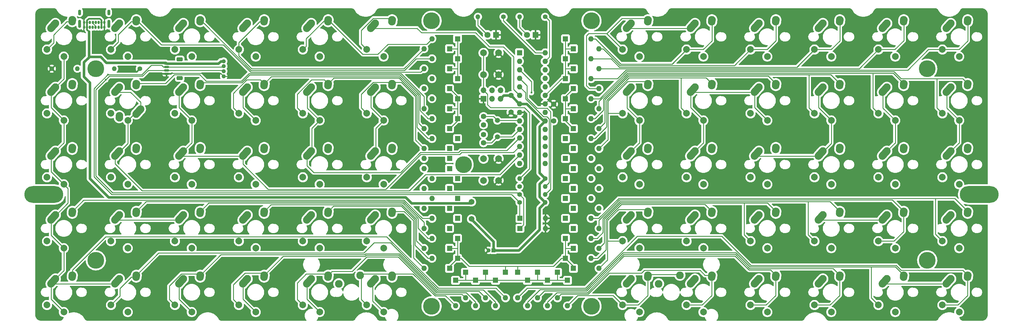
<source format=gbr>
%TF.GenerationSoftware,KiCad,Pcbnew,6.0.10-86aedd382b~118~ubuntu22.10.1*%
%TF.CreationDate,2023-02-06T16:49:43+01:00*%
%TF.ProjectId,lumberjack,6c756d62-6572-46a6-9163-6b2e6b696361,1.7*%
%TF.SameCoordinates,Original*%
%TF.FileFunction,Copper,L2,Bot*%
%TF.FilePolarity,Positive*%
%FSLAX46Y46*%
G04 Gerber Fmt 4.6, Leading zero omitted, Abs format (unit mm)*
G04 Created by KiCad (PCBNEW 6.0.10-86aedd382b~118~ubuntu22.10.1) date 2023-02-06 16:49:43*
%MOMM*%
%LPD*%
G01*
G04 APERTURE LIST*
G04 Aperture macros list*
%AMRoundRect*
0 Rectangle with rounded corners*
0 $1 Rounding radius*
0 $2 $3 $4 $5 $6 $7 $8 $9 X,Y pos of 4 corners*
0 Add a 4 corners polygon primitive as box body*
4,1,4,$2,$3,$4,$5,$6,$7,$8,$9,$2,$3,0*
0 Add four circle primitives for the rounded corners*
1,1,$1+$1,$2,$3*
1,1,$1+$1,$4,$5*
1,1,$1+$1,$6,$7*
1,1,$1+$1,$8,$9*
0 Add four rect primitives between the rounded corners*
20,1,$1+$1,$2,$3,$4,$5,0*
20,1,$1+$1,$4,$5,$6,$7,0*
20,1,$1+$1,$6,$7,$8,$9,0*
20,1,$1+$1,$8,$9,$2,$3,0*%
%AMHorizOval*
0 Thick line with rounded ends*
0 $1 width*
0 $2 $3 position (X,Y) of the first rounded end (center of the circle)*
0 $4 $5 position (X,Y) of the second rounded end (center of the circle)*
0 Add line between two ends*
20,1,$1,$2,$3,$4,$5,0*
0 Add two circle primitives to create the rounded ends*
1,1,$1,$2,$3*
1,1,$1,$4,$5*%
G04 Aperture macros list end*
%TA.AperFunction,ComponentPad*%
%ADD10C,1.600000*%
%TD*%
%TA.AperFunction,ComponentPad*%
%ADD11R,1.800000X1.800000*%
%TD*%
%TA.AperFunction,ComponentPad*%
%ADD12C,1.800000*%
%TD*%
%TA.AperFunction,ComponentPad*%
%ADD13R,1.600000X1.600000*%
%TD*%
%TA.AperFunction,ComponentPad*%
%ADD14O,1.600000X1.600000*%
%TD*%
%TA.AperFunction,ComponentPad*%
%ADD15C,1.710000*%
%TD*%
%TA.AperFunction,ComponentPad*%
%ADD16R,1.200000X1.200000*%
%TD*%
%TA.AperFunction,ComponentPad*%
%ADD17C,1.200000*%
%TD*%
%TA.AperFunction,ComponentPad*%
%ADD18C,2.000000*%
%TD*%
%TA.AperFunction,WasherPad*%
%ADD19C,5.000000*%
%TD*%
%TA.AperFunction,WasherPad*%
%ADD20O,11.600000X5.000000*%
%TD*%
%TA.AperFunction,ComponentPad*%
%ADD21C,2.286000*%
%TD*%
%TA.AperFunction,ComponentPad*%
%ADD22R,1.700000X1.700000*%
%TD*%
%TA.AperFunction,ComponentPad*%
%ADD23O,1.700000X1.700000*%
%TD*%
%TA.AperFunction,ComponentPad*%
%ADD24C,1.400000*%
%TD*%
%TA.AperFunction,ComponentPad*%
%ADD25O,1.400000X1.400000*%
%TD*%
%TA.AperFunction,ComponentPad*%
%ADD26C,1.500000*%
%TD*%
%TA.AperFunction,ComponentPad*%
%ADD27HorizOval,2.250000X0.019771X0.290016X-0.019771X-0.290016X0*%
%TD*%
%TA.AperFunction,ComponentPad*%
%ADD28C,2.250000*%
%TD*%
%TA.AperFunction,ComponentPad*%
%ADD29HorizOval,2.250000X0.654995X0.730004X-0.654995X-0.730004X0*%
%TD*%
%TA.AperFunction,ComponentPad*%
%ADD30HorizOval,2.250000X-0.019771X-0.290016X0.019771X0.290016X0*%
%TD*%
%TA.AperFunction,ComponentPad*%
%ADD31HorizOval,2.250000X-0.654995X-0.730004X0.654995X0.730004X0*%
%TD*%
%TA.AperFunction,ComponentPad*%
%ADD32O,0.650000X1.000000*%
%TD*%
%TA.AperFunction,ComponentPad*%
%ADD33O,0.900000X2.400000*%
%TD*%
%TA.AperFunction,ComponentPad*%
%ADD34O,0.900000X1.700000*%
%TD*%
%TA.AperFunction,SMDPad,CuDef*%
%ADD35RoundRect,0.150000X-0.625000X0.150000X-0.625000X-0.150000X0.625000X-0.150000X0.625000X0.150000X0*%
%TD*%
%TA.AperFunction,SMDPad,CuDef*%
%ADD36RoundRect,0.249999X-0.650001X0.350001X-0.650001X-0.350001X0.650001X-0.350001X0.650001X0.350001X0*%
%TD*%
%TA.AperFunction,ComponentPad*%
%ADD37C,1.244600*%
%TD*%
%TA.AperFunction,ViaPad*%
%ADD38C,0.600000*%
%TD*%
%TA.AperFunction,Conductor*%
%ADD39C,0.800000*%
%TD*%
%TA.AperFunction,Conductor*%
%ADD40C,0.250000*%
%TD*%
%TA.AperFunction,Conductor*%
%ADD41C,0.500000*%
%TD*%
G04 APERTURE END LIST*
D10*
X144065746Y-95917191D03*
X144065746Y-93417191D03*
X144065746Y-88059374D03*
X144065746Y-90559374D03*
D11*
X159543884Y-63698491D03*
D12*
X157003884Y-63698491D03*
D13*
X154781380Y-69056308D03*
D14*
X154781380Y-71596308D03*
X154781380Y-74136308D03*
X154781380Y-76676308D03*
X154781380Y-79216308D03*
X154781380Y-81756308D03*
X154781380Y-84296308D03*
X154781380Y-86836308D03*
X154781380Y-89376308D03*
X154781380Y-91916308D03*
X154781380Y-94456308D03*
X154781380Y-96996308D03*
X154781380Y-99536308D03*
X154781380Y-102076308D03*
X162401380Y-102076308D03*
X162401380Y-99536308D03*
X162401380Y-96996308D03*
X162401380Y-94456308D03*
X162401380Y-91916308D03*
X162401380Y-89376308D03*
X162401380Y-86836308D03*
X162401380Y-84296308D03*
X162401380Y-81756308D03*
X162401380Y-79216308D03*
X162401380Y-76676308D03*
X162401380Y-74136308D03*
X162401380Y-71596308D03*
X162401380Y-69056308D03*
D15*
X140493868Y-113546035D03*
X140493868Y-118626035D03*
D13*
X136326677Y-82748507D03*
D14*
X128706677Y-82748507D03*
D13*
X136326677Y-118467287D03*
D14*
X128706677Y-118467287D03*
D13*
X150614189Y-134540738D03*
D14*
X150614189Y-142160738D03*
D13*
X147637624Y-136921990D03*
D14*
X147637624Y-144541990D03*
D13*
X144661059Y-134540738D03*
D14*
X144661059Y-142160738D03*
D13*
X138707929Y-134540738D03*
D14*
X138707929Y-142160738D03*
D16*
X147042311Y-127992295D03*
D17*
X145542311Y-127992295D03*
D13*
X136326677Y-76795377D03*
D14*
X128706677Y-76795377D03*
D18*
X144065746Y-100656340D03*
X144065746Y-107156340D03*
X148565746Y-107156340D03*
X148565746Y-100656340D03*
D19*
X128587608Y-59531300D03*
X176212648Y-59531300D03*
X128587608Y-144661059D03*
X176212648Y-144661059D03*
D20*
X13096886Y-111323531D03*
X291703370Y-111323531D03*
D13*
X166092327Y-134540738D03*
D14*
X166092327Y-142160738D03*
D11*
X147796372Y-63698491D03*
D12*
X145256372Y-63698491D03*
D13*
X136326677Y-130373547D03*
D14*
X128706677Y-130373547D03*
D13*
X136326677Y-124420417D03*
D14*
X128706677Y-124420417D03*
D13*
X133945425Y-115490722D03*
D14*
X126325425Y-115490722D03*
D13*
X136326677Y-112514157D03*
D14*
X128706677Y-112514157D03*
D13*
X133945425Y-109537592D03*
D14*
X126325425Y-109537592D03*
D13*
X133945425Y-121443852D03*
D14*
X126325425Y-121443852D03*
D13*
X133945425Y-97631332D03*
D14*
X126325425Y-97631332D03*
D13*
X136326677Y-94654767D03*
D14*
X128706677Y-94654767D03*
D13*
X133945425Y-103584462D03*
D14*
X126325425Y-103584462D03*
D13*
X133945425Y-91678202D03*
D14*
X126325425Y-91678202D03*
D13*
X136326677Y-88701637D03*
D14*
X128706677Y-88701637D03*
D13*
X133945425Y-85725072D03*
D14*
X126325425Y-85725072D03*
D13*
X168473579Y-76795377D03*
D14*
X176093579Y-76795377D03*
D13*
X133945425Y-73818812D03*
D14*
X126325425Y-73818812D03*
D13*
X170854831Y-73818812D03*
D14*
X178474831Y-73818812D03*
D13*
X133945425Y-67865682D03*
D14*
X126325425Y-67865682D03*
D13*
X163115762Y-136921990D03*
D14*
X163115762Y-144541990D03*
D18*
X144065746Y-75604751D03*
X144065746Y-69104751D03*
X148565746Y-75604751D03*
X148565746Y-69104751D03*
D10*
X164940000Y-89400000D03*
X164940000Y-84400000D03*
D13*
X135731364Y-136921990D03*
D14*
X135731364Y-144541990D03*
D13*
X170854831Y-115490722D03*
D14*
X178474831Y-115490722D03*
D13*
X169068892Y-136921990D03*
D14*
X169068892Y-144541990D03*
D13*
X170854831Y-79771942D03*
D14*
X178474831Y-79771942D03*
D13*
X168473579Y-64889117D03*
D14*
X176093579Y-64889117D03*
D13*
X170854831Y-67865682D03*
D14*
X178474831Y-67865682D03*
D13*
X168473579Y-82748507D03*
D14*
X176093579Y-82748507D03*
D13*
X170854831Y-97631332D03*
D14*
X178474831Y-97631332D03*
D13*
X170854831Y-91678202D03*
D14*
X178474831Y-91678202D03*
D13*
X168473579Y-94654767D03*
D14*
X176093579Y-94654767D03*
D13*
X168473579Y-106561027D03*
D14*
X176093579Y-106561027D03*
D13*
X170854831Y-103584462D03*
D14*
X178474831Y-103584462D03*
D13*
X168473579Y-100607897D03*
D14*
X176093579Y-100607897D03*
D13*
X170854831Y-85725072D03*
D14*
X178474831Y-85725072D03*
D13*
X168473579Y-112514157D03*
D14*
X176093579Y-112514157D03*
D13*
X170854831Y-109537592D03*
D14*
X178474831Y-109537592D03*
D13*
X168473579Y-118467287D03*
D14*
X176093579Y-118467287D03*
D13*
X168473579Y-88701637D03*
D14*
X176093579Y-88701637D03*
D13*
X168473579Y-70842247D03*
D14*
X176093579Y-70842247D03*
D13*
X170854831Y-133350112D03*
D14*
X178474831Y-133350112D03*
D13*
X168473579Y-124420417D03*
D14*
X176093579Y-124420417D03*
D13*
X154186067Y-134540738D03*
D14*
X154186067Y-142160738D03*
D13*
X170854831Y-121443852D03*
D14*
X178474831Y-121443852D03*
D13*
X170854831Y-127396982D03*
D14*
X178474831Y-127396982D03*
D13*
X168473579Y-130373547D03*
D14*
X176093579Y-130373547D03*
D13*
X157162632Y-136921990D03*
D14*
X157162632Y-144541990D03*
D21*
X202565168Y-135413868D03*
X196215168Y-137953868D03*
X107315088Y-135413868D03*
X100965088Y-137953868D03*
D10*
X152241000Y-81800000D03*
X152241000Y-86800000D03*
D22*
X144065746Y-82748507D03*
D23*
X144065746Y-80208507D03*
X146605746Y-82748507D03*
X146605746Y-80208507D03*
X149145746Y-82748507D03*
X149145746Y-80208507D03*
D19*
X138112616Y-102393836D03*
D13*
X160139197Y-134540738D03*
D14*
X160139197Y-142160738D03*
D13*
X133945425Y-133350112D03*
D14*
X126325425Y-133350112D03*
D13*
X136326677Y-106561027D03*
D14*
X128706677Y-106561027D03*
D13*
X133945425Y-100607897D03*
D14*
X126325425Y-100607897D03*
D13*
X133945425Y-79771942D03*
D14*
X126325425Y-79771942D03*
D24*
X162401380Y-106561027D03*
D25*
X154781380Y-106561027D03*
D26*
X148200000Y-89250000D03*
X148200000Y-94130000D03*
D13*
X133945425Y-127396982D03*
D14*
X126325425Y-127396982D03*
D24*
X154781380Y-113704783D03*
D25*
X162401380Y-113704783D03*
D24*
X150018876Y-58340674D03*
D25*
X142398876Y-58340674D03*
D24*
X162401380Y-58340674D03*
D25*
X154781380Y-58340674D03*
D24*
X154781380Y-111323531D03*
D25*
X162401380Y-111323531D03*
D13*
X154900449Y-121443852D03*
D14*
X162520449Y-121443852D03*
D13*
X154900449Y-118467287D03*
D14*
X162520449Y-118467287D03*
D24*
X15478138Y-73818812D03*
D25*
X23098138Y-73818812D03*
D24*
X41671910Y-73818812D03*
D25*
X34051910Y-73818812D03*
D24*
X154781380Y-108942279D03*
D25*
X162401380Y-108942279D03*
D13*
X136326677Y-64889117D03*
D14*
X128706677Y-64889117D03*
D13*
X136326677Y-70842247D03*
D14*
X128706677Y-70842247D03*
D13*
X141684494Y-136921990D03*
D14*
X141684494Y-144541990D03*
D18*
X14050016Y-87143820D03*
D27*
X21569787Y-78553804D03*
D28*
X21590016Y-78263820D03*
D18*
X19050016Y-89243820D03*
D29*
X15895011Y-80073816D03*
D28*
X16550016Y-79343820D03*
X21590016Y-97313836D03*
D27*
X21569787Y-97603820D03*
D18*
X14050016Y-106193836D03*
D28*
X16550016Y-98393836D03*
D18*
X19050016Y-108293836D03*
D29*
X15895011Y-99123832D03*
D18*
X14050016Y-125243852D03*
D28*
X21590016Y-116363852D03*
D27*
X21569787Y-116653836D03*
D28*
X16550016Y-117443852D03*
D18*
X19050016Y-127343852D03*
D29*
X15895011Y-118173848D03*
D28*
X21590016Y-135413868D03*
D27*
X21569787Y-135703852D03*
D18*
X14050016Y-144293868D03*
D29*
X15895011Y-137223864D03*
D18*
X19050016Y-146393868D03*
D28*
X16550016Y-136493868D03*
X40640032Y-135413868D03*
D27*
X40619803Y-135703852D03*
D18*
X33100032Y-144293868D03*
D28*
X35600032Y-136493868D03*
D18*
X38100032Y-146393868D03*
D29*
X34945027Y-137223864D03*
D27*
X40619803Y-59503788D03*
D28*
X40640032Y-59213804D03*
D18*
X33100032Y-68093804D03*
D28*
X35600032Y-60293804D03*
D18*
X38100032Y-70193804D03*
D29*
X34945027Y-61023800D03*
D28*
X35560032Y-88423820D03*
D27*
X40619803Y-78553804D03*
D28*
X40640032Y-78263820D03*
D30*
X35580261Y-88133836D03*
D18*
X33100032Y-87143820D03*
D28*
X40600032Y-87343820D03*
X35600032Y-79343820D03*
D18*
X38100032Y-89243820D03*
D31*
X41255037Y-86613824D03*
D29*
X34945027Y-80073816D03*
D27*
X40619803Y-97603820D03*
D28*
X40640032Y-97313836D03*
D18*
X33100032Y-106193836D03*
X38100032Y-108293836D03*
D29*
X34945027Y-99123832D03*
D28*
X35600032Y-98393836D03*
D27*
X40619803Y-116653836D03*
D28*
X40640032Y-116363852D03*
D18*
X33100032Y-125243852D03*
X38100032Y-127343852D03*
D29*
X34945027Y-118173848D03*
D28*
X35600032Y-117443852D03*
D27*
X59669819Y-116653836D03*
D28*
X59690048Y-116363852D03*
D18*
X52150048Y-125243852D03*
D28*
X54650048Y-117443852D03*
D29*
X53995043Y-118173848D03*
D18*
X57150048Y-127343852D03*
D27*
X59669819Y-135703852D03*
D28*
X59690048Y-135413868D03*
D18*
X52150048Y-144293868D03*
D29*
X53995043Y-137223864D03*
D18*
X57150048Y-146393868D03*
D28*
X54650048Y-136493868D03*
D18*
X52150048Y-106193836D03*
D28*
X59690048Y-97313836D03*
D27*
X59669819Y-97603820D03*
D28*
X54650048Y-98393836D03*
D29*
X53995043Y-99123832D03*
D18*
X57150048Y-108293836D03*
D28*
X78740064Y-97313836D03*
D27*
X78719835Y-97603820D03*
D18*
X71200064Y-106193836D03*
X76200064Y-108293836D03*
D28*
X73700064Y-98393836D03*
D29*
X73045059Y-99123832D03*
D18*
X71200064Y-125243852D03*
D28*
X78740064Y-116363852D03*
D27*
X78719835Y-116653836D03*
D28*
X73700064Y-117443852D03*
D29*
X73045059Y-118173848D03*
D18*
X76200064Y-127343852D03*
X71200064Y-144293868D03*
D28*
X78740064Y-135413868D03*
D27*
X78719835Y-135703852D03*
D28*
X73700064Y-136493868D03*
D29*
X73045059Y-137223864D03*
D18*
X76200064Y-146393868D03*
D28*
X78740064Y-59213804D03*
D18*
X71200064Y-68093804D03*
D27*
X78719835Y-59503788D03*
D18*
X76200064Y-70193804D03*
D28*
X73700064Y-60293804D03*
D29*
X73045059Y-61023800D03*
D28*
X78740064Y-78263820D03*
D27*
X78719835Y-78553804D03*
D18*
X71200064Y-87143820D03*
X76200064Y-89243820D03*
D29*
X73045059Y-80073816D03*
D28*
X73700064Y-79343820D03*
X97790080Y-78263820D03*
D18*
X90250080Y-87143820D03*
D27*
X97769851Y-78553804D03*
D29*
X92095075Y-80073816D03*
D28*
X92750080Y-79343820D03*
D18*
X95250080Y-89243820D03*
D27*
X97769851Y-97603820D03*
D28*
X97790080Y-97313836D03*
D18*
X90250080Y-106193836D03*
X95250080Y-108293836D03*
D29*
X92095075Y-99123832D03*
D28*
X92750080Y-98393836D03*
X97790080Y-116363852D03*
D18*
X90250080Y-125243852D03*
D27*
X97769851Y-116653836D03*
D18*
X95250080Y-127343852D03*
D29*
X92095075Y-118173848D03*
D28*
X92750080Y-117443852D03*
X97790080Y-135413868D03*
D18*
X90250080Y-144293868D03*
D27*
X97769851Y-135703852D03*
D29*
X92095075Y-137223864D03*
D28*
X92750080Y-136493868D03*
D18*
X95250080Y-146393868D03*
X90250080Y-68093804D03*
D27*
X97769851Y-59503788D03*
D28*
X97790080Y-59213804D03*
D29*
X92095075Y-61023800D03*
D18*
X95250080Y-70193804D03*
D28*
X92750080Y-60293804D03*
D27*
X116819867Y-59503788D03*
D18*
X109300096Y-68093804D03*
D28*
X116840096Y-59213804D03*
D29*
X111145091Y-61023800D03*
D28*
X111800096Y-60293804D03*
D18*
X114300096Y-70193804D03*
D28*
X116840096Y-78263820D03*
D27*
X116819867Y-78553804D03*
D18*
X109300096Y-87143820D03*
D29*
X111145091Y-80073816D03*
D18*
X114300096Y-89243820D03*
D28*
X111800096Y-79343820D03*
D27*
X116819867Y-97603820D03*
D18*
X109300096Y-106193836D03*
D28*
X116840096Y-97313836D03*
D18*
X114300096Y-108293836D03*
D28*
X111800096Y-98393836D03*
D29*
X111145091Y-99123832D03*
D18*
X109300096Y-125243852D03*
D28*
X116840096Y-116363852D03*
D27*
X116819867Y-116653836D03*
D18*
X114300096Y-127343852D03*
D29*
X111145091Y-118173848D03*
D28*
X111800096Y-117443852D03*
X116840096Y-135413868D03*
D18*
X109300096Y-144293868D03*
D27*
X116819867Y-135703852D03*
D28*
X111800096Y-136493868D03*
D18*
X114300096Y-146393868D03*
D29*
X111145091Y-137223864D03*
D28*
X288290240Y-59213804D03*
D27*
X288270011Y-59503788D03*
D18*
X280750240Y-68093804D03*
X285750240Y-70193804D03*
D28*
X283250240Y-60293804D03*
D29*
X282595235Y-61023800D03*
D27*
X288270011Y-78553804D03*
D18*
X280750240Y-87143820D03*
D28*
X288290240Y-78263820D03*
D29*
X282595235Y-80073816D03*
D18*
X285750240Y-89243820D03*
D28*
X283250240Y-79343820D03*
D18*
X280750240Y-106193836D03*
D27*
X288270011Y-97603820D03*
D28*
X288290240Y-97313836D03*
D29*
X282595235Y-99123832D03*
D18*
X285750240Y-108293836D03*
D28*
X283250240Y-98393836D03*
D27*
X288270011Y-116653836D03*
D18*
X280750240Y-125243852D03*
D28*
X288290240Y-116363852D03*
D18*
X285750240Y-127343852D03*
D28*
X283250240Y-117443852D03*
D29*
X282595235Y-118173848D03*
D27*
X288270011Y-135703852D03*
D18*
X280750240Y-144293868D03*
D28*
X288290240Y-135413868D03*
X283250240Y-136493868D03*
D29*
X282595235Y-137223864D03*
D18*
X285750240Y-146393868D03*
X261700224Y-144293868D03*
D28*
X269240224Y-135413868D03*
D27*
X269219995Y-135703852D03*
D18*
X266700224Y-146393868D03*
D28*
X264200224Y-136493868D03*
D29*
X263545219Y-137223864D03*
D18*
X261700224Y-68093804D03*
D27*
X269219995Y-59503788D03*
D28*
X269240224Y-59213804D03*
X264200224Y-60293804D03*
D18*
X266700224Y-70193804D03*
D29*
X263545219Y-61023800D03*
D27*
X269219995Y-78553804D03*
D28*
X269240224Y-78263820D03*
D18*
X261700224Y-87143820D03*
D29*
X263545219Y-80073816D03*
D28*
X264200224Y-79343820D03*
D18*
X266700224Y-89243820D03*
X261700224Y-106193836D03*
D28*
X269240224Y-97313836D03*
D27*
X269219995Y-97603820D03*
D29*
X263545219Y-99123832D03*
D28*
X264200224Y-98393836D03*
D18*
X266700224Y-108293836D03*
D27*
X269219995Y-116653836D03*
D18*
X261700224Y-125243852D03*
D28*
X269240224Y-116363852D03*
D29*
X263545219Y-118173848D03*
D28*
X264200224Y-117443852D03*
D18*
X266700224Y-127343852D03*
D28*
X250190208Y-116363852D03*
D27*
X250169979Y-116653836D03*
D18*
X242650208Y-125243852D03*
D28*
X245150208Y-117443852D03*
D29*
X244495203Y-118173848D03*
D18*
X247650208Y-127343852D03*
D28*
X250190208Y-135413868D03*
D27*
X250169979Y-135703852D03*
D18*
X242650208Y-144293868D03*
D28*
X245150208Y-136493868D03*
D18*
X247650208Y-146393868D03*
D29*
X244495203Y-137223864D03*
D28*
X250190208Y-59213804D03*
D27*
X250169979Y-59503788D03*
D18*
X242650208Y-68093804D03*
X247650208Y-70193804D03*
D28*
X245150208Y-60293804D03*
D29*
X244495203Y-61023800D03*
D18*
X242650208Y-87143820D03*
D27*
X250169979Y-78553804D03*
D28*
X250190208Y-78263820D03*
X245150208Y-79343820D03*
D18*
X247650208Y-89243820D03*
D29*
X244495203Y-80073816D03*
D18*
X242650208Y-106193836D03*
D28*
X250190208Y-97313836D03*
D27*
X250169979Y-97603820D03*
D18*
X247650208Y-108293836D03*
D29*
X244495203Y-99123832D03*
D28*
X245150208Y-98393836D03*
D27*
X231119963Y-97603820D03*
D28*
X231140192Y-97313836D03*
D18*
X223600192Y-106193836D03*
X228600192Y-108293836D03*
D28*
X226100192Y-98393836D03*
D29*
X225445187Y-99123832D03*
D28*
X231140192Y-116363852D03*
D18*
X223600192Y-125243852D03*
D27*
X231119963Y-116653836D03*
D28*
X226100192Y-117443852D03*
D18*
X228600192Y-127343852D03*
D29*
X225445187Y-118173848D03*
D27*
X231119963Y-135703852D03*
D18*
X223600192Y-144293868D03*
D28*
X231140192Y-135413868D03*
D18*
X228600192Y-146393868D03*
D29*
X225445187Y-137223864D03*
D28*
X226100192Y-136493868D03*
D18*
X223600192Y-68093804D03*
D27*
X231119963Y-59503788D03*
D28*
X231140192Y-59213804D03*
D29*
X225445187Y-61023800D03*
D28*
X226100192Y-60293804D03*
D18*
X228600192Y-70193804D03*
X223600192Y-87143820D03*
D27*
X231119963Y-78553804D03*
D28*
X231140192Y-78263820D03*
D18*
X228600192Y-89243820D03*
D28*
X226100192Y-79343820D03*
D29*
X225445187Y-80073816D03*
D18*
X204550176Y-87143820D03*
D28*
X212090176Y-78263820D03*
D27*
X212069947Y-78553804D03*
D28*
X207050176Y-79343820D03*
D18*
X209550176Y-89243820D03*
D29*
X206395171Y-80073816D03*
D18*
X204550176Y-106193836D03*
D27*
X212069947Y-97603820D03*
D28*
X212090176Y-97313836D03*
X207050176Y-98393836D03*
D29*
X206395171Y-99123832D03*
D18*
X209550176Y-108293836D03*
D27*
X212069947Y-116653836D03*
D18*
X204550176Y-125243852D03*
D28*
X212090176Y-116363852D03*
D18*
X209550176Y-127343852D03*
D28*
X207050176Y-117443852D03*
D29*
X206395171Y-118173848D03*
D27*
X212069947Y-135703852D03*
D18*
X204550176Y-144293868D03*
D28*
X212090176Y-135413868D03*
D18*
X209550176Y-146393868D03*
D28*
X207050176Y-136493868D03*
D29*
X206395171Y-137223864D03*
D27*
X212069947Y-59503788D03*
D28*
X212090176Y-59213804D03*
D18*
X204550176Y-68093804D03*
X209550176Y-70193804D03*
D29*
X206395171Y-61023800D03*
D28*
X207050176Y-60293804D03*
D27*
X193019931Y-59503788D03*
D28*
X193040160Y-59213804D03*
D18*
X185500160Y-68093804D03*
X190500160Y-70193804D03*
D28*
X188000160Y-60293804D03*
D29*
X187345155Y-61023800D03*
D18*
X185500160Y-87143820D03*
D28*
X193040160Y-78263820D03*
D27*
X193019931Y-78553804D03*
D28*
X188000160Y-79343820D03*
D29*
X187345155Y-80073816D03*
D18*
X190500160Y-89243820D03*
X185500160Y-106193836D03*
D28*
X193040160Y-97313836D03*
D27*
X193019931Y-97603820D03*
D28*
X188000160Y-98393836D03*
D29*
X187345155Y-99123832D03*
D18*
X190500160Y-108293836D03*
D28*
X193040160Y-116363852D03*
D18*
X185500160Y-125243852D03*
D27*
X193019931Y-116653836D03*
D18*
X190500160Y-127343852D03*
D29*
X187345155Y-118173848D03*
D28*
X188000160Y-117443852D03*
X193040160Y-135413868D03*
D18*
X185500160Y-144293868D03*
D27*
X193019931Y-135703852D03*
D29*
X187345155Y-137223864D03*
D18*
X190500160Y-146393868D03*
D28*
X188000160Y-136493868D03*
D18*
X52150048Y-68093804D03*
D27*
X59669819Y-59503788D03*
D28*
X59690048Y-59213804D03*
X54650048Y-60293804D03*
D18*
X57150048Y-70193804D03*
D29*
X53995043Y-61023800D03*
D27*
X59669819Y-78553804D03*
D18*
X52150048Y-87143820D03*
D28*
X59690048Y-78263820D03*
X54650048Y-79343820D03*
D29*
X53995043Y-80073816D03*
D18*
X57150048Y-89243820D03*
D19*
X28575024Y-130968860D03*
X276225232Y-73818812D03*
X276225232Y-130968860D03*
X28575024Y-73818812D03*
D28*
X21589968Y-59213750D03*
D18*
X14049968Y-68093750D03*
D27*
X21569739Y-59503734D03*
D28*
X16549968Y-60293750D03*
D29*
X15894963Y-61023746D03*
D18*
X19049968Y-70193750D03*
D32*
X29379968Y-61456250D03*
X26834968Y-60004250D03*
X26829968Y-61456250D03*
X29384968Y-60004250D03*
X27679968Y-61456250D03*
X28534968Y-60004250D03*
X27684968Y-60004250D03*
X28529968Y-61456250D03*
X25129968Y-61456250D03*
X31079968Y-61456250D03*
X31084968Y-60004250D03*
X25129968Y-60004250D03*
D33*
X23779968Y-60412750D03*
X32429968Y-60412750D03*
D34*
X23779968Y-57032750D03*
X32429968Y-57032750D03*
D32*
X30234968Y-60004250D03*
X25984968Y-60004250D03*
X25979968Y-61456250D03*
X30229968Y-61456250D03*
D35*
X49690000Y-72310000D03*
X49690000Y-73310000D03*
X49690000Y-74310000D03*
X49690000Y-75310000D03*
D36*
X53565000Y-76610000D03*
X53565000Y-71010000D03*
D37*
X66675000Y-76075000D03*
X66675000Y-74575001D03*
X66675000Y-73074999D03*
X66675000Y-71574999D03*
D38*
X27800000Y-68200000D03*
X236500000Y-110400000D03*
X199100000Y-108350000D03*
X130373547Y-102393836D03*
X84800000Y-119000000D03*
X256700000Y-127700000D03*
X25003146Y-68460995D03*
X66436875Y-88106250D03*
X182761091Y-144065746D03*
X69056308Y-76200064D03*
X83300000Y-126700000D03*
X289000000Y-144100000D03*
X172600000Y-82700000D03*
X192500000Y-131900000D03*
X96100000Y-133600000D03*
X84700000Y-138100000D03*
X182800000Y-139700000D03*
X159100000Y-96900000D03*
X112700000Y-132800000D03*
X122039165Y-89296950D03*
X16400000Y-126400000D03*
X218900000Y-136350000D03*
X40719375Y-67627500D03*
X206700000Y-145900000D03*
X66675000Y-103108125D03*
X111800000Y-145600000D03*
X187900000Y-142200000D03*
X152700000Y-91700000D03*
X165600000Y-97600000D03*
X24050625Y-90249375D03*
X47625000Y-83343750D03*
X192200000Y-125800000D03*
X158353258Y-80962568D03*
X31554089Y-77104089D03*
X32176089Y-75604751D03*
D39*
X162401380Y-89376308D02*
X162401380Y-89416019D01*
X162004494Y-89376308D02*
X162401380Y-89376308D01*
X162401380Y-106561027D02*
X160734510Y-108227897D01*
X160734510Y-108227897D02*
X160734510Y-112037913D01*
X160734510Y-104894157D02*
X162401380Y-106561027D01*
X155734510Y-126801669D02*
X154543884Y-127992295D01*
X147042311Y-125362600D02*
X147042311Y-127992295D01*
X140484494Y-118804783D02*
X147042311Y-125362600D01*
X154781380Y-84296308D02*
X156924494Y-84296308D01*
X156924494Y-84296308D02*
X162004494Y-89376308D01*
X160734510Y-115371653D02*
X160734510Y-121801669D01*
X162401380Y-89416019D02*
X160734510Y-91082889D01*
X154737308Y-84296308D02*
X152241000Y-81800000D01*
X162401380Y-113704783D02*
X160734510Y-115371653D01*
X154543884Y-127992295D02*
X147042311Y-127992295D01*
X154781380Y-84296308D02*
X154737308Y-84296308D01*
X160734510Y-112037913D02*
X162401380Y-113704783D01*
X160734510Y-121801669D02*
X155734510Y-126801669D01*
X152241000Y-81800000D02*
X150094253Y-81800000D01*
X150094253Y-81800000D02*
X149145746Y-82748507D01*
X160734510Y-91082889D02*
X160734510Y-104894157D01*
D40*
X154781380Y-86836308D02*
X153817688Y-87800000D01*
X162401380Y-84296308D02*
X163397688Y-83300000D01*
X66675000Y-76075000D02*
X68586059Y-76075000D01*
X50006292Y-75310000D02*
X50161551Y-75154741D01*
X49690000Y-75310000D02*
X50006292Y-75310000D01*
X65754741Y-75154741D02*
X66675000Y-76075000D01*
X163397688Y-83300000D02*
X163840000Y-83300000D01*
X25129968Y-61392750D02*
X25129968Y-60067750D01*
X50161551Y-75154741D02*
X65754741Y-75154741D01*
X68931244Y-76075000D02*
X69056308Y-76200064D01*
X31079968Y-61392750D02*
X31079968Y-60072750D01*
X153817688Y-87800000D02*
X153241000Y-87800000D01*
X153241000Y-87800000D02*
X152241000Y-86800000D01*
X68586059Y-76075000D02*
X68931244Y-76075000D01*
X31079968Y-60072750D02*
X31084968Y-60067750D01*
X163840000Y-83300000D02*
X164940000Y-84400000D01*
X168473579Y-70842247D02*
X168473579Y-67973579D01*
X170854831Y-67865682D02*
X168581476Y-67865682D01*
X136326677Y-67923323D02*
X136326677Y-64889117D01*
X168581476Y-67865682D02*
X168473579Y-67973579D01*
X170854831Y-73818812D02*
X168515970Y-73818812D01*
X162401380Y-81756308D02*
X167362311Y-76795377D01*
X136326677Y-76795377D02*
X136326677Y-73923323D01*
X136269036Y-67865682D02*
X136326677Y-67923323D01*
X136222166Y-73818812D02*
X136326677Y-73923323D01*
X133945425Y-73818812D02*
X136222166Y-73818812D01*
X168473579Y-67973579D02*
X168473579Y-64889117D01*
X168473579Y-76795377D02*
X168473579Y-73776421D01*
X133945425Y-67865682D02*
X136269036Y-67865682D01*
X136326677Y-73923323D02*
X136326677Y-70842247D01*
X168473579Y-73776421D02*
X168473579Y-70842247D01*
X167362311Y-76795377D02*
X168473579Y-76795377D01*
X136326677Y-70842247D02*
X136326677Y-67923323D01*
X168515970Y-73818812D02*
X168473579Y-73776421D01*
X136326677Y-82748507D02*
X136326677Y-85673323D01*
X136326677Y-82748507D02*
X136326677Y-82153194D01*
X170854831Y-85725072D02*
X168475072Y-85725072D01*
X133945425Y-85725072D02*
X136274928Y-85725072D01*
X136326677Y-85673323D02*
X136326677Y-88701637D01*
X168473579Y-89296950D02*
X170854831Y-91678202D01*
X168475072Y-85725072D02*
X168473579Y-85723579D01*
X168473579Y-88701637D02*
X168473579Y-89296950D01*
X168473579Y-85723579D02*
X168473579Y-82748507D01*
X133945425Y-91678202D02*
X136326677Y-89296950D01*
X170854831Y-79771942D02*
X168473579Y-82153194D01*
X136326677Y-89296950D02*
X136326677Y-88701637D01*
X136326677Y-82153194D02*
X133945425Y-79771942D01*
X136274928Y-85725072D02*
X136326677Y-85673323D01*
X168473579Y-88701637D02*
X168473579Y-85723579D01*
X168473579Y-82153194D02*
X168473579Y-82748507D01*
X133945425Y-133350112D02*
X133945425Y-132754799D01*
X170854831Y-132754799D02*
X168473579Y-130373547D01*
X168473579Y-127396982D02*
X168473579Y-124420417D01*
X133945425Y-127396982D02*
X136326677Y-127396982D01*
X167282953Y-130373547D02*
X168473579Y-130373547D01*
X139757929Y-132754799D02*
X150645201Y-132754799D01*
X137376677Y-130373547D02*
X139757929Y-132754799D01*
X170854831Y-133350112D02*
X170854831Y-132754799D01*
X164901701Y-132754799D02*
X167282953Y-130373547D01*
X168473579Y-130373547D02*
X168473579Y-127396982D01*
X136326677Y-130373547D02*
X136326677Y-127396982D01*
X150614189Y-134540738D02*
X150614189Y-132785811D01*
X170854831Y-127396982D02*
X168473579Y-127396982D01*
X150645201Y-132754799D02*
X164901701Y-132754799D01*
X150614189Y-132785811D02*
X150645201Y-132754799D01*
X133945425Y-132754799D02*
X136326677Y-130373547D01*
X136326677Y-130373547D02*
X137376677Y-130373547D01*
X136326677Y-127396982D02*
X136326677Y-124420417D01*
X154186067Y-134540738D02*
X154186067Y-132754799D01*
X144661059Y-134540738D02*
X144661059Y-136921990D01*
X163711075Y-136921990D02*
X163115762Y-136921990D01*
X144661059Y-136921990D02*
X147637624Y-136921990D01*
X160139197Y-136921990D02*
X157162632Y-136921990D01*
X144661059Y-136921990D02*
X141684494Y-136921990D01*
X160139197Y-134540738D02*
X160139197Y-136921990D01*
X135731364Y-136921990D02*
X138707929Y-136921990D01*
X166092327Y-136907673D02*
X166078010Y-136921990D01*
X138707929Y-134540738D02*
X138707929Y-136921990D01*
X138707929Y-136921990D02*
X141684494Y-136921990D01*
X169068892Y-136921990D02*
X166078010Y-136921990D01*
X166092327Y-134540738D02*
X166092327Y-136907673D01*
X160139197Y-136921990D02*
X163115762Y-136921990D01*
X166078010Y-136921990D02*
X163115762Y-136921990D01*
X157162632Y-136921990D02*
X147637624Y-136921990D01*
X144065746Y-80208507D02*
X145256372Y-81399133D01*
X157757945Y-86915698D02*
X157757945Y-103584462D01*
X145256372Y-81399133D02*
X145256372Y-84534446D01*
X144065746Y-75604751D02*
X144065746Y-69104751D01*
X144065746Y-80208507D02*
X144065746Y-75604751D01*
X156263556Y-85421309D02*
X157757945Y-86915698D01*
X145256372Y-84534446D02*
X146143235Y-85421309D01*
X157757945Y-103584462D02*
X154781380Y-106561027D01*
X146143235Y-85421309D02*
X156263556Y-85421309D01*
X142398876Y-60840995D02*
X145256372Y-63698491D01*
X142398876Y-58340674D02*
X142398876Y-60840995D01*
X154781380Y-76676308D02*
X157017330Y-78912258D01*
X164050000Y-86659310D02*
X164050000Y-109674911D01*
X157017330Y-82603205D02*
X160014125Y-85600000D01*
X164050000Y-109674911D02*
X162401380Y-111323531D01*
X160014125Y-85600000D02*
X162990690Y-85600000D01*
X157017330Y-78912258D02*
X157017330Y-82603205D01*
X162990690Y-85600000D02*
X164050000Y-86659310D01*
X156567319Y-80962568D02*
X156567319Y-82789605D01*
X154821059Y-79216308D02*
X156567319Y-80962568D01*
X161902714Y-88125000D02*
X162925000Y-88125000D01*
X154781380Y-79216308D02*
X154821059Y-79216308D01*
X156567319Y-82789605D02*
X161902714Y-88125000D01*
X162925000Y-88125000D02*
X163600000Y-88800000D01*
X163600000Y-107743659D02*
X162401380Y-108942279D01*
X163600000Y-88800000D02*
X163600000Y-107743659D01*
X91440080Y-102751027D02*
X93489053Y-104800000D01*
X91575081Y-85568821D02*
X95250080Y-89243820D01*
X95250080Y-89243820D02*
X92931179Y-91562721D01*
X91440080Y-99853836D02*
X91440080Y-102751027D01*
X154743692Y-94456308D02*
X154781380Y-94456308D01*
X92931179Y-91562721D02*
X92931179Y-98212737D01*
X93489053Y-104800000D02*
X119300000Y-104800000D01*
X137219647Y-98226645D02*
X150973355Y-98226645D01*
X150973355Y-98226645D02*
X154743692Y-94456308D01*
X72390064Y-85433820D02*
X76200064Y-89243820D01*
X92931179Y-98212737D02*
X92750080Y-98393836D01*
X119300000Y-104800000D02*
X125278042Y-98821958D01*
X91440080Y-80803820D02*
X91575081Y-80938821D01*
X91440080Y-137953868D02*
X91440080Y-142583868D01*
X136624334Y-98821958D02*
X137219647Y-98226645D01*
X91440080Y-142583868D02*
X95250080Y-146393868D01*
X72390064Y-80803820D02*
X72390064Y-85433820D01*
X125278042Y-98821958D02*
X136624334Y-98821958D01*
X91575081Y-80938821D02*
X91575081Y-85568821D01*
X19050016Y-95893836D02*
X16550016Y-98393836D01*
X20240642Y-113903226D02*
X15240016Y-118903852D01*
X15240016Y-137953868D02*
X15240016Y-142583868D01*
X15239968Y-80803772D02*
X15240016Y-80803820D01*
X19050016Y-133993868D02*
X16550016Y-136493868D01*
X19050016Y-89243820D02*
X19050016Y-95893836D01*
X15240016Y-137953868D02*
X34290032Y-137953868D01*
X15240016Y-142583868D02*
X19050016Y-146393868D01*
X15240016Y-118903852D02*
X15240016Y-123533852D01*
X20240642Y-109537592D02*
X20240642Y-113903226D01*
X19049968Y-70193750D02*
X19049968Y-76843868D01*
X15240016Y-99853836D02*
X15240016Y-104536966D01*
X15240016Y-123533852D02*
X19050016Y-127343852D01*
X15240016Y-80803820D02*
X15240016Y-85433820D01*
X15240016Y-85433820D02*
X19050016Y-89243820D01*
X19050016Y-127343852D02*
X19050016Y-133993868D01*
X19049968Y-76843868D02*
X16550016Y-79343820D01*
X15240016Y-104536966D02*
X20240642Y-109537592D01*
X38100032Y-89243820D02*
X40000032Y-87343820D01*
X40000032Y-87343820D02*
X40600032Y-87343820D01*
X34290032Y-61753804D02*
X34740032Y-61753804D01*
X41910032Y-83803687D02*
X38910165Y-80803820D01*
X57150048Y-146393868D02*
X53340048Y-142583868D01*
X34290032Y-102190032D02*
X34290032Y-99853836D01*
X38100032Y-96043836D02*
X38100032Y-89243820D01*
X38910165Y-80803820D02*
X34290032Y-80803820D01*
X42350011Y-110250011D02*
X34290032Y-102190032D01*
X34290032Y-118903852D02*
X53340048Y-118903852D01*
X126801669Y-105370401D02*
X121922059Y-110250011D01*
X154781380Y-99536308D02*
X148947287Y-105370401D01*
X121922059Y-110250011D02*
X42350011Y-110250011D01*
X41910032Y-85883820D02*
X41910032Y-83803687D01*
X34290032Y-99853836D02*
X38100032Y-96043836D01*
X34290032Y-80803820D02*
X34740032Y-80803820D01*
X53340048Y-142583868D02*
X53340048Y-137953868D01*
X148947287Y-105370401D02*
X126801669Y-105370401D01*
X152955730Y-98821958D02*
X137517303Y-98821958D01*
X79900000Y-109800000D02*
X72390064Y-102290064D01*
X72390064Y-142583868D02*
X72390064Y-137953868D01*
X76200064Y-146393868D02*
X72390064Y-142583868D01*
X137517303Y-98821958D02*
X136921990Y-99417271D01*
X136921990Y-99417271D02*
X125319139Y-99417271D01*
X72390064Y-102290064D02*
X72390064Y-99853836D01*
X57150048Y-89243820D02*
X57150048Y-95893836D01*
X72390064Y-99853836D02*
X53340048Y-99853836D01*
X154781380Y-96996308D02*
X152955730Y-98821958D01*
X53340048Y-80803820D02*
X53340048Y-85433820D01*
X57150048Y-95893836D02*
X54650048Y-98393836D01*
X125319139Y-99417271D02*
X114936410Y-109800000D01*
X114936410Y-109800000D02*
X79900000Y-109800000D01*
X53340048Y-85433820D02*
X57150048Y-89243820D01*
X150018876Y-67270369D02*
X152995441Y-70246934D01*
X111030989Y-143124761D02*
X114300096Y-146393868D01*
X141684494Y-63103178D02*
X145851685Y-67270369D01*
X145851685Y-67270369D02*
X150018876Y-67270369D01*
X124254764Y-61753804D02*
X125604138Y-63103178D01*
X114300096Y-89243820D02*
X111981195Y-91562721D01*
X110490096Y-85433820D02*
X114300096Y-89243820D01*
X110490096Y-61753804D02*
X124254764Y-61753804D01*
X111030989Y-138494761D02*
X111030989Y-143124761D01*
X152995441Y-79970369D02*
X154781380Y-81756308D01*
X111981195Y-91562721D02*
X111981195Y-98212737D01*
X110490096Y-80803820D02*
X110490096Y-85433820D01*
X111981195Y-98212737D02*
X111800096Y-98393836D01*
X110490096Y-137953868D02*
X111030989Y-138494761D01*
X125604138Y-63103178D02*
X141684494Y-63103178D01*
X152995441Y-70246934D02*
X152995441Y-79970369D01*
X285750240Y-89243820D02*
X285750240Y-95893836D01*
X285750240Y-95893836D02*
X283250240Y-98393836D01*
X281940240Y-80803820D02*
X282075241Y-80938821D01*
X282075241Y-85568821D02*
X285750240Y-89243820D01*
X158353258Y-77708186D02*
X158353258Y-80962568D01*
X281940240Y-137953868D02*
X262890224Y-137953868D01*
X282075241Y-80938821D02*
X282075241Y-85568821D01*
X154781380Y-74136308D02*
X158353258Y-77708186D01*
X263025225Y-85568821D02*
X266700224Y-89243820D01*
X266700224Y-89243820D02*
X266700224Y-95893836D01*
X262890224Y-80803820D02*
X263025225Y-80938821D01*
X263025225Y-80938821D02*
X263025225Y-85568821D01*
X266700224Y-95893836D02*
X264200224Y-98393836D01*
X262890224Y-118903852D02*
X243840208Y-118903852D01*
X224790192Y-99853836D02*
X243840208Y-99853836D01*
X247650208Y-96043836D02*
X243840208Y-99853836D01*
X243840208Y-85433820D02*
X247650208Y-89243820D01*
X243840208Y-80803820D02*
X243840208Y-85433820D01*
X247650208Y-89243820D02*
X247650208Y-96043836D01*
X209550176Y-95893836D02*
X207050176Y-98393836D01*
X205740176Y-85433820D02*
X209550176Y-89243820D01*
X209550176Y-89243820D02*
X209550176Y-95893836D01*
X224790192Y-80803820D02*
X224790192Y-85433820D01*
X205740176Y-80803820D02*
X205740176Y-85433820D01*
X205740176Y-80803820D02*
X224790192Y-80803820D01*
X224790192Y-85433820D02*
X228600192Y-89243820D01*
X146412809Y-95917191D02*
X148200000Y-94130000D01*
X152570000Y-94130000D02*
X148200000Y-94130000D01*
X154781380Y-91916308D02*
X154781380Y-91918620D01*
X144065746Y-95917191D02*
X146412809Y-95917191D01*
X154781380Y-91918620D02*
X152570000Y-94130000D01*
X144065746Y-88059374D02*
X147009374Y-88059374D01*
X148200000Y-89250000D02*
X154655072Y-89250000D01*
X154655072Y-89250000D02*
X154781380Y-89376308D01*
X147009374Y-88059374D02*
X148200000Y-89250000D01*
D39*
X30000000Y-70300000D02*
X26600000Y-70300000D01*
X49690000Y-72311894D02*
X49701894Y-72300000D01*
X26500000Y-70400000D02*
X26500000Y-62700000D01*
X26600000Y-70300000D02*
X26500000Y-70400000D01*
X49690000Y-72310000D02*
X49690000Y-72311894D01*
X25003146Y-76200064D02*
X25003146Y-71896854D01*
X49690000Y-72310000D02*
X49390000Y-72010000D01*
X122601441Y-113914158D02*
X120862228Y-112174945D01*
D41*
X25979968Y-61392750D02*
X25979968Y-60072750D01*
D39*
X120862228Y-112174945D02*
X32403003Y-112174945D01*
D41*
X25979968Y-62179968D02*
X26500000Y-62700000D01*
X25984968Y-59415032D02*
X26500000Y-58900000D01*
D39*
X25003146Y-71896854D02*
X26500000Y-70400000D01*
X26789085Y-106561027D02*
X26789085Y-77986003D01*
X49390000Y-72010000D02*
X31710000Y-72010000D01*
D41*
X25984968Y-60067750D02*
X25984968Y-59415032D01*
D39*
X140493868Y-113546035D02*
X140125745Y-113914158D01*
D41*
X26500000Y-58900000D02*
X29765032Y-58900000D01*
D39*
X31710000Y-72010000D02*
X30000000Y-70300000D01*
X49701894Y-72300000D02*
X65069934Y-72300000D01*
X26789085Y-77986003D02*
X25003146Y-76200064D01*
X32403003Y-112174945D02*
X26789085Y-106561027D01*
D41*
X29765032Y-58900000D02*
X30234968Y-59369936D01*
X30234968Y-59369936D02*
X30234968Y-60067750D01*
X25979968Y-60072750D02*
X25984968Y-60067750D01*
D39*
X65069934Y-72300000D02*
X65794935Y-71574999D01*
X65794935Y-71574999D02*
X66675000Y-71574999D01*
D41*
X30229968Y-61392750D02*
X30229968Y-60072750D01*
X25979968Y-61392750D02*
X25979968Y-62179968D01*
X30229968Y-60072750D02*
X30234968Y-60067750D01*
D39*
X140125745Y-113914158D02*
X122601441Y-113914158D01*
D40*
X21590016Y-116363852D02*
X24953868Y-113000000D01*
X24953868Y-113000000D02*
X120349246Y-113000000D01*
X120349246Y-113000000D02*
X125816533Y-118467287D01*
X125816533Y-118467287D02*
X128706677Y-118467287D01*
X33100032Y-144293868D02*
X35781131Y-141612769D01*
X147637624Y-143410620D02*
X143980257Y-139753253D01*
X39168058Y-135993868D02*
X40600032Y-135993868D01*
X35781131Y-139380795D02*
X39168058Y-135993868D01*
X35781131Y-141612769D02*
X35781131Y-139380795D01*
X47253900Y-128800000D02*
X40640032Y-135413868D01*
X130392632Y-139753253D02*
X116339379Y-125700000D01*
X147637624Y-144541990D02*
X147637624Y-143410620D01*
X116339379Y-125700000D02*
X111500000Y-125700000D01*
X111500000Y-125700000D02*
X108400000Y-128800000D01*
X108400000Y-128800000D02*
X47253900Y-128800000D01*
X143980257Y-139753253D02*
X130392632Y-139753253D01*
X35300000Y-65893836D02*
X35300000Y-63661862D01*
X39168058Y-59793804D02*
X40600032Y-59793804D01*
X74700000Y-74800000D02*
X66600000Y-66700000D01*
X125344237Y-74800000D02*
X74700000Y-74800000D01*
X66600000Y-66700000D02*
X48126228Y-66700000D01*
X126325425Y-73818812D02*
X125344237Y-74800000D01*
X33100032Y-68093804D02*
X35300000Y-65893836D01*
X35300000Y-63661862D02*
X39168058Y-59793804D01*
X48126228Y-66700000D02*
X40640032Y-59213804D01*
X51937187Y-75604751D02*
X59531300Y-75604751D01*
X59531300Y-75604751D02*
X61462541Y-77535992D01*
X119467565Y-75250011D02*
X126325425Y-82107871D01*
X126325425Y-82107871D02*
X126325425Y-85725072D01*
X61462541Y-77535992D02*
X71887571Y-77535992D01*
X40703852Y-78200000D02*
X49341938Y-78200000D01*
X49341938Y-78200000D02*
X51937187Y-75604751D01*
X40640032Y-78263820D02*
X40703852Y-78200000D01*
X74173552Y-75250011D02*
X119467565Y-75250011D01*
X71887571Y-77535992D02*
X74173552Y-75250011D01*
X40640032Y-116363852D02*
X43553873Y-113450011D01*
X126325425Y-119612590D02*
X126325425Y-121443852D01*
X120162846Y-113450011D02*
X126325425Y-119612590D01*
X43553873Y-113450011D02*
X120162846Y-113450011D01*
X119976446Y-113900022D02*
X124565719Y-118489295D01*
X124565719Y-121410829D02*
X127575307Y-124420417D01*
X127575307Y-124420417D02*
X128706677Y-124420417D01*
X62153878Y-113900022D02*
X119976446Y-113900022D01*
X59690048Y-116363852D02*
X62153878Y-113900022D01*
X124565719Y-118489295D02*
X124565719Y-121410829D01*
X108907233Y-129019945D02*
X119022916Y-129019945D01*
X108627178Y-129300000D02*
X108907233Y-129019945D01*
X119022916Y-129019945D02*
X130206233Y-140203264D01*
X65803916Y-129300000D02*
X108627178Y-129300000D01*
X130206233Y-140203264D02*
X142703585Y-140203264D01*
X142703585Y-140203264D02*
X144661059Y-142160738D01*
X52150048Y-144293868D02*
X50475047Y-142618867D01*
X50475047Y-142618867D02*
X50475047Y-138575294D01*
X54036848Y-135013493D02*
X59289673Y-135013493D01*
X59690048Y-135413868D02*
X65803916Y-129300000D01*
X50475047Y-138575294D02*
X54036848Y-135013493D01*
X59289673Y-135013493D02*
X59690048Y-135413868D01*
X60815047Y-60338803D02*
X59690048Y-59213804D01*
X128706677Y-70842247D02*
X123985270Y-70842247D01*
X123985270Y-70842247D02*
X120527517Y-74300000D01*
X74836410Y-74300000D02*
X60875214Y-60338803D01*
X120527517Y-74300000D02*
X74836410Y-74300000D01*
X60875214Y-60338803D02*
X60815047Y-60338803D01*
X125175137Y-81593994D02*
X125175137Y-86301467D01*
X127575307Y-88701637D02*
X128706677Y-88701637D01*
X59690048Y-78263820D02*
X59967865Y-77986003D01*
X119281165Y-75700022D02*
X125175137Y-81593994D01*
X59967865Y-77986003D02*
X72073971Y-77986003D01*
X72073971Y-77986003D02*
X74359951Y-75700022D01*
X125175137Y-86301467D02*
X127575307Y-88701637D01*
X74359951Y-75700022D02*
X119281165Y-75700022D01*
X124115708Y-118675695D02*
X124115708Y-125187265D01*
X119790046Y-114350033D02*
X124115708Y-118675695D01*
X80753883Y-114350033D02*
X119790046Y-114350033D01*
X78740064Y-116363852D02*
X80753883Y-114350033D01*
X124115708Y-125187265D02*
X126325425Y-127396982D01*
X86300000Y-73800000D02*
X95000000Y-73800000D01*
X120391107Y-73800000D02*
X95000000Y-73800000D01*
X78700064Y-59793804D02*
X77396066Y-59793804D01*
X71200064Y-68093804D02*
X71200064Y-70027258D01*
X77396066Y-59793804D02*
X71200064Y-65989806D01*
X71200064Y-70027258D02*
X74972806Y-73800000D01*
X74972806Y-73800000D02*
X86300000Y-73800000D01*
X126325425Y-67865682D02*
X120391107Y-73800000D01*
X71200064Y-65989806D02*
X71200064Y-68093804D01*
X119094765Y-76150033D02*
X124725126Y-81780394D01*
X77615065Y-77138821D02*
X78740064Y-78263820D01*
X73557563Y-77138821D02*
X77615065Y-77138821D01*
X124725126Y-81780394D02*
X124725126Y-90077903D01*
X69525063Y-85468819D02*
X69525063Y-81171321D01*
X71200064Y-87143820D02*
X69525063Y-85468819D01*
X78740064Y-78263820D02*
X80853851Y-76150033D01*
X80853851Y-76150033D02*
X119094765Y-76150033D01*
X69525063Y-81171321D02*
X73557563Y-77138821D01*
X124725126Y-90077903D02*
X126325425Y-91678202D01*
X118908365Y-76600044D02*
X124275115Y-81966794D01*
X127575307Y-94654767D02*
X128706677Y-94654767D01*
X97790080Y-78263820D02*
X99453856Y-76600044D01*
X124275115Y-91354575D02*
X127575307Y-94654767D01*
X92861504Y-77138821D02*
X96665081Y-77138821D01*
X88575079Y-81425246D02*
X92861504Y-77138821D01*
X96665081Y-77138821D02*
X97790080Y-78263820D01*
X90250080Y-87143820D02*
X88575079Y-85468819D01*
X124275115Y-81966794D02*
X124275115Y-91354575D01*
X99453856Y-76600044D02*
X118908365Y-76600044D01*
X88575079Y-85468819D02*
X88575079Y-81425246D01*
X123679802Y-126478042D02*
X127575307Y-130373547D01*
X97790080Y-116363852D02*
X99353888Y-114800044D01*
X123665697Y-126051174D02*
X123679802Y-126065279D01*
X127575307Y-130373547D02*
X128706677Y-130373547D01*
X119603646Y-114800044D02*
X123665697Y-118862095D01*
X123665697Y-118862095D02*
X123665697Y-126051174D01*
X99353888Y-114800044D02*
X119603646Y-114800044D01*
X123679802Y-126065279D02*
X123679802Y-126478042D01*
X109280033Y-129919967D02*
X104911131Y-134288869D01*
X104911131Y-134288869D02*
X98915079Y-134288869D01*
X137650477Y-141103286D02*
X129833435Y-141103286D01*
X118650116Y-129919967D02*
X109280033Y-129919967D01*
X98915079Y-134288869D02*
X97790080Y-135413868D01*
X138707929Y-142160738D02*
X137650477Y-141103286D01*
X91268291Y-135013493D02*
X96769705Y-135013493D01*
X88575079Y-142618867D02*
X88575079Y-137706705D01*
X88575079Y-137706705D02*
X91268291Y-135013493D01*
X96769705Y-135013493D02*
X97750080Y-135993868D01*
X90250080Y-144293868D02*
X88575079Y-142618867D01*
X129833435Y-141103286D02*
X118650116Y-129919967D01*
X127095794Y-66500000D02*
X115600000Y-66500000D01*
X115600000Y-66500000D02*
X112600000Y-69500000D01*
X96898106Y-59213804D02*
X97790080Y-59213804D01*
X91250079Y-67093805D02*
X91250079Y-64861831D01*
X91250079Y-64861831D02*
X96898106Y-59213804D01*
X108076276Y-69500000D02*
X97790080Y-59213804D01*
X112600000Y-69500000D02*
X108076276Y-69500000D01*
X90250080Y-68093804D02*
X91250079Y-67093805D01*
X128706677Y-64889117D02*
X127095794Y-66500000D01*
X111186896Y-58813429D02*
X107625095Y-62375230D01*
X115819721Y-58813429D02*
X111186896Y-58813429D01*
X107625095Y-62375230D02*
X107625095Y-66418803D01*
X116800096Y-59793804D02*
X115819721Y-58813429D01*
X107625095Y-66418803D02*
X109300096Y-68093804D01*
X116840096Y-116363852D02*
X120463852Y-116363852D01*
X123229791Y-130254478D02*
X126325425Y-133350112D01*
X123215686Y-119115686D02*
X123215686Y-126237574D01*
X123215686Y-126237574D02*
X123229791Y-126251679D01*
X123229791Y-126251679D02*
X123229791Y-130254478D01*
X120463852Y-116363852D02*
X123215686Y-119115686D01*
X276592423Y-68093804D02*
X270436282Y-74249945D01*
X270436282Y-74249945D02*
X186450055Y-74249945D01*
X280750240Y-68093804D02*
X285706196Y-68093804D01*
X183904623Y-76795377D02*
X176093579Y-76795377D01*
X186450055Y-74249945D02*
X183904623Y-76795377D01*
X288290240Y-65509760D02*
X288290240Y-59213804D01*
X285706196Y-68093804D02*
X288290240Y-65509760D01*
X280750240Y-68093804D02*
X276592423Y-68093804D01*
X186700041Y-74699958D02*
X178651492Y-82748507D01*
X286821797Y-76795377D02*
X278011171Y-76795377D01*
X279075239Y-85468819D02*
X279075239Y-76921935D01*
X288290240Y-78263820D02*
X286821797Y-76795377D01*
X268408191Y-76795377D02*
X266312771Y-74699957D01*
X278011171Y-76795377D02*
X268408191Y-76795377D01*
X280750240Y-87143820D02*
X279075239Y-85468819D01*
X266312771Y-74699957D02*
X186700041Y-74699958D01*
X178651492Y-82748507D02*
X176093579Y-82748507D01*
X279075239Y-76921935D02*
X279201797Y-76795377D01*
X284440545Y-112514157D02*
X278714157Y-112514157D01*
X278714157Y-112514157D02*
X278714157Y-123207769D01*
X278714157Y-112514157D02*
X184341540Y-112514157D01*
X278714157Y-123207769D02*
X280750240Y-125243852D01*
X184341540Y-112514157D02*
X178388410Y-118467287D01*
X288290240Y-116363852D02*
X284440545Y-112514157D01*
X178388410Y-118467287D02*
X176093579Y-118467287D01*
X285382214Y-144293868D02*
X280750240Y-144293868D01*
X174454411Y-139249945D02*
X157096860Y-139249945D01*
X223700001Y-132500001D02*
X215000000Y-123800000D01*
X268408191Y-133945425D02*
X266962767Y-132500001D01*
X288250240Y-135993868D02*
X288250240Y-141425842D01*
X288290240Y-135413868D02*
X286821797Y-133945425D01*
X266962767Y-132500001D02*
X223700001Y-132500001D01*
X189904356Y-123800000D02*
X174454411Y-139249945D01*
X157096860Y-139249945D02*
X154186067Y-142160738D01*
X286821797Y-133945425D02*
X268408191Y-133945425D01*
X288250240Y-141425842D02*
X285382214Y-144293868D01*
X215000000Y-123800000D02*
X189904356Y-123800000D01*
X259549989Y-132950011D02*
X259549989Y-142143633D01*
X157162632Y-143410620D02*
X157162632Y-144541990D01*
X259549989Y-142143633D02*
X261700224Y-144293868D01*
X219263590Y-128700000D02*
X185640767Y-128700000D01*
X223513600Y-132950011D02*
X219263590Y-128700000D01*
X259549989Y-132950011D02*
X223513600Y-132950011D01*
X266776367Y-132950011D02*
X259549989Y-132950011D01*
X269240224Y-135413868D02*
X266776367Y-132950011D01*
X185640767Y-128700000D02*
X174640811Y-139699956D01*
X160873296Y-139699956D02*
X157162632Y-143410620D01*
X174640811Y-139699956D02*
X160873296Y-139699956D01*
X178493709Y-73799934D02*
X256099934Y-73799934D01*
X269240224Y-65459776D02*
X269240224Y-60804794D01*
X261700224Y-68093804D02*
X256099934Y-73694094D01*
X178474831Y-73818812D02*
X178493709Y-73799934D01*
X269240224Y-60804794D02*
X269240224Y-59213804D01*
X266606196Y-68093804D02*
X269240224Y-65459776D01*
X256099934Y-73694094D02*
X256099934Y-73799934D01*
X261700224Y-68093804D02*
X266606196Y-68093804D01*
X260050033Y-75149967D02*
X186886442Y-75149967D01*
X178474831Y-83561579D02*
X178474831Y-85725072D01*
X269240224Y-78263820D02*
X266126371Y-75149967D01*
X186886442Y-75149967D02*
X178474831Y-83561579D01*
X266126371Y-75149967D02*
X260050033Y-75149967D01*
X261700224Y-87143820D02*
X260025223Y-85468819D01*
X260025223Y-75174777D02*
X260050033Y-75149967D01*
X260025223Y-85468819D02*
X260025223Y-75174777D01*
X269240224Y-116363852D02*
X265840540Y-112964168D01*
X269200224Y-122375826D02*
X269200224Y-116943852D01*
X265840540Y-112964168D02*
X184527940Y-112964168D01*
X178474831Y-119017277D02*
X178474831Y-121443852D01*
X184527940Y-112964168D02*
X178474831Y-119017277D01*
X261700224Y-125243852D02*
X266332198Y-125243852D01*
X266332198Y-125243852D02*
X269200224Y-122375826D01*
X247526366Y-75599978D02*
X241100022Y-75599978D01*
X240975207Y-85468819D02*
X240975207Y-75724793D01*
X240975207Y-75724793D02*
X241100022Y-75599978D01*
X179784526Y-82888293D02*
X179784526Y-86142060D01*
X242650208Y-87143820D02*
X240975207Y-85468819D01*
X179784526Y-86142060D02*
X177224949Y-88701637D01*
X241100022Y-75599978D02*
X187072842Y-75599978D01*
X187072842Y-75599978D02*
X179784526Y-82888293D01*
X250190208Y-78263820D02*
X247526366Y-75599978D01*
X177224949Y-88701637D02*
X176093579Y-88701637D01*
X180075130Y-118689800D02*
X180075130Y-125796683D01*
X221664190Y-113864190D02*
X221664190Y-123307850D01*
X180075130Y-125796683D02*
X178474831Y-127396982D01*
X221664190Y-123307850D02*
X223600192Y-125243852D01*
X184900740Y-113864190D02*
X180075130Y-118689800D01*
X228640530Y-113864190D02*
X221664190Y-113864190D01*
X231140192Y-116363852D02*
X228640530Y-113864190D01*
X221664190Y-113864190D02*
X184900740Y-113864190D01*
X218899912Y-72794084D02*
X218899912Y-72899912D01*
X231140192Y-60804794D02*
X231140192Y-59213804D01*
X223643996Y-68050000D02*
X223600192Y-68093804D01*
X231140192Y-65459808D02*
X231140192Y-60804794D01*
X184736322Y-72899912D02*
X218899912Y-72899912D01*
X228550000Y-68050000D02*
X231140192Y-65459808D01*
X179702092Y-67865682D02*
X184736322Y-72899912D01*
X223600192Y-68093804D02*
X218899912Y-72794084D01*
X178474831Y-67865682D02*
X179702092Y-67865682D01*
X228550000Y-68050000D02*
X223643996Y-68050000D01*
X187259242Y-76049989D02*
X180234537Y-83074693D01*
X231140192Y-78263820D02*
X228926361Y-76049989D01*
X228926361Y-76049989D02*
X187259242Y-76049989D01*
X177998587Y-91678202D02*
X177879518Y-91678202D01*
X180234537Y-83074693D02*
X180234537Y-89918496D01*
X180234537Y-89918496D02*
X178474831Y-91678202D01*
X177224949Y-94654767D02*
X176093579Y-94654767D01*
X180684548Y-91195168D02*
X177224949Y-94654767D01*
X204550176Y-87143820D02*
X202875175Y-85468819D01*
X180684548Y-83261092D02*
X180684548Y-91195168D01*
X212090176Y-78263820D02*
X210326356Y-76500000D01*
X202875175Y-76575175D02*
X202800000Y-76500000D01*
X187445641Y-76500000D02*
X180684548Y-83261092D01*
X202800000Y-76500000D02*
X187445641Y-76500000D01*
X202875175Y-85468819D02*
X202875175Y-76575175D01*
X210326356Y-76500000D02*
X202800000Y-76500000D01*
X177998587Y-130373547D02*
X176093579Y-130373547D01*
X180525141Y-118876200D02*
X180525141Y-127846993D01*
X180525141Y-127846993D02*
X177998587Y-130373547D01*
X185087140Y-114314201D02*
X180525141Y-118876200D01*
X210040525Y-114314201D02*
X185087140Y-114314201D01*
X212090176Y-116363852D02*
X210040525Y-114314201D01*
X175200011Y-141049989D02*
X181450000Y-134800000D01*
X208545867Y-133945867D02*
X210013868Y-135413868D01*
X181450000Y-134800000D02*
X191150000Y-134800000D01*
X192004133Y-133945867D02*
X208545867Y-133945867D01*
X212050176Y-141425842D02*
X209182150Y-144293868D01*
X166092327Y-142160738D02*
X167203076Y-141049989D01*
X212050176Y-135993868D02*
X212050176Y-141425842D01*
X191150000Y-134800000D02*
X192004133Y-133945867D01*
X210013868Y-135413868D02*
X212090176Y-135413868D01*
X167203076Y-141049989D02*
X175200011Y-141049989D01*
X209182150Y-144293868D02*
X204550176Y-144293868D01*
X177403274Y-64889117D02*
X184964058Y-72449901D01*
X204550176Y-68093804D02*
X200249901Y-72394079D01*
X184964058Y-72449901D02*
X200249901Y-72449901D01*
X200249901Y-72394079D02*
X200249901Y-72449901D01*
X204605998Y-68093804D02*
X209547685Y-68093804D01*
X200249901Y-72449901D02*
X204605998Y-68093804D01*
X212090176Y-60804794D02*
X212090176Y-59213804D01*
X176093579Y-64889117D02*
X177403274Y-64889117D01*
X209547685Y-68093804D02*
X212090176Y-65551313D01*
X212090176Y-65551313D02*
X212090176Y-60804794D01*
X185278330Y-58800000D02*
X180778330Y-63300000D01*
X192626356Y-58800000D02*
X185278330Y-58800000D01*
X174700000Y-64021447D02*
X174700000Y-78854607D01*
X180778330Y-63300000D02*
X175421447Y-63300000D01*
X175617335Y-79771942D02*
X178474831Y-79771942D01*
X180706356Y-63300000D02*
X180700000Y-63300000D01*
X175421447Y-63300000D02*
X174700000Y-64021447D01*
X174700000Y-78854607D02*
X175617335Y-79771942D01*
X185500160Y-68093804D02*
X180706356Y-63300000D01*
X193040160Y-59213804D02*
X192626356Y-58800000D01*
X185500160Y-87143820D02*
X181212938Y-87143820D01*
X193040160Y-78263820D02*
X192376340Y-77600000D01*
X181212938Y-87143820D02*
X181134559Y-87065441D01*
X181134559Y-87065441D02*
X181134559Y-94971604D01*
X181134559Y-83447491D02*
X181134559Y-87065441D01*
X192376340Y-77600000D02*
X186982050Y-77600000D01*
X181134559Y-94971604D02*
X178474831Y-97631332D01*
X186982050Y-77600000D02*
X181134559Y-83447491D01*
X192476308Y-115800000D02*
X184237752Y-115800000D01*
X193040160Y-116363852D02*
X192476308Y-115800000D01*
X180994156Y-125243852D02*
X180975152Y-125224848D01*
X180975152Y-125224848D02*
X180975152Y-130849791D01*
X180975152Y-119062600D02*
X180975152Y-125224848D01*
X180975152Y-130849791D02*
X178474831Y-133350112D01*
X185500160Y-125243852D02*
X180994156Y-125243852D01*
X184237752Y-115800000D02*
X180975152Y-119062600D01*
X240714179Y-123307823D02*
X242650208Y-125243852D01*
X250190208Y-116363852D02*
X247240535Y-113414179D01*
X184714340Y-113414179D02*
X179625119Y-118503400D01*
X240714179Y-113414179D02*
X184714340Y-113414179D01*
X179625119Y-118503400D02*
X179625119Y-122704723D01*
X179625119Y-122704723D02*
X177909425Y-124420417D01*
X247240535Y-113414179D02*
X240714179Y-113414179D01*
X240714179Y-113414179D02*
X240714179Y-123307823D01*
X177909425Y-124420417D02*
X176093579Y-124420417D01*
X250150208Y-141425842D02*
X247282182Y-144293868D01*
X185777178Y-129200000D02*
X174827211Y-140149967D01*
X248176362Y-133400022D02*
X223327200Y-133400022D01*
X219127180Y-129200000D02*
X185777178Y-129200000D01*
X250190208Y-135413868D02*
X248176362Y-133400022D01*
X223327200Y-133400022D02*
X219127180Y-129200000D01*
X247282182Y-144293868D02*
X242650208Y-144293868D01*
X250150208Y-135993868D02*
X250150208Y-141425842D01*
X162149968Y-140149967D02*
X160139197Y-142160738D01*
X174827211Y-140149967D02*
X162149968Y-140149967D01*
X184549923Y-73349923D02*
X237449923Y-73349923D01*
X250190208Y-65509792D02*
X250190208Y-60804794D01*
X182042247Y-70842247D02*
X184549923Y-73349923D01*
X247606196Y-68093804D02*
X250190208Y-65509792D01*
X242650208Y-68093804D02*
X237449923Y-73294089D01*
X242706042Y-68093804D02*
X247606196Y-68093804D01*
X250190208Y-60804794D02*
X250190208Y-59213804D01*
X176093579Y-70842247D02*
X182042247Y-70842247D01*
X237449923Y-73294089D02*
X237449923Y-73349923D01*
X237449923Y-73349923D02*
X242706042Y-68093804D01*
X231100192Y-135993868D02*
X231100192Y-141425842D01*
X175013611Y-140599978D02*
X165926404Y-140599978D01*
X231140192Y-135413868D02*
X229576357Y-133850033D01*
X218990770Y-129700000D02*
X185913589Y-129700000D01*
X185913589Y-129700000D02*
X175013611Y-140599978D01*
X165926404Y-140599978D02*
X163115762Y-143410620D01*
X229576357Y-133850033D02*
X223140803Y-133850033D01*
X223140803Y-133850033D02*
X218990770Y-129700000D01*
X163115762Y-143410620D02*
X163115762Y-144541990D01*
X228232166Y-144293868D02*
X223600192Y-144293868D01*
X231100192Y-141425842D02*
X228232166Y-144293868D01*
X154781380Y-61475987D02*
X157003884Y-63698491D01*
X154781380Y-58340674D02*
X154781380Y-61475987D01*
X78740064Y-135413868D02*
X84353932Y-129800000D01*
X130019834Y-140653275D02*
X138927149Y-140653275D01*
X109093633Y-129469956D02*
X118836516Y-129469956D01*
X73000000Y-134800000D02*
X78126196Y-134800000D01*
X118836516Y-129469956D02*
X130019834Y-140653275D01*
X78126196Y-134800000D02*
X78740064Y-135413868D01*
X141684494Y-143410620D02*
X141684494Y-144541990D01*
X71200064Y-144293868D02*
X69525063Y-142618867D01*
X69525063Y-138274937D02*
X73000000Y-134800000D01*
X84353932Y-129800000D02*
X108763590Y-129800000D01*
X138927149Y-140653275D02*
X141684494Y-143410620D01*
X108763590Y-129800000D02*
X109093633Y-129469956D01*
X69525063Y-142618867D02*
X69525063Y-138274937D01*
X115819721Y-77863445D02*
X111186896Y-77863445D01*
X123825104Y-95131011D02*
X126325425Y-97631332D01*
X116840096Y-78263820D02*
X117203916Y-77900000D01*
X123825104Y-82153194D02*
X123825104Y-95131011D01*
X111186896Y-77863445D02*
X107625095Y-81425246D01*
X107625095Y-85468819D02*
X109300096Y-87143820D01*
X117203916Y-77900000D02*
X119571910Y-77900000D01*
X119571910Y-77900000D02*
X123825104Y-82153194D01*
X116800096Y-78843820D02*
X115819721Y-77863445D01*
X107625095Y-81425246D02*
X107625095Y-85468819D01*
X186690160Y-61753804D02*
X205740176Y-61753804D01*
X186825161Y-85568821D02*
X190500160Y-89243820D01*
X190500160Y-89243820D02*
X190500160Y-95893836D01*
X190500160Y-95893836D02*
X188000160Y-98393836D01*
X186690160Y-80803820D02*
X186825161Y-80938821D01*
X186825161Y-80938821D02*
X186825161Y-85568821D01*
X116840096Y-135413868D02*
X117253964Y-135000000D01*
X129647037Y-141553297D02*
X132742671Y-141553297D01*
X132742671Y-141553297D02*
X135731364Y-144541990D01*
X123093740Y-135000000D02*
X129647037Y-141553297D01*
X109300096Y-144293868D02*
X107625095Y-142618867D01*
X107625095Y-135723875D02*
X107315088Y-135413868D01*
X107315088Y-135413868D02*
X107715463Y-135013493D01*
X117253964Y-135000000D02*
X123093740Y-135000000D01*
X107715463Y-135013493D02*
X116439721Y-135013493D01*
X107625095Y-142618867D02*
X107625095Y-135723875D01*
X116439721Y-135013493D02*
X116840096Y-135413868D01*
X202351300Y-135200000D02*
X202565168Y-135413868D01*
X169068892Y-144541990D02*
X172110882Y-141500000D01*
X193254028Y-135200000D02*
X202351300Y-135200000D01*
X172110882Y-141500000D02*
X182706292Y-141500000D01*
X193000160Y-135993868D02*
X193000160Y-141425842D01*
X182706292Y-141500000D02*
X185500160Y-144293868D01*
X193000160Y-141425842D02*
X190132134Y-144293868D01*
X193040160Y-135413868D02*
X193254028Y-135200000D01*
X190132134Y-144293868D02*
X185500160Y-144293868D01*
X44198384Y-74310000D02*
X49690000Y-74310000D01*
X31554089Y-77104089D02*
X31560635Y-77104089D01*
X32609962Y-76054762D02*
X42453623Y-76054762D01*
X154257849Y-110800000D02*
X154781380Y-111323531D01*
X156025450Y-112567601D02*
X156025450Y-120318851D01*
X156025450Y-120318851D02*
X154900449Y-121443852D01*
X66409999Y-74310000D02*
X66675000Y-74575001D01*
X28600000Y-105800000D02*
X33600000Y-110800000D01*
X31545911Y-77104089D02*
X28600000Y-80050000D01*
X31554089Y-77104089D02*
X31545911Y-77104089D01*
X42453623Y-76054762D02*
X44198384Y-74310000D01*
X31560635Y-77104089D02*
X32609962Y-76054762D01*
X49690000Y-74310000D02*
X66409999Y-74310000D01*
X33600000Y-110800000D02*
X154257849Y-110800000D01*
X28600000Y-80050000D02*
X28600000Y-105800000D01*
X154781380Y-111323531D02*
X156025450Y-112567601D01*
X33322910Y-111350011D02*
X152426608Y-111350011D01*
X48212976Y-72793811D02*
X45078163Y-72793811D01*
X28050000Y-106077101D02*
X33322910Y-111350011D01*
X152426608Y-111350011D02*
X154781380Y-113704783D01*
X49690000Y-73310000D02*
X66439999Y-73310000D01*
X45078163Y-72793811D02*
X42267223Y-75604751D01*
X32295249Y-75604751D02*
X32176089Y-75604751D01*
X28529968Y-61111728D02*
X28529968Y-61392750D01*
X28050000Y-79725000D02*
X28050000Y-106077101D01*
X32295249Y-75604751D02*
X32195249Y-75604751D01*
X32170249Y-75604751D02*
X28050000Y-79725000D01*
X32176089Y-75604751D02*
X32170249Y-75604751D01*
X154781380Y-118348218D02*
X154900449Y-118467287D01*
X48729165Y-73310000D02*
X48212976Y-72793811D01*
X66439999Y-73310000D02*
X66675000Y-73074999D01*
X42267223Y-75604751D02*
X32295249Y-75604751D01*
X154781380Y-113704783D02*
X154781380Y-118348218D01*
X27684968Y-60266728D02*
X28529968Y-61111728D01*
X27684968Y-60067750D02*
X27684968Y-60266728D01*
X49690000Y-73310000D02*
X48729165Y-73310000D01*
X159543884Y-69056308D02*
X150018876Y-59531300D01*
X150018876Y-59531300D02*
X150018876Y-58340674D01*
X162401380Y-69056308D02*
X159543884Y-69056308D01*
X163711075Y-70286613D02*
X162401380Y-71596308D01*
X162520449Y-58340674D02*
X163711075Y-59531300D01*
X162401380Y-58340674D02*
X162520449Y-58340674D01*
X163711075Y-59531300D02*
X163711075Y-70286613D01*
X21549968Y-59793750D02*
X19978192Y-59793750D01*
X19978192Y-59793750D02*
X16073451Y-63698491D01*
X16073451Y-66070267D02*
X14049968Y-68093750D01*
X16073451Y-63698491D02*
X16073451Y-66070267D01*
X147756693Y-139303242D02*
X150614189Y-142160738D01*
X21590016Y-133822878D02*
X31512894Y-123900000D01*
X31512894Y-123900000D02*
X115175790Y-123900000D01*
X130579032Y-139303242D02*
X147756693Y-139303242D01*
X21590016Y-135413868D02*
X21590016Y-133822878D01*
X115175790Y-123900000D02*
X130579032Y-139303242D01*
%TA.AperFunction,Conductor*%
G36*
X105860254Y-134339816D02*
G01*
X105917090Y-134382363D01*
X105941901Y-134448883D01*
X105923656Y-134523705D01*
X105839040Y-134661784D01*
X105837147Y-134666354D01*
X105837146Y-134666356D01*
X105744974Y-134888879D01*
X105739561Y-134901948D01*
X105723870Y-134967305D01*
X105682140Y-135141128D01*
X105678877Y-135154718D01*
X105658481Y-135413868D01*
X105678877Y-135673018D01*
X105680031Y-135677825D01*
X105680032Y-135677831D01*
X105714459Y-135821228D01*
X105739561Y-135925788D01*
X105741454Y-135930359D01*
X105741455Y-135930361D01*
X105832594Y-136150389D01*
X105839040Y-136165952D01*
X105974865Y-136387597D01*
X105978082Y-136391364D01*
X105978083Y-136391365D01*
X106065629Y-136493868D01*
X106143690Y-136585266D01*
X106147452Y-136588479D01*
X106327411Y-136742178D01*
X106341359Y-136754091D01*
X106563004Y-136889916D01*
X106567574Y-136891809D01*
X106567576Y-136891810D01*
X106771725Y-136976371D01*
X106803168Y-136989395D01*
X106828152Y-136995393D01*
X106895009Y-137011444D01*
X106956578Y-137046796D01*
X106989261Y-137109823D01*
X106991595Y-137133963D01*
X106991595Y-138899502D01*
X106971593Y-138967623D01*
X106917937Y-139014116D01*
X106847663Y-139024220D01*
X106783083Y-138994726D01*
X106763659Y-138973563D01*
X106709361Y-138898828D01*
X106709360Y-138898826D01*
X106707033Y-138895624D01*
X106491486Y-138666090D01*
X106248870Y-138465381D01*
X105983012Y-138296662D01*
X105979433Y-138294978D01*
X105979426Y-138294974D01*
X105701694Y-138164284D01*
X105701690Y-138164282D01*
X105698104Y-138162595D01*
X105686157Y-138158713D01*
X105476625Y-138090632D01*
X105398640Y-138065293D01*
X105089342Y-138006291D01*
X104995788Y-138000405D01*
X104855730Y-137991593D01*
X104855714Y-137991592D01*
X104853735Y-137991468D01*
X104696441Y-137991468D01*
X104694462Y-137991592D01*
X104694446Y-137991593D01*
X104554388Y-138000405D01*
X104460834Y-138006291D01*
X104151536Y-138065293D01*
X104073551Y-138090632D01*
X103864020Y-138158713D01*
X103852072Y-138162595D01*
X103848486Y-138164282D01*
X103848482Y-138164284D01*
X103570750Y-138294974D01*
X103570743Y-138294978D01*
X103567164Y-138296662D01*
X103301306Y-138465381D01*
X103058690Y-138666090D01*
X102843143Y-138895624D01*
X102658064Y-139150364D01*
X102656157Y-139153833D01*
X102656155Y-139153836D01*
X102512339Y-139415437D01*
X102506372Y-139426291D01*
X102445954Y-139578890D01*
X102402121Y-139689599D01*
X102390458Y-139719055D01*
X102312152Y-140024038D01*
X102303786Y-140090260D01*
X102275406Y-140155333D01*
X102216346Y-140194735D01*
X102145360Y-140195952D01*
X102084985Y-140158598D01*
X102058097Y-140110677D01*
X102057081Y-140107290D01*
X102055987Y-140102077D01*
X102051991Y-140091957D01*
X101973265Y-139892612D01*
X101973264Y-139892610D01*
X101971304Y-139887647D01*
X101964535Y-139876491D01*
X101854470Y-139695111D01*
X101851703Y-139690551D01*
X101796532Y-139626972D01*
X101754809Y-139578890D01*
X101725270Y-139514330D01*
X101735324Y-139444049D01*
X101784140Y-139388878D01*
X101934592Y-139296680D01*
X101938817Y-139294091D01*
X101980096Y-139258836D01*
X102119577Y-139139708D01*
X102136486Y-139125266D01*
X102254352Y-138987263D01*
X102302093Y-138931365D01*
X102302094Y-138931364D01*
X102305311Y-138927597D01*
X102441136Y-138705952D01*
X102444387Y-138698105D01*
X102538721Y-138470361D01*
X102538722Y-138470359D01*
X102540615Y-138465788D01*
X102569802Y-138344216D01*
X102600144Y-138217831D01*
X102600145Y-138217825D01*
X102601299Y-138213018D01*
X102621695Y-137953868D01*
X102601299Y-137694718D01*
X102598124Y-137681490D01*
X102555559Y-137504194D01*
X102540615Y-137441948D01*
X102538721Y-137437375D01*
X102443030Y-137206356D01*
X102443029Y-137206354D01*
X102441136Y-137201784D01*
X102305311Y-136980139D01*
X102280270Y-136950819D01*
X102139699Y-136786232D01*
X102136486Y-136782470D01*
X101989974Y-136657337D01*
X101942585Y-136616863D01*
X101942584Y-136616862D01*
X101938817Y-136613645D01*
X101717172Y-136477820D01*
X101712602Y-136475927D01*
X101712600Y-136475926D01*
X101481581Y-136380235D01*
X101481579Y-136380234D01*
X101477008Y-136378341D01*
X101378831Y-136354771D01*
X101229051Y-136318812D01*
X101229045Y-136318811D01*
X101224238Y-136317657D01*
X100965088Y-136297261D01*
X100705938Y-136317657D01*
X100701131Y-136318811D01*
X100701125Y-136318812D01*
X100551345Y-136354771D01*
X100453168Y-136378341D01*
X100448597Y-136380234D01*
X100448595Y-136380235D01*
X100217576Y-136475926D01*
X100217574Y-136475927D01*
X100213004Y-136477820D01*
X99991359Y-136613645D01*
X99987592Y-136616862D01*
X99987591Y-136616863D01*
X99940202Y-136657337D01*
X99793690Y-136782470D01*
X99790477Y-136786232D01*
X99649907Y-136950819D01*
X99624865Y-136980139D01*
X99489040Y-137201784D01*
X99487147Y-137206354D01*
X99487146Y-137206356D01*
X99391455Y-137437375D01*
X99389561Y-137441948D01*
X99374617Y-137504194D01*
X99332053Y-137681490D01*
X99328877Y-137694718D01*
X99308481Y-137953868D01*
X99328877Y-138213018D01*
X99330031Y-138217825D01*
X99330032Y-138217831D01*
X99360374Y-138344216D01*
X99389561Y-138465788D01*
X99391454Y-138470359D01*
X99391455Y-138470361D01*
X99485790Y-138698105D01*
X99489040Y-138705952D01*
X99624865Y-138927597D01*
X99631047Y-138934835D01*
X99660077Y-138999623D01*
X99649472Y-139069823D01*
X99602597Y-139123146D01*
X99545889Y-139142213D01*
X99518424Y-139144543D01*
X99470526Y-139148607D01*
X99470522Y-139148608D01*
X99465215Y-139149058D01*
X99460060Y-139150396D01*
X99460054Y-139150397D01*
X99247085Y-139205673D01*
X99247081Y-139205674D01*
X99241916Y-139207015D01*
X99237050Y-139209207D01*
X99237047Y-139209208D01*
X99055757Y-139290873D01*
X99031573Y-139301767D01*
X99027153Y-139304743D01*
X99027149Y-139304745D01*
X98946996Y-139358708D01*
X98840203Y-139430606D01*
X98673276Y-139589846D01*
X98670092Y-139594126D01*
X98670088Y-139594131D01*
X98541512Y-139766944D01*
X98535567Y-139774934D01*
X98533152Y-139779684D01*
X98470228Y-139903447D01*
X98431011Y-139980580D01*
X98429322Y-139986020D01*
X98364183Y-140195798D01*
X98364182Y-140195804D01*
X98362599Y-140200901D01*
X98332288Y-140429600D01*
X98340942Y-140660136D01*
X98388316Y-140885918D01*
X98390274Y-140890877D01*
X98390275Y-140890879D01*
X98417484Y-140959776D01*
X98473055Y-141100490D01*
X98543517Y-141216608D01*
X98587194Y-141288585D01*
X98592735Y-141297717D01*
X98596232Y-141301747D01*
X98689856Y-141409639D01*
X98743935Y-141471960D01*
X98776448Y-141498619D01*
X98918203Y-141614852D01*
X98918209Y-141614856D01*
X98922331Y-141618236D01*
X99122823Y-141732362D01*
X99127839Y-141734183D01*
X99127844Y-141734185D01*
X99334663Y-141809257D01*
X99334667Y-141809258D01*
X99339678Y-141811077D01*
X99344927Y-141812026D01*
X99344930Y-141812027D01*
X99562611Y-141851390D01*
X99562618Y-141851391D01*
X99566695Y-141852128D01*
X99584432Y-141852964D01*
X99589380Y-141853198D01*
X99589387Y-141853198D01*
X99590868Y-141853268D01*
X99753013Y-141853268D01*
X99924961Y-141838678D01*
X99930126Y-141837337D01*
X99935388Y-141836438D01*
X99935678Y-141838136D01*
X99979695Y-141836477D01*
X100199410Y-141876208D01*
X100203549Y-141876403D01*
X100203556Y-141876404D01*
X100222520Y-141877298D01*
X100222529Y-141877298D01*
X100224009Y-141877368D01*
X100389030Y-141877368D01*
X100485327Y-141869197D01*
X100558717Y-141862970D01*
X100558721Y-141862969D01*
X100564028Y-141862519D01*
X100569189Y-141861180D01*
X100569192Y-141861179D01*
X100591220Y-141855462D01*
X100628808Y-141851561D01*
X100644434Y-141852298D01*
X100644445Y-141852298D01*
X100645924Y-141852368D01*
X100807970Y-141852368D01*
X100887592Y-141845612D01*
X100974489Y-141838239D01*
X100974493Y-141838238D01*
X100979800Y-141837788D01*
X100984955Y-141836450D01*
X100984961Y-141836449D01*
X101197783Y-141781211D01*
X101197787Y-141781210D01*
X101202952Y-141779869D01*
X101207818Y-141777677D01*
X101207821Y-141777676D01*
X101372506Y-141703491D01*
X101413155Y-141685180D01*
X101604399Y-141556427D01*
X101649343Y-141513553D01*
X101689022Y-141475700D01*
X101771215Y-141397292D01*
X101908834Y-141212326D01*
X101918477Y-141193361D01*
X101968422Y-141095124D01*
X102013320Y-141006817D01*
X102026988Y-140962801D01*
X102057153Y-140865653D01*
X102096456Y-140806527D01*
X102161485Y-140778037D01*
X102231594Y-140789227D01*
X102284524Y-140836544D01*
X102302491Y-140887225D01*
X102305384Y-140910121D01*
X102312152Y-140963698D01*
X102390458Y-141268681D01*
X102506372Y-141561445D01*
X102508274Y-141564904D01*
X102508275Y-141564907D01*
X102655878Y-141833395D01*
X102658064Y-141837372D01*
X102750605Y-141964744D01*
X102836917Y-142083542D01*
X102843143Y-142092112D01*
X103058690Y-142321646D01*
X103301306Y-142522355D01*
X103476644Y-142633628D01*
X103543158Y-142675839D01*
X103567164Y-142691074D01*
X103570743Y-142692758D01*
X103570750Y-142692762D01*
X103848482Y-142823452D01*
X103848486Y-142823454D01*
X103852072Y-142825141D01*
X104151536Y-142922443D01*
X104460834Y-142981445D01*
X104554388Y-142987331D01*
X104694446Y-142996143D01*
X104694462Y-142996144D01*
X104696441Y-142996268D01*
X104853735Y-142996268D01*
X104855714Y-142996144D01*
X104855730Y-142996143D01*
X104995788Y-142987331D01*
X105089342Y-142981445D01*
X105398640Y-142922443D01*
X105698104Y-142825141D01*
X105701690Y-142823454D01*
X105701694Y-142823452D01*
X105979426Y-142692762D01*
X105979433Y-142692758D01*
X105983012Y-142691074D01*
X106007019Y-142675839D01*
X106073532Y-142633628D01*
X106248870Y-142522355D01*
X106491486Y-142321646D01*
X106707033Y-142092112D01*
X106713260Y-142083542D01*
X106763659Y-142014173D01*
X106819881Y-141970819D01*
X106890617Y-141964744D01*
X106953409Y-141997875D01*
X106988321Y-142059695D01*
X106991595Y-142088234D01*
X106991595Y-142540100D01*
X106991068Y-142551283D01*
X106989393Y-142558776D01*
X106989642Y-142566702D01*
X106989642Y-142566703D01*
X106991533Y-142626853D01*
X106991595Y-142630812D01*
X106991595Y-142658723D01*
X106992092Y-142662657D01*
X106992092Y-142662658D01*
X106992100Y-142662723D01*
X106993033Y-142674560D01*
X106994422Y-142718756D01*
X106999857Y-142737464D01*
X107000073Y-142738206D01*
X107004082Y-142757567D01*
X107006621Y-142777664D01*
X107009540Y-142785035D01*
X107009540Y-142785037D01*
X107022899Y-142818779D01*
X107026744Y-142830009D01*
X107036454Y-142863431D01*
X107039077Y-142872460D01*
X107043110Y-142879279D01*
X107043112Y-142879284D01*
X107049388Y-142889895D01*
X107058083Y-142907643D01*
X107065543Y-142926484D01*
X107070205Y-142932900D01*
X107070205Y-142932901D01*
X107091531Y-142962254D01*
X107098047Y-142972174D01*
X107116319Y-143003069D01*
X107120553Y-143010229D01*
X107134874Y-143024550D01*
X107147714Y-143039583D01*
X107159623Y-143055974D01*
X107176205Y-143069692D01*
X107193700Y-143084165D01*
X107202479Y-143092155D01*
X107825732Y-143715408D01*
X107859758Y-143777720D01*
X107859156Y-143833917D01*
X107811600Y-144032004D01*
X107805561Y-144057157D01*
X107786931Y-144293868D01*
X107805561Y-144530579D01*
X107806715Y-144535386D01*
X107806716Y-144535392D01*
X107836215Y-144658263D01*
X107860991Y-144761462D01*
X107862884Y-144766033D01*
X107862885Y-144766035D01*
X107941843Y-144956657D01*
X107951856Y-144980831D01*
X107954442Y-144985051D01*
X108073337Y-145179070D01*
X108073341Y-145179076D01*
X108075920Y-145183284D01*
X108230127Y-145363837D01*
X108410680Y-145518044D01*
X108414888Y-145520623D01*
X108414894Y-145520627D01*
X108537394Y-145595695D01*
X108613133Y-145642108D01*
X108617703Y-145644001D01*
X108617707Y-145644003D01*
X108827929Y-145731079D01*
X108832502Y-145732973D01*
X108898972Y-145748931D01*
X109058572Y-145787248D01*
X109058578Y-145787249D01*
X109063385Y-145788403D01*
X109300096Y-145807033D01*
X109536807Y-145788403D01*
X109541614Y-145787249D01*
X109541620Y-145787248D01*
X109701220Y-145748931D01*
X109767690Y-145732973D01*
X109772263Y-145731079D01*
X109982485Y-145644003D01*
X109982489Y-145644001D01*
X109987059Y-145642108D01*
X110062798Y-145595695D01*
X110185298Y-145520627D01*
X110185304Y-145520623D01*
X110189512Y-145518044D01*
X110370065Y-145363837D01*
X110524272Y-145183284D01*
X110526851Y-145179076D01*
X110526855Y-145179070D01*
X110645750Y-144985051D01*
X110648336Y-144980831D01*
X110658350Y-144956657D01*
X110737307Y-144766035D01*
X110737308Y-144766033D01*
X110739201Y-144761462D01*
X110763977Y-144658263D01*
X110793476Y-144535392D01*
X110793477Y-144535386D01*
X110794631Y-144530579D01*
X110813261Y-144293868D01*
X110798120Y-144101484D01*
X110812716Y-144032004D01*
X110862559Y-143981444D01*
X110931823Y-143965858D01*
X110998519Y-143990193D01*
X111012827Y-144002503D01*
X112825732Y-145815408D01*
X112859758Y-145877720D01*
X112859156Y-145933917D01*
X112815553Y-146115539D01*
X112805561Y-146157157D01*
X112786931Y-146393868D01*
X112805561Y-146630579D01*
X112806715Y-146635386D01*
X112806716Y-146635392D01*
X112828813Y-146727430D01*
X112860991Y-146861462D01*
X112862884Y-146866033D01*
X112862885Y-146866035D01*
X112918633Y-147000622D01*
X112951856Y-147080831D01*
X112954442Y-147085051D01*
X113073337Y-147279070D01*
X113073341Y-147279076D01*
X113075920Y-147283284D01*
X113230127Y-147463837D01*
X113410680Y-147618044D01*
X113414888Y-147620623D01*
X113414894Y-147620627D01*
X113608913Y-147739522D01*
X113613133Y-147742108D01*
X113617703Y-147744001D01*
X113617707Y-147744003D01*
X113827929Y-147831079D01*
X113832502Y-147832973D01*
X113903108Y-147849924D01*
X114058572Y-147887248D01*
X114058578Y-147887249D01*
X114063385Y-147888403D01*
X114300096Y-147907033D01*
X114536807Y-147888403D01*
X114541621Y-147887247D01*
X114541629Y-147887246D01*
X114584118Y-147877045D01*
X114655026Y-147880591D01*
X114712760Y-147921910D01*
X114735603Y-147968695D01*
X114736146Y-147971775D01*
X114823985Y-148242115D01*
X114948593Y-148497599D01*
X114951048Y-148501238D01*
X114951051Y-148501244D01*
X115105085Y-148729609D01*
X115105090Y-148729616D01*
X115107545Y-148733255D01*
X115150707Y-148781192D01*
X115181423Y-148845197D01*
X115172659Y-148915651D01*
X115127197Y-148970182D01*
X115057070Y-148991500D01*
X113295574Y-148991500D01*
X113276189Y-148990000D01*
X113261356Y-148987690D01*
X113261352Y-148987690D01*
X113252483Y-148986309D01*
X113243582Y-148987473D01*
X113243575Y-148987473D01*
X113240359Y-148987894D01*
X113212598Y-148988439D01*
X113078471Y-148976221D01*
X113056005Y-148972094D01*
X112909254Y-148931080D01*
X112904846Y-148929848D01*
X112883477Y-148921722D01*
X112742448Y-148852862D01*
X112722900Y-148841009D01*
X112714450Y-148834771D01*
X112596633Y-148747798D01*
X112579559Y-148732619D01*
X112472201Y-148618115D01*
X112458150Y-148600098D01*
X112454135Y-148593855D01*
X112390736Y-148495270D01*
X112380234Y-148475165D01*
X112378868Y-148471852D01*
X112377363Y-148467218D01*
X112374648Y-148461854D01*
X112374562Y-148461598D01*
X112374407Y-148461377D01*
X112371695Y-148456017D01*
X112368851Y-148452057D01*
X112366330Y-148447905D01*
X112366337Y-148447901D01*
X112364490Y-148445061D01*
X112364150Y-148444480D01*
X112313712Y-148358439D01*
X112189163Y-148145972D01*
X112189158Y-148145964D01*
X112187585Y-148143281D01*
X112059365Y-147967171D01*
X111975848Y-147852459D01*
X111975844Y-147852454D01*
X111974002Y-147849924D01*
X111971098Y-147846669D01*
X111734520Y-147581468D01*
X111734516Y-147581464D01*
X111732442Y-147579139D01*
X111725647Y-147572893D01*
X111467586Y-147335707D01*
X111467585Y-147335706D01*
X111465275Y-147333583D01*
X111175123Y-147115666D01*
X111172453Y-147114047D01*
X111172447Y-147114043D01*
X110867501Y-146929142D01*
X110867499Y-146929141D01*
X110864834Y-146927525D01*
X110537453Y-146771009D01*
X110523887Y-146766105D01*
X110333050Y-146697122D01*
X110196192Y-146647651D01*
X110193160Y-146646884D01*
X109847415Y-146559426D01*
X109847407Y-146559424D01*
X109844401Y-146558664D01*
X109623684Y-146525610D01*
X109488631Y-146505384D01*
X109488626Y-146505384D01*
X109485531Y-146504920D01*
X109123105Y-146486946D01*
X108760679Y-146504920D01*
X108757584Y-146505384D01*
X108757579Y-146505384D01*
X108622526Y-146525610D01*
X108401809Y-146558664D01*
X108398803Y-146559424D01*
X108398795Y-146559426D01*
X108053050Y-146646884D01*
X108050018Y-146647651D01*
X107913160Y-146697122D01*
X107722324Y-146766105D01*
X107708757Y-146771009D01*
X107381376Y-146927525D01*
X107378711Y-146929141D01*
X107378709Y-146929142D01*
X107073763Y-147114043D01*
X107073757Y-147114047D01*
X107071087Y-147115666D01*
X106780935Y-147333583D01*
X106778625Y-147335706D01*
X106778624Y-147335707D01*
X106520564Y-147572893D01*
X106513768Y-147579139D01*
X106511694Y-147581464D01*
X106511690Y-147581468D01*
X106275112Y-147846669D01*
X106272208Y-147849924D01*
X106270366Y-147852454D01*
X106270362Y-147852459D01*
X106186845Y-147967171D01*
X106058625Y-148143281D01*
X106057052Y-148145964D01*
X106057047Y-148145972D01*
X105890090Y-148430782D01*
X105885971Y-148436950D01*
X105886016Y-148436979D01*
X105883388Y-148441078D01*
X105880454Y-148444959D01*
X105877610Y-148450254D01*
X105877451Y-148450470D01*
X105877359Y-148450722D01*
X105874515Y-148456017D01*
X105872896Y-148460616D01*
X105872895Y-148460619D01*
X105871923Y-148463380D01*
X105859050Y-148489692D01*
X105788056Y-148600087D01*
X105773997Y-148618115D01*
X105666651Y-148732607D01*
X105649566Y-148747797D01*
X105523301Y-148841007D01*
X105503752Y-148852860D01*
X105362724Y-148921720D01*
X105341356Y-148929845D01*
X105190210Y-148972089D01*
X105167725Y-148976220D01*
X105040462Y-148987813D01*
X105024131Y-148987294D01*
X105024125Y-148987800D01*
X105015146Y-148987690D01*
X105006276Y-148986309D01*
X104997374Y-148987473D01*
X104997372Y-148987473D01*
X104989986Y-148988439D01*
X104974764Y-148990429D01*
X104958418Y-148991493D01*
X100580376Y-148990791D01*
X94494204Y-148989814D01*
X94426086Y-148969801D01*
X94379602Y-148916138D01*
X94369509Y-148845862D01*
X94394934Y-148786243D01*
X94526221Y-148618203D01*
X94615617Y-148463365D01*
X94666143Y-148375853D01*
X94666146Y-148375848D01*
X94668348Y-148372033D01*
X94669998Y-148367949D01*
X94670001Y-148367943D01*
X94773181Y-148112561D01*
X94773182Y-148112558D01*
X94774830Y-148108479D01*
X94794838Y-148028233D01*
X94809857Y-147967994D01*
X94845745Y-147906735D01*
X94909054Y-147874604D01*
X94961527Y-147875957D01*
X94975763Y-147879375D01*
X95008556Y-147887248D01*
X95008562Y-147887249D01*
X95013369Y-147888403D01*
X95250080Y-147907033D01*
X95486791Y-147888403D01*
X95491598Y-147887249D01*
X95491604Y-147887248D01*
X95647068Y-147849924D01*
X95717674Y-147832973D01*
X95722247Y-147831079D01*
X95932469Y-147744003D01*
X95932473Y-147744001D01*
X95937043Y-147742108D01*
X95941263Y-147739522D01*
X96135282Y-147620627D01*
X96135288Y-147620623D01*
X96139496Y-147618044D01*
X96320049Y-147463837D01*
X96474256Y-147283284D01*
X96476835Y-147279076D01*
X96476839Y-147279070D01*
X96595734Y-147085051D01*
X96598320Y-147080831D01*
X96631544Y-147000622D01*
X96687291Y-146866035D01*
X96687292Y-146866033D01*
X96689185Y-146861462D01*
X96721363Y-146727430D01*
X96743460Y-146635392D01*
X96743461Y-146635386D01*
X96744615Y-146630579D01*
X96763245Y-146393868D01*
X96744615Y-146157157D01*
X96734624Y-146115539D01*
X96690340Y-145931086D01*
X96689185Y-145926274D01*
X96686076Y-145918767D01*
X96600215Y-145711479D01*
X96600213Y-145711475D01*
X96598320Y-145706905D01*
X96583194Y-145682222D01*
X96476839Y-145508666D01*
X96476835Y-145508660D01*
X96474256Y-145504452D01*
X96320049Y-145323899D01*
X96139496Y-145169692D01*
X96135288Y-145167113D01*
X96135282Y-145167109D01*
X95941263Y-145048214D01*
X95937043Y-145045628D01*
X95932473Y-145043735D01*
X95932469Y-145043733D01*
X95722247Y-144956657D01*
X95722245Y-144956656D01*
X95717674Y-144954763D01*
X95637471Y-144935508D01*
X95491604Y-144900488D01*
X95491598Y-144900487D01*
X95486791Y-144899333D01*
X95250080Y-144880703D01*
X95013369Y-144899333D01*
X95008562Y-144900487D01*
X95008556Y-144900488D01*
X94790129Y-144952928D01*
X94719221Y-144949381D01*
X94671620Y-144919504D01*
X93395842Y-143643725D01*
X92110485Y-142358368D01*
X92076459Y-142296056D01*
X92073580Y-142269273D01*
X92073580Y-140651306D01*
X92747680Y-140651306D01*
X92787144Y-140963698D01*
X92865450Y-141268681D01*
X92981364Y-141561445D01*
X92983266Y-141564904D01*
X92983267Y-141564907D01*
X93130870Y-141833395D01*
X93133056Y-141837372D01*
X93225597Y-141964744D01*
X93311909Y-142083542D01*
X93318135Y-142092112D01*
X93533682Y-142321646D01*
X93776298Y-142522355D01*
X93951636Y-142633628D01*
X94018150Y-142675839D01*
X94042156Y-142691074D01*
X94045735Y-142692758D01*
X94045742Y-142692762D01*
X94323474Y-142823452D01*
X94323478Y-142823454D01*
X94327064Y-142825141D01*
X94626528Y-142922443D01*
X94935826Y-142981445D01*
X95029380Y-142987331D01*
X95169438Y-142996143D01*
X95169454Y-142996144D01*
X95171433Y-142996268D01*
X95328727Y-142996268D01*
X95330706Y-142996144D01*
X95330722Y-142996143D01*
X95470780Y-142987331D01*
X95564334Y-142981445D01*
X95873632Y-142922443D01*
X96173096Y-142825141D01*
X96176682Y-142823454D01*
X96176686Y-142823452D01*
X96454418Y-142692762D01*
X96454425Y-142692758D01*
X96458004Y-142691074D01*
X96482011Y-142675839D01*
X96548524Y-142633628D01*
X96723862Y-142522355D01*
X96966478Y-142321646D01*
X97182025Y-142092112D01*
X97188252Y-142083542D01*
X97274563Y-141964744D01*
X97367104Y-141837372D01*
X97369291Y-141833395D01*
X97516893Y-141564907D01*
X97516894Y-141564904D01*
X97518796Y-141561445D01*
X97634710Y-141268681D01*
X97713016Y-140963698D01*
X97752480Y-140651306D01*
X97752480Y-140336430D01*
X97713016Y-140024038D01*
X97634710Y-139719055D01*
X97623048Y-139689599D01*
X97579214Y-139578890D01*
X97518796Y-139426291D01*
X97512829Y-139415437D01*
X97369013Y-139153836D01*
X97369011Y-139153833D01*
X97367104Y-139150364D01*
X97182025Y-138895624D01*
X96966478Y-138666090D01*
X96723862Y-138465381D01*
X96458004Y-138296662D01*
X96454425Y-138294978D01*
X96454418Y-138294974D01*
X96176686Y-138164284D01*
X96176682Y-138164282D01*
X96173096Y-138162595D01*
X96161149Y-138158713D01*
X95951617Y-138090632D01*
X95873632Y-138065293D01*
X95564334Y-138006291D01*
X95470780Y-138000405D01*
X95330722Y-137991593D01*
X95330706Y-137991592D01*
X95328727Y-137991468D01*
X95171433Y-137991468D01*
X95169454Y-137991592D01*
X95169438Y-137991593D01*
X95029380Y-138000405D01*
X94935826Y-138006291D01*
X94626528Y-138065293D01*
X94548543Y-138090632D01*
X94339012Y-138158713D01*
X94327064Y-138162595D01*
X94323478Y-138164282D01*
X94323474Y-138164284D01*
X94045742Y-138294974D01*
X94045735Y-138294978D01*
X94042156Y-138296662D01*
X93776298Y-138465381D01*
X93533682Y-138666090D01*
X93318135Y-138895624D01*
X93133056Y-139150364D01*
X93131149Y-139153833D01*
X93131147Y-139153836D01*
X92987331Y-139415437D01*
X92981364Y-139426291D01*
X92920946Y-139578890D01*
X92877113Y-139689599D01*
X92865450Y-139719055D01*
X92787144Y-140024038D01*
X92747680Y-140336430D01*
X92747680Y-140651306D01*
X92073580Y-140651306D01*
X92073580Y-139541005D01*
X92093582Y-139472884D01*
X92145137Y-139427374D01*
X92225483Y-139388878D01*
X92261831Y-139371463D01*
X92267427Y-139367603D01*
X92357391Y-139305541D01*
X92473475Y-139225460D01*
X92510762Y-139189952D01*
X92611258Y-139094251D01*
X92611266Y-139094243D01*
X92613052Y-139092542D01*
X93887789Y-137671823D01*
X93899743Y-137660158D01*
X93904946Y-137655715D01*
X93904950Y-137655711D01*
X93908711Y-137652499D01*
X93911924Y-137648737D01*
X93911929Y-137648732D01*
X93969598Y-137581209D01*
X93978590Y-137570681D01*
X93980610Y-137568373D01*
X93981953Y-137566876D01*
X94008765Y-137536994D01*
X94013639Y-137530620D01*
X94018690Y-137524013D01*
X94022953Y-137518738D01*
X94075696Y-137456984D01*
X94078279Y-137452769D01*
X94078284Y-137452762D01*
X94095556Y-137424576D01*
X94102894Y-137413880D01*
X94122818Y-137387821D01*
X94122823Y-137387813D01*
X94125831Y-137383879D01*
X94150457Y-137338333D01*
X94164225Y-137312870D01*
X94167629Y-137306963D01*
X94207452Y-137241978D01*
X94210040Y-137237755D01*
X94211933Y-137233185D01*
X94211936Y-137233179D01*
X94224585Y-137202640D01*
X94230159Y-137190927D01*
X94245769Y-137162058D01*
X94245772Y-137162051D01*
X94248122Y-137157705D01*
X94249764Y-137153044D01*
X94249766Y-137153038D01*
X94274932Y-137081574D01*
X94277369Y-137075208D01*
X94306541Y-137004780D01*
X94308435Y-137000208D01*
X94317307Y-136963255D01*
X94320979Y-136950819D01*
X94331882Y-136919857D01*
X94331883Y-136919854D01*
X94333527Y-136915185D01*
X94348101Y-136835778D01*
X94349511Y-136829116D01*
X94367302Y-136755014D01*
X94367304Y-136754999D01*
X94368458Y-136750194D01*
X94371439Y-136712316D01*
X94373121Y-136699457D01*
X94379048Y-136667165D01*
X94379049Y-136667158D01*
X94379942Y-136662291D01*
X94381916Y-136581549D01*
X94382265Y-136574756D01*
X94388243Y-136498797D01*
X94388631Y-136493868D01*
X94385651Y-136455996D01*
X94385301Y-136443035D01*
X94386103Y-136410207D01*
X94386103Y-136410205D01*
X94386224Y-136405249D01*
X94375539Y-136325166D01*
X94374822Y-136318408D01*
X94374733Y-136317269D01*
X94368458Y-136237542D01*
X94359592Y-136200611D01*
X94357219Y-136187868D01*
X94354858Y-136170175D01*
X94352218Y-136150389D01*
X94343465Y-136121026D01*
X94329132Y-136072949D01*
X94327362Y-136066366D01*
X94313245Y-136007563D01*
X94308435Y-135987528D01*
X94306541Y-135982954D01*
X94293911Y-135952464D01*
X94289571Y-135940242D01*
X94280176Y-135908726D01*
X94280175Y-135908723D01*
X94278763Y-135903987D01*
X94274996Y-135896123D01*
X94243832Y-135831080D01*
X94241061Y-135824872D01*
X94239551Y-135821228D01*
X94231952Y-135750639D01*
X94263722Y-135687147D01*
X94324775Y-135650911D01*
X94355953Y-135646993D01*
X96001554Y-135646993D01*
X96069675Y-135666995D01*
X96116168Y-135720651D01*
X96127262Y-135781562D01*
X96121215Y-135870266D01*
X96117627Y-135922896D01*
X96115997Y-135946798D01*
X96116023Y-135949281D01*
X96116023Y-135949282D01*
X96117319Y-136072949D01*
X96118016Y-136139528D01*
X96133780Y-136232729D01*
X96159974Y-136387597D01*
X96160895Y-136393045D01*
X96162471Y-136397728D01*
X96188788Y-136475926D01*
X96242906Y-136636734D01*
X96245197Y-136641116D01*
X96355594Y-136852285D01*
X96362028Y-136864593D01*
X96397759Y-136912705D01*
X96510009Y-137063849D01*
X96515329Y-137071013D01*
X96518856Y-137074467D01*
X96518857Y-137074468D01*
X96557037Y-137111856D01*
X96699033Y-137250909D01*
X96812273Y-137331384D01*
X96879233Y-137378969D01*
X96908618Y-137399852D01*
X97138922Y-137514176D01*
X97384275Y-137591065D01*
X97389175Y-137591789D01*
X97389177Y-137591789D01*
X97633736Y-137627902D01*
X97633741Y-137627902D01*
X97638635Y-137628625D01*
X97738976Y-137627574D01*
X97890797Y-137625984D01*
X97890800Y-137625984D01*
X97895740Y-137625932D01*
X98022499Y-137604492D01*
X98144387Y-137583877D01*
X98144391Y-137583876D01*
X98149257Y-137583053D01*
X98392946Y-137501042D01*
X98586504Y-137399852D01*
X98616421Y-137384212D01*
X98616422Y-137384211D01*
X98620805Y-137381920D01*
X98738598Y-137294439D01*
X98823256Y-137231567D01*
X98823259Y-137231565D01*
X98827225Y-137228619D01*
X98846146Y-137209298D01*
X98919919Y-137133963D01*
X99007121Y-137044915D01*
X99156064Y-136835330D01*
X99270388Y-136605026D01*
X99347277Y-136359673D01*
X99353481Y-136317657D01*
X99375068Y-136171468D01*
X99375069Y-136171461D01*
X99375432Y-136169001D01*
X99415729Y-135577900D01*
X99415825Y-135576584D01*
X99428243Y-135418798D01*
X99428631Y-135413868D01*
X99422716Y-135338712D01*
X99422335Y-135330146D01*
X99421738Y-135273121D01*
X99421738Y-135273118D01*
X99421686Y-135268177D01*
X99420863Y-135263308D01*
X99420862Y-135263302D01*
X99414167Y-135223718D01*
X99412791Y-135212594D01*
X99409554Y-135171470D01*
X99408458Y-135157542D01*
X99407302Y-135152728D01*
X99407301Y-135152720D01*
X99390900Y-135084407D01*
X99389182Y-135076001D01*
X99388062Y-135069378D01*
X99396425Y-134998876D01*
X99441578Y-134944087D01*
X99512298Y-134922369D01*
X104832364Y-134922369D01*
X104843547Y-134922896D01*
X104851040Y-134924571D01*
X104858966Y-134924322D01*
X104858967Y-134924322D01*
X104919117Y-134922431D01*
X104923076Y-134922369D01*
X104950987Y-134922369D01*
X104954922Y-134921872D01*
X104954987Y-134921864D01*
X104966824Y-134920931D01*
X104999082Y-134919917D01*
X105003101Y-134919791D01*
X105011020Y-134919542D01*
X105030474Y-134913890D01*
X105049831Y-134909882D01*
X105062061Y-134908337D01*
X105062062Y-134908337D01*
X105069928Y-134907343D01*
X105077299Y-134904424D01*
X105077301Y-134904424D01*
X105111043Y-134891065D01*
X105122273Y-134887220D01*
X105157114Y-134877098D01*
X105157115Y-134877098D01*
X105164724Y-134874887D01*
X105171543Y-134870854D01*
X105171548Y-134870852D01*
X105182159Y-134864576D01*
X105199907Y-134855881D01*
X105218748Y-134848421D01*
X105254518Y-134822433D01*
X105264438Y-134815917D01*
X105295666Y-134797449D01*
X105295669Y-134797447D01*
X105302493Y-134793411D01*
X105316814Y-134779090D01*
X105331848Y-134766249D01*
X105341825Y-134759000D01*
X105348238Y-134754341D01*
X105376429Y-134720264D01*
X105384419Y-134711485D01*
X105727127Y-134368777D01*
X105789439Y-134334751D01*
X105860254Y-134339816D01*
G37*
%TD.AperFunction*%
%TA.AperFunction,Conductor*%
G36*
X208299394Y-134599369D02*
G01*
X208320368Y-134616272D01*
X208916689Y-135212594D01*
X209510216Y-135806121D01*
X209517756Y-135814407D01*
X209521868Y-135820886D01*
X209527645Y-135826311D01*
X209571519Y-135867511D01*
X209574361Y-135870266D01*
X209594098Y-135890003D01*
X209597295Y-135892483D01*
X209606315Y-135900186D01*
X209638547Y-135930454D01*
X209645493Y-135934273D01*
X209645496Y-135934275D01*
X209656302Y-135940216D01*
X209672821Y-135951067D01*
X209688827Y-135963482D01*
X209696096Y-135966627D01*
X209696100Y-135966630D01*
X209729405Y-135981042D01*
X209740055Y-135986259D01*
X209778808Y-136007563D01*
X209786483Y-136009534D01*
X209786484Y-136009534D01*
X209798430Y-136012601D01*
X209817135Y-136019005D01*
X209835723Y-136027049D01*
X209843546Y-136028288D01*
X209843556Y-136028291D01*
X209879392Y-136033967D01*
X209891012Y-136036373D01*
X209926157Y-136045396D01*
X209933838Y-136047368D01*
X209954092Y-136047368D01*
X209973802Y-136048919D01*
X209993811Y-136052088D01*
X210001703Y-136051342D01*
X210037829Y-136047927D01*
X210049687Y-136047368D01*
X210296046Y-136047368D01*
X210364167Y-136067370D01*
X210410660Y-136121026D01*
X210420281Y-136152351D01*
X210433876Y-136232729D01*
X210460070Y-136387597D01*
X210460991Y-136393045D01*
X210462567Y-136397728D01*
X210488884Y-136475926D01*
X210543002Y-136636734D01*
X210545293Y-136641116D01*
X210655690Y-136852285D01*
X210662124Y-136864593D01*
X210697855Y-136912705D01*
X210810105Y-137063849D01*
X210815425Y-137071013D01*
X210818952Y-137074467D01*
X210818953Y-137074468D01*
X210857133Y-137111856D01*
X210999129Y-137250909D01*
X211112369Y-137331384D01*
X211179329Y-137378969D01*
X211208714Y-137399852D01*
X211213143Y-137402050D01*
X211213142Y-137402050D01*
X211346700Y-137468349D01*
X211398823Y-137516554D01*
X211416676Y-137581209D01*
X211416676Y-138522502D01*
X211396674Y-138590623D01*
X211343018Y-138637116D01*
X211272744Y-138647220D01*
X211210361Y-138619587D01*
X211207173Y-138616949D01*
X211091686Y-138521410D01*
X211027007Y-138467903D01*
X211027004Y-138467901D01*
X211023958Y-138465381D01*
X210758100Y-138296662D01*
X210754521Y-138294978D01*
X210754514Y-138294974D01*
X210476782Y-138164284D01*
X210476778Y-138164282D01*
X210473192Y-138162595D01*
X210461245Y-138158713D01*
X210251713Y-138090632D01*
X210173728Y-138065293D01*
X209864430Y-138006291D01*
X209770876Y-138000405D01*
X209630818Y-137991593D01*
X209630802Y-137991592D01*
X209628823Y-137991468D01*
X209471529Y-137991468D01*
X209469550Y-137991592D01*
X209469534Y-137991593D01*
X209329476Y-138000405D01*
X209235922Y-138006291D01*
X208926624Y-138065293D01*
X208848639Y-138090632D01*
X208639108Y-138158713D01*
X208627160Y-138162595D01*
X208623574Y-138164282D01*
X208623570Y-138164284D01*
X208345838Y-138294974D01*
X208345831Y-138294978D01*
X208342252Y-138296662D01*
X208076394Y-138465381D01*
X207833778Y-138666090D01*
X207618231Y-138895624D01*
X207433152Y-139150364D01*
X207431245Y-139153833D01*
X207431243Y-139153836D01*
X207287427Y-139415437D01*
X207281460Y-139426291D01*
X207221042Y-139578890D01*
X207177209Y-139689599D01*
X207165546Y-139719055D01*
X207087240Y-140024038D01*
X207047776Y-140336430D01*
X207047776Y-140651306D01*
X207087240Y-140963698D01*
X207165546Y-141268681D01*
X207281460Y-141561445D01*
X207283362Y-141564904D01*
X207283363Y-141564907D01*
X207430966Y-141833395D01*
X207433152Y-141837372D01*
X207525693Y-141964744D01*
X207612005Y-142083542D01*
X207618231Y-142092112D01*
X207833778Y-142321646D01*
X208076394Y-142522355D01*
X208251732Y-142633628D01*
X208318246Y-142675839D01*
X208342252Y-142691074D01*
X208345831Y-142692758D01*
X208345838Y-142692762D01*
X208623570Y-142823452D01*
X208623574Y-142823454D01*
X208627160Y-142825141D01*
X208926624Y-142922443D01*
X209235922Y-142981445D01*
X209297224Y-142985302D01*
X209298690Y-142985394D01*
X209365420Y-143009634D01*
X209408452Y-143066103D01*
X209414123Y-143136872D01*
X209379873Y-143200240D01*
X208956650Y-143623463D01*
X208894338Y-143657489D01*
X208867555Y-143660368D01*
X206001742Y-143660368D01*
X205933621Y-143640366D01*
X205894309Y-143600203D01*
X205776935Y-143408666D01*
X205776931Y-143408660D01*
X205774352Y-143404452D01*
X205620145Y-143223899D01*
X205439592Y-143069692D01*
X205435384Y-143067113D01*
X205435378Y-143067109D01*
X205241359Y-142948214D01*
X205237139Y-142945628D01*
X205232569Y-142943735D01*
X205232565Y-142943733D01*
X205022343Y-142856657D01*
X205022341Y-142856656D01*
X205017770Y-142854763D01*
X204899492Y-142826367D01*
X204791700Y-142800488D01*
X204791694Y-142800487D01*
X204786887Y-142799333D01*
X204550176Y-142780703D01*
X204313465Y-142799333D01*
X204308658Y-142800487D01*
X204308652Y-142800488D01*
X204200860Y-142826367D01*
X204082582Y-142854763D01*
X204078011Y-142856656D01*
X204078009Y-142856657D01*
X203867787Y-142943733D01*
X203867783Y-142943735D01*
X203863213Y-142945628D01*
X203858993Y-142948214D01*
X203664974Y-143067109D01*
X203664968Y-143067113D01*
X203660760Y-143069692D01*
X203480207Y-143223899D01*
X203326000Y-143404452D01*
X203323421Y-143408660D01*
X203323417Y-143408666D01*
X203235779Y-143551679D01*
X203201936Y-143606905D01*
X203200043Y-143611475D01*
X203200041Y-143611479D01*
X203131182Y-143777721D01*
X203111071Y-143826274D01*
X203109916Y-143831086D01*
X203061680Y-144032004D01*
X203055641Y-144057157D01*
X203037011Y-144293868D01*
X203055641Y-144530579D01*
X203056795Y-144535386D01*
X203056796Y-144535392D01*
X203086295Y-144658263D01*
X203111071Y-144761462D01*
X203112964Y-144766033D01*
X203112965Y-144766035D01*
X203191923Y-144956657D01*
X203201936Y-144980831D01*
X203204522Y-144985051D01*
X203323417Y-145179070D01*
X203323421Y-145179076D01*
X203326000Y-145183284D01*
X203480207Y-145363837D01*
X203660760Y-145518044D01*
X203664968Y-145520623D01*
X203664974Y-145520627D01*
X203787474Y-145595695D01*
X203863213Y-145642108D01*
X203867783Y-145644001D01*
X203867787Y-145644003D01*
X204078009Y-145731079D01*
X204082582Y-145732973D01*
X204149052Y-145748931D01*
X204308652Y-145787248D01*
X204308658Y-145787249D01*
X204313465Y-145788403D01*
X204550176Y-145807033D01*
X204786887Y-145788403D01*
X204791694Y-145787249D01*
X204791700Y-145787248D01*
X204951300Y-145748931D01*
X205017770Y-145732973D01*
X205022343Y-145731079D01*
X205232565Y-145644003D01*
X205232569Y-145644001D01*
X205237139Y-145642108D01*
X205312878Y-145595695D01*
X205435378Y-145520627D01*
X205435384Y-145520623D01*
X205439592Y-145518044D01*
X205620145Y-145363837D01*
X205774352Y-145183284D01*
X205776931Y-145179076D01*
X205776935Y-145179070D01*
X205894309Y-144987533D01*
X205946957Y-144939902D01*
X206001742Y-144927368D01*
X208609434Y-144927368D01*
X208677555Y-144947370D01*
X208724048Y-145001026D01*
X208734152Y-145071300D01*
X208704658Y-145135880D01*
X208675268Y-145160801D01*
X208664979Y-145167106D01*
X208664975Y-145167109D01*
X208660760Y-145169692D01*
X208480207Y-145323899D01*
X208326000Y-145504452D01*
X208323421Y-145508660D01*
X208323417Y-145508666D01*
X208217062Y-145682222D01*
X208201936Y-145706905D01*
X208200043Y-145711475D01*
X208200041Y-145711479D01*
X208114180Y-145918767D01*
X208111071Y-145926274D01*
X208109916Y-145931086D01*
X208065633Y-146115539D01*
X208055641Y-146157157D01*
X208037011Y-146393868D01*
X208055641Y-146630579D01*
X208056795Y-146635386D01*
X208056796Y-146635392D01*
X208078893Y-146727430D01*
X208111071Y-146861462D01*
X208112964Y-146866033D01*
X208112965Y-146866035D01*
X208168713Y-147000622D01*
X208201936Y-147080831D01*
X208204522Y-147085051D01*
X208323417Y-147279070D01*
X208323421Y-147279076D01*
X208326000Y-147283284D01*
X208480207Y-147463837D01*
X208660760Y-147618044D01*
X208664968Y-147620623D01*
X208664974Y-147620627D01*
X208858993Y-147739522D01*
X208863213Y-147742108D01*
X208867783Y-147744001D01*
X208867787Y-147744003D01*
X209078009Y-147831079D01*
X209082582Y-147832973D01*
X209153188Y-147849924D01*
X209308652Y-147887248D01*
X209308658Y-147887249D01*
X209313465Y-147888403D01*
X209550176Y-147907033D01*
X209786887Y-147888403D01*
X209791701Y-147887247D01*
X209791709Y-147887246D01*
X209834198Y-147877045D01*
X209905106Y-147880591D01*
X209962840Y-147921910D01*
X209985683Y-147968695D01*
X209986226Y-147971775D01*
X210074065Y-148242115D01*
X210198673Y-148497599D01*
X210201128Y-148501238D01*
X210201131Y-148501244D01*
X210355165Y-148729609D01*
X210355170Y-148729616D01*
X210357625Y-148733255D01*
X210399270Y-148779507D01*
X210429986Y-148843512D01*
X210421223Y-148913965D01*
X210375760Y-148968497D01*
X210305653Y-148989815D01*
X199849338Y-148991492D01*
X199829934Y-148989992D01*
X199815152Y-148987690D01*
X199815145Y-148987690D01*
X199806277Y-148986309D01*
X199794149Y-148987895D01*
X199766386Y-148988438D01*
X199685227Y-148981045D01*
X199632279Y-148976222D01*
X199609795Y-148972091D01*
X199458642Y-148929845D01*
X199437274Y-148921720D01*
X199296246Y-148852860D01*
X199276697Y-148841007D01*
X199268234Y-148834759D01*
X199150434Y-148747798D01*
X199133349Y-148732608D01*
X199026003Y-148618116D01*
X199011944Y-148600088D01*
X198944513Y-148495234D01*
X198934013Y-148475134D01*
X198932658Y-148471848D01*
X198931154Y-148467218D01*
X198928437Y-148461850D01*
X198928353Y-148461600D01*
X198928202Y-148461384D01*
X198925486Y-148456017D01*
X198922642Y-148452057D01*
X198920123Y-148447909D01*
X198920130Y-148447905D01*
X198918281Y-148445061D01*
X198917941Y-148444480D01*
X198867503Y-148358439D01*
X198742954Y-148145972D01*
X198742949Y-148145964D01*
X198741376Y-148143281D01*
X198613156Y-147967171D01*
X198529639Y-147852459D01*
X198529635Y-147852454D01*
X198527793Y-147849924D01*
X198524889Y-147846669D01*
X198288311Y-147581468D01*
X198288307Y-147581464D01*
X198286233Y-147579139D01*
X198279438Y-147572893D01*
X198021377Y-147335707D01*
X198021376Y-147335706D01*
X198019066Y-147333583D01*
X197728914Y-147115666D01*
X197726244Y-147114047D01*
X197726238Y-147114043D01*
X197421292Y-146929142D01*
X197421290Y-146929141D01*
X197418625Y-146927525D01*
X197091244Y-146771009D01*
X197077678Y-146766105D01*
X196886841Y-146697122D01*
X196749983Y-146647651D01*
X196746951Y-146646884D01*
X196401206Y-146559426D01*
X196401198Y-146559424D01*
X196398192Y-146558664D01*
X196177475Y-146525610D01*
X196042422Y-146505384D01*
X196042417Y-146505384D01*
X196039322Y-146504920D01*
X195676896Y-146486946D01*
X195314470Y-146504920D01*
X195311375Y-146505384D01*
X195311370Y-146505384D01*
X195176317Y-146525610D01*
X194955600Y-146558664D01*
X194952594Y-146559424D01*
X194952586Y-146559426D01*
X194606841Y-146646884D01*
X194603809Y-146647651D01*
X194466951Y-146697122D01*
X194276115Y-146766105D01*
X194262548Y-146771009D01*
X193935167Y-146927525D01*
X193932502Y-146929141D01*
X193932500Y-146929142D01*
X193627554Y-147114043D01*
X193627548Y-147114047D01*
X193624878Y-147115666D01*
X193334726Y-147333583D01*
X193332416Y-147335706D01*
X193332415Y-147335707D01*
X193074355Y-147572893D01*
X193067559Y-147579139D01*
X193065485Y-147581464D01*
X193065481Y-147581468D01*
X192828903Y-147846669D01*
X192825999Y-147849924D01*
X192824157Y-147852454D01*
X192824153Y-147852459D01*
X192740636Y-147967171D01*
X192612416Y-148143281D01*
X192610843Y-148145964D01*
X192610838Y-148145972D01*
X192443881Y-148430782D01*
X192439759Y-148436955D01*
X192439804Y-148436984D01*
X192437178Y-148441079D01*
X192434245Y-148444959D01*
X192431403Y-148450250D01*
X192431242Y-148450469D01*
X192431149Y-148450724D01*
X192428306Y-148456017D01*
X192425720Y-148463365D01*
X192412846Y-148489682D01*
X192345860Y-148593843D01*
X192341846Y-148600085D01*
X192327787Y-148618112D01*
X192220442Y-148732603D01*
X192203357Y-148747793D01*
X192158118Y-148781189D01*
X192090613Y-148831022D01*
X192077092Y-148841003D01*
X192057548Y-148852853D01*
X191916513Y-148921715D01*
X191895157Y-148929836D01*
X191760485Y-148967475D01*
X191744004Y-148972081D01*
X191721519Y-148976212D01*
X191594212Y-148987808D01*
X191577920Y-148987289D01*
X191577914Y-148987800D01*
X191568940Y-148987690D01*
X191560069Y-148986309D01*
X191551166Y-148987473D01*
X191551161Y-148987473D01*
X191528499Y-148990436D01*
X191512163Y-148991500D01*
X189742987Y-148991500D01*
X189674866Y-148971498D01*
X189628373Y-148917842D01*
X189618269Y-148847568D01*
X189643698Y-148787927D01*
X189645016Y-148786241D01*
X189776301Y-148618203D01*
X189865697Y-148463365D01*
X189916223Y-148375853D01*
X189916226Y-148375848D01*
X189918428Y-148372033D01*
X189920078Y-148367949D01*
X189920081Y-148367943D01*
X190023261Y-148112561D01*
X190023262Y-148112558D01*
X190024910Y-148108479D01*
X190044918Y-148028233D01*
X190059937Y-147967994D01*
X190095825Y-147906735D01*
X190159134Y-147874604D01*
X190211607Y-147875957D01*
X190225843Y-147879375D01*
X190258636Y-147887248D01*
X190258642Y-147887249D01*
X190263449Y-147888403D01*
X190500160Y-147907033D01*
X190736871Y-147888403D01*
X190741678Y-147887249D01*
X190741684Y-147887248D01*
X190897148Y-147849924D01*
X190967754Y-147832973D01*
X190972327Y-147831079D01*
X191182549Y-147744003D01*
X191182553Y-147744001D01*
X191187123Y-147742108D01*
X191191343Y-147739522D01*
X191385362Y-147620627D01*
X191385368Y-147620623D01*
X191389576Y-147618044D01*
X191570129Y-147463837D01*
X191724336Y-147283284D01*
X191726915Y-147279076D01*
X191726919Y-147279070D01*
X191845814Y-147085051D01*
X191848400Y-147080831D01*
X191881624Y-147000622D01*
X191937371Y-146866035D01*
X191937372Y-146866033D01*
X191939265Y-146861462D01*
X191971443Y-146727430D01*
X191993540Y-146635392D01*
X191993541Y-146635386D01*
X191994695Y-146630579D01*
X192013325Y-146393868D01*
X191994695Y-146157157D01*
X191984704Y-146115539D01*
X191940420Y-145931086D01*
X191939265Y-145926274D01*
X191936156Y-145918767D01*
X191850295Y-145711479D01*
X191850293Y-145711475D01*
X191848400Y-145706905D01*
X191833274Y-145682222D01*
X191726919Y-145508666D01*
X191726915Y-145508660D01*
X191724336Y-145504452D01*
X191570129Y-145323899D01*
X191389576Y-145169692D01*
X191385368Y-145167113D01*
X191385362Y-145167109D01*
X191191343Y-145048214D01*
X191187123Y-145045628D01*
X191182553Y-145043735D01*
X191182549Y-145043733D01*
X190972327Y-144956657D01*
X190972325Y-144956656D01*
X190967754Y-144954763D01*
X190887551Y-144935508D01*
X190741684Y-144900488D01*
X190741678Y-144900487D01*
X190736871Y-144899333D01*
X190717977Y-144897846D01*
X190651635Y-144872561D01*
X190609495Y-144815423D01*
X190604936Y-144744573D01*
X190638767Y-144683139D01*
X193392407Y-141929499D01*
X193400697Y-141921955D01*
X193407178Y-141917842D01*
X193453819Y-141868174D01*
X193456573Y-141865333D01*
X193476294Y-141845612D01*
X193478772Y-141842417D01*
X193486478Y-141833395D01*
X193507436Y-141811077D01*
X193516746Y-141801163D01*
X193526506Y-141783410D01*
X193537359Y-141766887D01*
X193542974Y-141759648D01*
X193549773Y-141750883D01*
X193567336Y-141710299D01*
X193572543Y-141699669D01*
X193593855Y-141660902D01*
X193595826Y-141653225D01*
X193595828Y-141653220D01*
X193598892Y-141641284D01*
X193605298Y-141622572D01*
X193607175Y-141618236D01*
X193613341Y-141603987D01*
X193614581Y-141596159D01*
X193614583Y-141596152D01*
X193620259Y-141560318D01*
X193622665Y-141548698D01*
X193631688Y-141513553D01*
X193631688Y-141513552D01*
X193633660Y-141505872D01*
X193633660Y-141485618D01*
X193635211Y-141465907D01*
X193637140Y-141453728D01*
X193638380Y-141445899D01*
X193635357Y-141413917D01*
X193634656Y-141406499D01*
X193648159Y-141336798D01*
X193697202Y-141285462D01*
X193766213Y-141268791D01*
X193833283Y-141292076D01*
X193855263Y-141312062D01*
X193932936Y-141401572D01*
X193994015Y-141471960D01*
X194026528Y-141498619D01*
X194168283Y-141614852D01*
X194168289Y-141614856D01*
X194172411Y-141618236D01*
X194372903Y-141732362D01*
X194377919Y-141734183D01*
X194377924Y-141734185D01*
X194584743Y-141809257D01*
X194584747Y-141809258D01*
X194589758Y-141811077D01*
X194595007Y-141812026D01*
X194595010Y-141812027D01*
X194812691Y-141851390D01*
X194812698Y-141851391D01*
X194816775Y-141852128D01*
X194834512Y-141852964D01*
X194839460Y-141853198D01*
X194839467Y-141853198D01*
X194840948Y-141853268D01*
X195003093Y-141853268D01*
X195175041Y-141838678D01*
X195180206Y-141837337D01*
X195185468Y-141836438D01*
X195185758Y-141838136D01*
X195229775Y-141836477D01*
X195449490Y-141876208D01*
X195453629Y-141876403D01*
X195453636Y-141876404D01*
X195472600Y-141877298D01*
X195472609Y-141877298D01*
X195474089Y-141877368D01*
X195639110Y-141877368D01*
X195735407Y-141869197D01*
X195808797Y-141862970D01*
X195808801Y-141862969D01*
X195814108Y-141862519D01*
X195819269Y-141861180D01*
X195819272Y-141861179D01*
X195841300Y-141855462D01*
X195878888Y-141851561D01*
X195894514Y-141852298D01*
X195894525Y-141852298D01*
X195896004Y-141852368D01*
X196058050Y-141852368D01*
X196137672Y-141845612D01*
X196224569Y-141838239D01*
X196224573Y-141838238D01*
X196229880Y-141837788D01*
X196235035Y-141836450D01*
X196235041Y-141836449D01*
X196447863Y-141781211D01*
X196447867Y-141781210D01*
X196453032Y-141779869D01*
X196457898Y-141777677D01*
X196457901Y-141777676D01*
X196622586Y-141703491D01*
X196663235Y-141685180D01*
X196854479Y-141556427D01*
X196899423Y-141513553D01*
X196939102Y-141475700D01*
X197021295Y-141397292D01*
X197158914Y-141212326D01*
X197168557Y-141193361D01*
X197218502Y-141095124D01*
X197263400Y-141006817D01*
X197277068Y-140962801D01*
X197307233Y-140865653D01*
X197346536Y-140806527D01*
X197411565Y-140778037D01*
X197481674Y-140789227D01*
X197534604Y-140836544D01*
X197552571Y-140887225D01*
X197555464Y-140910121D01*
X197562232Y-140963698D01*
X197640538Y-141268681D01*
X197756452Y-141561445D01*
X197758354Y-141564904D01*
X197758355Y-141564907D01*
X197905958Y-141833395D01*
X197908144Y-141837372D01*
X198000685Y-141964744D01*
X198086997Y-142083542D01*
X198093223Y-142092112D01*
X198308770Y-142321646D01*
X198551386Y-142522355D01*
X198726724Y-142633628D01*
X198793238Y-142675839D01*
X198817244Y-142691074D01*
X198820823Y-142692758D01*
X198820830Y-142692762D01*
X199098562Y-142823452D01*
X199098566Y-142823454D01*
X199102152Y-142825141D01*
X199401616Y-142922443D01*
X199710914Y-142981445D01*
X199804468Y-142987331D01*
X199944526Y-142996143D01*
X199944542Y-142996144D01*
X199946521Y-142996268D01*
X200103815Y-142996268D01*
X200105794Y-142996144D01*
X200105810Y-142996143D01*
X200245868Y-142987331D01*
X200339422Y-142981445D01*
X200648720Y-142922443D01*
X200948184Y-142825141D01*
X200951770Y-142823454D01*
X200951774Y-142823452D01*
X201229506Y-142692762D01*
X201229513Y-142692758D01*
X201233092Y-142691074D01*
X201257099Y-142675839D01*
X201323612Y-142633628D01*
X201498950Y-142522355D01*
X201741566Y-142321646D01*
X201957113Y-142092112D01*
X201963340Y-142083542D01*
X202049651Y-141964744D01*
X202142192Y-141837372D01*
X202144379Y-141833395D01*
X202291981Y-141564907D01*
X202291982Y-141564904D01*
X202293884Y-141561445D01*
X202409798Y-141268681D01*
X202488104Y-140963698D01*
X202496470Y-140897476D01*
X202524850Y-140832403D01*
X202583910Y-140793001D01*
X202654896Y-140791784D01*
X202715271Y-140829138D01*
X202742159Y-140877059D01*
X202743175Y-140880446D01*
X202744269Y-140885659D01*
X202746226Y-140890614D01*
X202746227Y-140890618D01*
X202799957Y-141026669D01*
X202828952Y-141100089D01*
X202831719Y-141104648D01*
X202831720Y-141104651D01*
X202905082Y-141225547D01*
X202948553Y-141297185D01*
X202952050Y-141301215D01*
X203084394Y-141453728D01*
X203099653Y-141471313D01*
X203116665Y-141485262D01*
X203273803Y-141614108D01*
X203273809Y-141614112D01*
X203277931Y-141617492D01*
X203282567Y-141620131D01*
X203282570Y-141620133D01*
X203346305Y-141656413D01*
X203478290Y-141731543D01*
X203695001Y-141810205D01*
X203700250Y-141811154D01*
X203700253Y-141811155D01*
X203917784Y-141850491D01*
X203917791Y-141850492D01*
X203921868Y-141851229D01*
X203939590Y-141852065D01*
X203944532Y-141852298D01*
X203944539Y-141852298D01*
X203946020Y-141852368D01*
X204108066Y-141852368D01*
X204121490Y-141851229D01*
X204159220Y-141848028D01*
X204192293Y-141849588D01*
X204217236Y-141854098D01*
X204339506Y-141876208D01*
X204343645Y-141876403D01*
X204343652Y-141876404D01*
X204362616Y-141877298D01*
X204362625Y-141877298D01*
X204364105Y-141877368D01*
X204529126Y-141877368D01*
X204625423Y-141869197D01*
X204698813Y-141862970D01*
X204698817Y-141862969D01*
X204704124Y-141862519D01*
X204709279Y-141861181D01*
X204709285Y-141861180D01*
X204769265Y-141845612D01*
X204812865Y-141834296D01*
X204866936Y-141832266D01*
X204921061Y-141842053D01*
X204972691Y-141851390D01*
X204972698Y-141851391D01*
X204976775Y-141852128D01*
X204994512Y-141852964D01*
X204999460Y-141853198D01*
X204999467Y-141853198D01*
X205000948Y-141853268D01*
X205163093Y-141853268D01*
X205230049Y-141847587D01*
X205329730Y-141839129D01*
X205329734Y-141839128D01*
X205335041Y-141838678D01*
X205340196Y-141837340D01*
X205340202Y-141837339D01*
X205553171Y-141782063D01*
X205553175Y-141782062D01*
X205558340Y-141780721D01*
X205563206Y-141778529D01*
X205563209Y-141778528D01*
X205763817Y-141688161D01*
X205768683Y-141685969D01*
X205773103Y-141682993D01*
X205773107Y-141682991D01*
X205870395Y-141617492D01*
X205960053Y-141557130D01*
X206126980Y-141397890D01*
X206201511Y-141297717D01*
X206261505Y-141217082D01*
X206261507Y-141217079D01*
X206264689Y-141212802D01*
X206321277Y-141101502D01*
X206366826Y-141011914D01*
X206366826Y-141011913D01*
X206369245Y-141007156D01*
X206409506Y-140877495D01*
X206436073Y-140791938D01*
X206436074Y-140791932D01*
X206437657Y-140786835D01*
X206455170Y-140654695D01*
X206467268Y-140563421D01*
X206467268Y-140563416D01*
X206467968Y-140558136D01*
X206459314Y-140327600D01*
X206411940Y-140101818D01*
X206382778Y-140027974D01*
X206362317Y-139976164D01*
X206327201Y-139887246D01*
X206220375Y-139711202D01*
X206210290Y-139694582D01*
X206210289Y-139694581D01*
X206207521Y-139690019D01*
X206208212Y-139689599D01*
X206185745Y-139626972D01*
X206201706Y-139557793D01*
X206252535Y-139508225D01*
X206275530Y-139498813D01*
X206283055Y-139496570D01*
X206330049Y-139482560D01*
X206561927Y-139371463D01*
X206567523Y-139367603D01*
X206657487Y-139305541D01*
X206773571Y-139225460D01*
X206810858Y-139189952D01*
X206911354Y-139094251D01*
X206911362Y-139094243D01*
X206913148Y-139092542D01*
X208187885Y-137671823D01*
X208199839Y-137660158D01*
X208205042Y-137655715D01*
X208205046Y-137655711D01*
X208208807Y-137652499D01*
X208212020Y-137648737D01*
X208212025Y-137648732D01*
X208269694Y-137581209D01*
X208278686Y-137570681D01*
X208280706Y-137568373D01*
X208282049Y-137566876D01*
X208308861Y-137536994D01*
X208313735Y-137530620D01*
X208318786Y-137524013D01*
X208323049Y-137518738D01*
X208375792Y-137456984D01*
X208378375Y-137452769D01*
X208378380Y-137452762D01*
X208395652Y-137424576D01*
X208402990Y-137413880D01*
X208422914Y-137387821D01*
X208422919Y-137387813D01*
X208425927Y-137383879D01*
X208450553Y-137338333D01*
X208464321Y-137312870D01*
X208467725Y-137306963D01*
X208507548Y-137241978D01*
X208510136Y-137237755D01*
X208512029Y-137233185D01*
X208512032Y-137233179D01*
X208524681Y-137202640D01*
X208530255Y-137190927D01*
X208545865Y-137162058D01*
X208545868Y-137162051D01*
X208548218Y-137157705D01*
X208549860Y-137153044D01*
X208549862Y-137153038D01*
X208575028Y-137081574D01*
X208577465Y-137075208D01*
X208606637Y-137004780D01*
X208608531Y-137000208D01*
X208617403Y-136963255D01*
X208621075Y-136950819D01*
X208631978Y-136919857D01*
X208631979Y-136919854D01*
X208633623Y-136915185D01*
X208648197Y-136835778D01*
X208649607Y-136829116D01*
X208667398Y-136755014D01*
X208667400Y-136754999D01*
X208668554Y-136750194D01*
X208671535Y-136712316D01*
X208673217Y-136699457D01*
X208679144Y-136667165D01*
X208679145Y-136667158D01*
X208680038Y-136662291D01*
X208682012Y-136581549D01*
X208682361Y-136574756D01*
X208688339Y-136498797D01*
X208688727Y-136493868D01*
X208685747Y-136455996D01*
X208685397Y-136443035D01*
X208686199Y-136410207D01*
X208686199Y-136410205D01*
X208686320Y-136405249D01*
X208675635Y-136325166D01*
X208674918Y-136318408D01*
X208674829Y-136317269D01*
X208668554Y-136237542D01*
X208659688Y-136200611D01*
X208657315Y-136187868D01*
X208654954Y-136170175D01*
X208652314Y-136150389D01*
X208643561Y-136121026D01*
X208629228Y-136072949D01*
X208627458Y-136066366D01*
X208613341Y-136007563D01*
X208608531Y-135987528D01*
X208606637Y-135982954D01*
X208594007Y-135952464D01*
X208589667Y-135940242D01*
X208580272Y-135908726D01*
X208580271Y-135908723D01*
X208578859Y-135903987D01*
X208575092Y-135896123D01*
X208543928Y-135831080D01*
X208541150Y-135824855D01*
X208527273Y-135791353D01*
X208510136Y-135749981D01*
X208490312Y-135717632D01*
X208484113Y-135706238D01*
X208469902Y-135676577D01*
X208467761Y-135672108D01*
X208464950Y-135668033D01*
X208464946Y-135668026D01*
X208421832Y-135605528D01*
X208418116Y-135599817D01*
X208378379Y-135534974D01*
X208375792Y-135530752D01*
X208351163Y-135501915D01*
X208343267Y-135491644D01*
X208321758Y-135460465D01*
X208305315Y-135443198D01*
X208265964Y-135401874D01*
X208261401Y-135396815D01*
X208212016Y-135338994D01*
X208212015Y-135338993D01*
X208208807Y-135335237D01*
X208205051Y-135332029D01*
X208205046Y-135332024D01*
X208179984Y-135310619D01*
X208170568Y-135301700D01*
X208147858Y-135277852D01*
X208144444Y-135274267D01*
X208140513Y-135271262D01*
X208140508Y-135271257D01*
X208080139Y-135225102D01*
X208074838Y-135220817D01*
X208017060Y-135171470D01*
X208017059Y-135171469D01*
X208013292Y-135168252D01*
X207980985Y-135148454D01*
X207970307Y-135141128D01*
X207944123Y-135121109D01*
X207944116Y-135121105D01*
X207940185Y-135118099D01*
X207868954Y-135079585D01*
X207863051Y-135076184D01*
X207862753Y-135076001D01*
X207794063Y-135033908D01*
X207789493Y-135032015D01*
X207789489Y-135032013D01*
X207759081Y-135019418D01*
X207747371Y-135013845D01*
X207718364Y-134998161D01*
X207718357Y-134998158D01*
X207714011Y-134995808D01*
X207709351Y-134994167D01*
X207709349Y-134994166D01*
X207668396Y-134979744D01*
X207637582Y-134968893D01*
X207631247Y-134966467D01*
X207556516Y-134935513D01*
X207529872Y-134929116D01*
X207519717Y-134926678D01*
X207507281Y-134923006D01*
X207476163Y-134912048D01*
X207476160Y-134912047D01*
X207471491Y-134910403D01*
X207391779Y-134895773D01*
X207385109Y-134894362D01*
X207311315Y-134876645D01*
X207311309Y-134876644D01*
X207306502Y-134875490D01*
X207281166Y-134873496D01*
X207268791Y-134872522D01*
X207255932Y-134870840D01*
X207223471Y-134864882D01*
X207223464Y-134864881D01*
X207218597Y-134863988D01*
X207137527Y-134862006D01*
X207130751Y-134861658D01*
X207050176Y-134855317D01*
X207045247Y-134855705D01*
X207045246Y-134855705D01*
X207012480Y-134858284D01*
X206999513Y-134858634D01*
X206966512Y-134857827D01*
X206966510Y-134857827D01*
X206961555Y-134857706D01*
X206881141Y-134868435D01*
X206874398Y-134869150D01*
X206793850Y-134875490D01*
X206757090Y-134884315D01*
X206744349Y-134886688D01*
X206729895Y-134888616D01*
X206711603Y-134891057D01*
X206711602Y-134891057D01*
X206706695Y-134891712D01*
X206701954Y-134893125D01*
X206701951Y-134893126D01*
X206668963Y-134902960D01*
X206628920Y-134914897D01*
X206622379Y-134916656D01*
X206543836Y-134935513D01*
X206508926Y-134949974D01*
X206496715Y-134954310D01*
X206460293Y-134965167D01*
X206455831Y-134967305D01*
X206387099Y-135000236D01*
X206380874Y-135003014D01*
X206310861Y-135032014D01*
X206310859Y-135032015D01*
X206306289Y-135033908D01*
X206274075Y-135053649D01*
X206262692Y-135059842D01*
X206232878Y-135074126D01*
X206232871Y-135074130D01*
X206228415Y-135076265D01*
X206161585Y-135122368D01*
X206155896Y-135126069D01*
X206091282Y-135165664D01*
X206091275Y-135165669D01*
X206087060Y-135168252D01*
X206058329Y-135192791D01*
X206048069Y-135200677D01*
X206016771Y-135222268D01*
X205957969Y-135278265D01*
X205952927Y-135282812D01*
X205895312Y-135332019D01*
X205895307Y-135332024D01*
X205891545Y-135335237D01*
X205888332Y-135338999D01*
X205888324Y-135339007D01*
X205822333Y-135416273D01*
X205820305Y-135418590D01*
X204483135Y-136908890D01*
X204483129Y-136908898D01*
X204481481Y-136910734D01*
X204479975Y-136912704D01*
X204479974Y-136912705D01*
X204374944Y-137050079D01*
X204364416Y-137063849D01*
X204242124Y-137290023D01*
X204240482Y-137294685D01*
X204240480Y-137294690D01*
X204158363Y-137527873D01*
X204158361Y-137527880D01*
X204156719Y-137532543D01*
X204129872Y-137678819D01*
X204113742Y-137766707D01*
X204110304Y-137785437D01*
X204110183Y-137790392D01*
X204104540Y-138021300D01*
X204104022Y-138042479D01*
X204138028Y-138297339D01*
X204211484Y-138543741D01*
X204322581Y-138775619D01*
X204415967Y-138910989D01*
X204422338Y-138920225D01*
X204444556Y-138987655D01*
X204426790Y-139056393D01*
X204374683Y-139104615D01*
X204329278Y-139117322D01*
X204285594Y-139121028D01*
X204241539Y-139124766D01*
X204241535Y-139124767D01*
X204236228Y-139125217D01*
X204231067Y-139126556D01*
X204231064Y-139126557D01*
X204209036Y-139132274D01*
X204171448Y-139136175D01*
X204155822Y-139135438D01*
X204155811Y-139135438D01*
X204154332Y-139135368D01*
X203992286Y-139135368D01*
X203941138Y-139139708D01*
X203825767Y-139149497D01*
X203825763Y-139149498D01*
X203820456Y-139149948D01*
X203815301Y-139151286D01*
X203815295Y-139151287D01*
X203602473Y-139206525D01*
X203602469Y-139206526D01*
X203597304Y-139207867D01*
X203592438Y-139210059D01*
X203592435Y-139210060D01*
X203484156Y-139258836D01*
X203387101Y-139302556D01*
X203195857Y-139431309D01*
X203192000Y-139434988D01*
X203191998Y-139434990D01*
X203142132Y-139482560D01*
X203029041Y-139590444D01*
X203025858Y-139594722D01*
X203022838Y-139598781D01*
X202891422Y-139775410D01*
X202889006Y-139780161D01*
X202889004Y-139780165D01*
X202871044Y-139815491D01*
X202786936Y-139980919D01*
X202785352Y-139986019D01*
X202785352Y-139986020D01*
X202743103Y-140122083D01*
X202703800Y-140181209D01*
X202638771Y-140209699D01*
X202568662Y-140198509D01*
X202515732Y-140151192D01*
X202497765Y-140100511D01*
X202488601Y-140027974D01*
X202488104Y-140024038D01*
X202409798Y-139719055D01*
X202398136Y-139689599D01*
X202354302Y-139578890D01*
X202293884Y-139426291D01*
X202287917Y-139415437D01*
X202144101Y-139153836D01*
X202144099Y-139153833D01*
X202142192Y-139150364D01*
X201957113Y-138895624D01*
X201741566Y-138666090D01*
X201498950Y-138465381D01*
X201233092Y-138296662D01*
X201229513Y-138294978D01*
X201229506Y-138294974D01*
X200951774Y-138164284D01*
X200951770Y-138164282D01*
X200948184Y-138162595D01*
X200936237Y-138158713D01*
X200726705Y-138090632D01*
X200648720Y-138065293D01*
X200339422Y-138006291D01*
X200245868Y-138000405D01*
X200105810Y-137991593D01*
X200105794Y-137991592D01*
X200103815Y-137991468D01*
X199946521Y-137991468D01*
X199944542Y-137991592D01*
X199944526Y-137991593D01*
X199804468Y-138000405D01*
X199710914Y-138006291D01*
X199401616Y-138065293D01*
X199323631Y-138090632D01*
X199114100Y-138158713D01*
X199102152Y-138162595D01*
X199098566Y-138164282D01*
X199098562Y-138164284D01*
X198820830Y-138294974D01*
X198820823Y-138294978D01*
X198817244Y-138296662D01*
X198551386Y-138465381D01*
X198308770Y-138666090D01*
X198093223Y-138895624D01*
X197908144Y-139150364D01*
X197906237Y-139153833D01*
X197906235Y-139153836D01*
X197762419Y-139415437D01*
X197756452Y-139426291D01*
X197696034Y-139578890D01*
X197652201Y-139689599D01*
X197640538Y-139719055D01*
X197562232Y-140024038D01*
X197553866Y-140090260D01*
X197525486Y-140155333D01*
X197466426Y-140194735D01*
X197395440Y-140195952D01*
X197335065Y-140158598D01*
X197308177Y-140110677D01*
X197307161Y-140107290D01*
X197306067Y-140102077D01*
X197302071Y-140091957D01*
X197223345Y-139892612D01*
X197223344Y-139892610D01*
X197221384Y-139887647D01*
X197214615Y-139876491D01*
X197104550Y-139695111D01*
X197101783Y-139690551D01*
X197046612Y-139626972D01*
X197004889Y-139578890D01*
X196975350Y-139514330D01*
X196985404Y-139444049D01*
X197034220Y-139388878D01*
X197184672Y-139296680D01*
X197188897Y-139294091D01*
X197230176Y-139258836D01*
X197369657Y-139139708D01*
X197386566Y-139125266D01*
X197504432Y-138987263D01*
X197552173Y-138931365D01*
X197552174Y-138931364D01*
X197555391Y-138927597D01*
X197691216Y-138705952D01*
X197694467Y-138698105D01*
X197788801Y-138470361D01*
X197788802Y-138470359D01*
X197790695Y-138465788D01*
X197819882Y-138344216D01*
X197850224Y-138217831D01*
X197850225Y-138217825D01*
X197851379Y-138213018D01*
X197871775Y-137953868D01*
X197851379Y-137694718D01*
X197848204Y-137681490D01*
X197805639Y-137504194D01*
X197790695Y-137441948D01*
X197788801Y-137437375D01*
X197693110Y-137206356D01*
X197693109Y-137206354D01*
X197691216Y-137201784D01*
X197555391Y-136980139D01*
X197530350Y-136950819D01*
X197389779Y-136786232D01*
X197386566Y-136782470D01*
X197240054Y-136657337D01*
X197192665Y-136616863D01*
X197192664Y-136616862D01*
X197188897Y-136613645D01*
X196967252Y-136477820D01*
X196962682Y-136475927D01*
X196962680Y-136475926D01*
X196731661Y-136380235D01*
X196731659Y-136380234D01*
X196727088Y-136378341D01*
X196628911Y-136354771D01*
X196479131Y-136318812D01*
X196479125Y-136318811D01*
X196474318Y-136317657D01*
X196215168Y-136297261D01*
X195956018Y-136317657D01*
X195951211Y-136318811D01*
X195951205Y-136318812D01*
X195801425Y-136354771D01*
X195703248Y-136378341D01*
X195698677Y-136380234D01*
X195698675Y-136380235D01*
X195467656Y-136475926D01*
X195467654Y-136475927D01*
X195463084Y-136477820D01*
X195241439Y-136613645D01*
X195237672Y-136616862D01*
X195237671Y-136616863D01*
X195190282Y-136657337D01*
X195043770Y-136782470D01*
X195040557Y-136786232D01*
X194899987Y-136950819D01*
X194874945Y-136980139D01*
X194739120Y-137201784D01*
X194737227Y-137206354D01*
X194737226Y-137206356D01*
X194641535Y-137437375D01*
X194639641Y-137441948D01*
X194624697Y-137504194D01*
X194582133Y-137681490D01*
X194578957Y-137694718D01*
X194558561Y-137953868D01*
X194578957Y-138213018D01*
X194580111Y-138217825D01*
X194580112Y-138217831D01*
X194610454Y-138344216D01*
X194639641Y-138465788D01*
X194641534Y-138470359D01*
X194641535Y-138470361D01*
X194735870Y-138698105D01*
X194739120Y-138705952D01*
X194874945Y-138927597D01*
X194881127Y-138934835D01*
X194910157Y-138999623D01*
X194899552Y-139069823D01*
X194852677Y-139123146D01*
X194795969Y-139142213D01*
X194768504Y-139144543D01*
X194720606Y-139148607D01*
X194720602Y-139148608D01*
X194715295Y-139149058D01*
X194710140Y-139150396D01*
X194710134Y-139150397D01*
X194497165Y-139205673D01*
X194497161Y-139205674D01*
X194491996Y-139207015D01*
X194487130Y-139209207D01*
X194487127Y-139209208D01*
X194305837Y-139290873D01*
X194281653Y-139301767D01*
X194277233Y-139304743D01*
X194277229Y-139304745D01*
X194197076Y-139358708D01*
X194090283Y-139430606D01*
X193923356Y-139589846D01*
X193860747Y-139673995D01*
X193804039Y-139716707D01*
X193733238Y-139721980D01*
X193670827Y-139688138D01*
X193636619Y-139625926D01*
X193633660Y-139598781D01*
X193633660Y-137582247D01*
X193653662Y-137514126D01*
X193701285Y-137470585D01*
X193866501Y-137384212D01*
X193866502Y-137384211D01*
X193870885Y-137381920D01*
X193988678Y-137294439D01*
X194073336Y-137231567D01*
X194073339Y-137231565D01*
X194077305Y-137228619D01*
X194096226Y-137209298D01*
X194169999Y-137133963D01*
X194257201Y-137044915D01*
X194406144Y-136835330D01*
X194520468Y-136605026D01*
X194597357Y-136359673D01*
X194603561Y-136317657D01*
X194625148Y-136171468D01*
X194625149Y-136171461D01*
X194625512Y-136169001D01*
X194640379Y-135950928D01*
X194664967Y-135884328D01*
X194721660Y-135841592D01*
X194766086Y-135833500D01*
X200868519Y-135833500D01*
X200936640Y-135853502D01*
X200983133Y-135907158D01*
X200988353Y-135920566D01*
X200988484Y-135920971D01*
X200989641Y-135925788D01*
X200991535Y-135930361D01*
X200991536Y-135930363D01*
X201082674Y-136150389D01*
X201089120Y-136165952D01*
X201224945Y-136387597D01*
X201228162Y-136391364D01*
X201228163Y-136391365D01*
X201315709Y-136493868D01*
X201393770Y-136585266D01*
X201397532Y-136588479D01*
X201577491Y-136742178D01*
X201591439Y-136754091D01*
X201813084Y-136889916D01*
X201817654Y-136891809D01*
X201817656Y-136891810D01*
X202021805Y-136976371D01*
X202053248Y-136989395D01*
X202098288Y-137000208D01*
X202301205Y-137048924D01*
X202301211Y-137048925D01*
X202306018Y-137050079D01*
X202565168Y-137070475D01*
X202824318Y-137050079D01*
X202829125Y-137048925D01*
X202829131Y-137048924D01*
X203032048Y-137000208D01*
X203077088Y-136989395D01*
X203108531Y-136976371D01*
X203312680Y-136891810D01*
X203312682Y-136891809D01*
X203317252Y-136889916D01*
X203538897Y-136754091D01*
X203552846Y-136742178D01*
X203732804Y-136588479D01*
X203736566Y-136585266D01*
X203814627Y-136493868D01*
X203902173Y-136391365D01*
X203902174Y-136391364D01*
X203905391Y-136387597D01*
X204041216Y-136165952D01*
X204047663Y-136150389D01*
X204138801Y-135930361D01*
X204138802Y-135930359D01*
X204140695Y-135925788D01*
X204165797Y-135821228D01*
X204200224Y-135677831D01*
X204200225Y-135677825D01*
X204201379Y-135673018D01*
X204221775Y-135413868D01*
X204201379Y-135154718D01*
X204198117Y-135141128D01*
X204156386Y-134967305D01*
X204140695Y-134901948D01*
X204134595Y-134887220D01*
X204099576Y-134802678D01*
X204079241Y-134753585D01*
X204071652Y-134682995D01*
X204103431Y-134619508D01*
X204164489Y-134583281D01*
X204195650Y-134579367D01*
X208231273Y-134579367D01*
X208299394Y-134599369D01*
G37*
%TD.AperFunction*%
%TA.AperFunction,Conductor*%
G36*
X16087528Y-55803750D02*
G01*
X16102362Y-55806060D01*
X16102363Y-55806060D01*
X16111232Y-55807441D01*
X16120135Y-55806277D01*
X16120138Y-55806277D01*
X16123361Y-55805856D01*
X16151123Y-55805313D01*
X16285237Y-55817530D01*
X16307714Y-55821659D01*
X16458881Y-55863909D01*
X16480240Y-55872031D01*
X16621274Y-55940894D01*
X16640821Y-55952746D01*
X16767087Y-56045954D01*
X16784173Y-56061144D01*
X16891525Y-56175639D01*
X16905583Y-56193665D01*
X16972976Y-56298454D01*
X16983481Y-56318564D01*
X16984857Y-56321900D01*
X16986361Y-56326531D01*
X16989080Y-56331904D01*
X16989167Y-56332161D01*
X16989323Y-56332384D01*
X16992029Y-56337731D01*
X16994864Y-56341677D01*
X16997396Y-56345847D01*
X16997391Y-56345850D01*
X16999268Y-56348737D01*
X17174566Y-56647777D01*
X17176142Y-56650466D01*
X17389725Y-56943822D01*
X17547196Y-57120344D01*
X17617626Y-57199295D01*
X17631285Y-57214607D01*
X17633583Y-57216719D01*
X17633589Y-57216725D01*
X17729530Y-57304905D01*
X17898452Y-57460163D01*
X17926746Y-57481413D01*
X18156933Y-57654294D01*
X18188603Y-57678080D01*
X18191273Y-57679699D01*
X18191279Y-57679703D01*
X18496223Y-57864603D01*
X18496229Y-57864606D01*
X18498891Y-57866220D01*
X18826272Y-58022737D01*
X18829201Y-58023796D01*
X18829204Y-58023797D01*
X18947806Y-58066669D01*
X19167532Y-58146095D01*
X19170563Y-58146862D01*
X19170564Y-58146862D01*
X19516309Y-58234320D01*
X19516317Y-58234322D01*
X19519323Y-58235082D01*
X19728686Y-58266436D01*
X19875092Y-58288362D01*
X19875097Y-58288363D01*
X19878192Y-58288826D01*
X19984361Y-58294091D01*
X20019819Y-58295850D01*
X20086866Y-58319201D01*
X20130644Y-58375094D01*
X20137254Y-58445782D01*
X20129987Y-58469913D01*
X20106944Y-58525545D01*
X20106118Y-58527538D01*
X20102576Y-58535328D01*
X20069202Y-58602560D01*
X20067722Y-58607284D01*
X20052727Y-58655132D01*
X20048902Y-58665669D01*
X20034097Y-58701413D01*
X20031613Y-58707410D01*
X20030457Y-58712224D01*
X20030455Y-58712231D01*
X20017116Y-58767790D01*
X20014832Y-58776054D01*
X19992313Y-58847913D01*
X19984890Y-58898186D01*
X19984237Y-58902606D01*
X19982112Y-58913597D01*
X19971590Y-58957424D01*
X19966732Y-59019162D01*
X19965767Y-59027689D01*
X19964158Y-59038586D01*
X19963990Y-59041052D01*
X19963224Y-59052286D01*
X19938635Y-59118889D01*
X19881941Y-59161624D01*
X19872680Y-59164710D01*
X19858840Y-59168731D01*
X19839485Y-59172738D01*
X19838175Y-59172904D01*
X19819395Y-59175276D01*
X19812029Y-59178192D01*
X19812023Y-59178194D01*
X19778290Y-59191550D01*
X19767060Y-59195395D01*
X19732209Y-59205520D01*
X19724599Y-59207731D01*
X19717776Y-59211766D01*
X19707158Y-59218045D01*
X19689405Y-59226742D01*
X19683253Y-59229178D01*
X19670575Y-59234198D01*
X19664160Y-59238859D01*
X19634804Y-59260187D01*
X19624887Y-59266701D01*
X19586830Y-59289208D01*
X19572509Y-59303529D01*
X19557476Y-59316369D01*
X19541085Y-59328278D01*
X19525475Y-59347147D01*
X19512894Y-59362355D01*
X19504904Y-59371134D01*
X18396721Y-60479316D01*
X18334409Y-60513342D01*
X18263593Y-60508277D01*
X18206758Y-60465730D01*
X18181947Y-60399210D01*
X18181663Y-60387168D01*
X18181804Y-60381406D01*
X18182153Y-60374638D01*
X18182853Y-60365754D01*
X18188519Y-60293750D01*
X18188131Y-60288818D01*
X18185539Y-60255878D01*
X18185189Y-60242917D01*
X18185991Y-60210089D01*
X18185991Y-60210087D01*
X18186112Y-60205131D01*
X18175427Y-60125048D01*
X18174710Y-60118290D01*
X18168735Y-60042361D01*
X18168734Y-60042355D01*
X18168346Y-60037424D01*
X18159480Y-60000493D01*
X18157107Y-59987750D01*
X18152106Y-59950271D01*
X18129020Y-59872831D01*
X18127250Y-59866248D01*
X18116168Y-59820087D01*
X18108323Y-59787410D01*
X18095644Y-59756799D01*
X18093799Y-59752346D01*
X18089459Y-59740124D01*
X18080064Y-59708608D01*
X18080063Y-59708605D01*
X18078651Y-59703869D01*
X18075586Y-59697470D01*
X18043720Y-59630962D01*
X18040942Y-59624737D01*
X18021347Y-59577432D01*
X18009928Y-59549863D01*
X17990104Y-59517514D01*
X17983905Y-59506120D01*
X17970977Y-59479136D01*
X17967553Y-59471990D01*
X17964743Y-59467917D01*
X17964738Y-59467908D01*
X17921624Y-59405410D01*
X17917908Y-59399699D01*
X17904069Y-59377117D01*
X17875584Y-59330634D01*
X17868213Y-59322003D01*
X17864534Y-59317696D01*
X17850955Y-59301797D01*
X17843059Y-59291526D01*
X17821550Y-59260347D01*
X17801088Y-59238859D01*
X17765756Y-59201756D01*
X17761193Y-59196697D01*
X17711808Y-59138876D01*
X17711807Y-59138875D01*
X17708599Y-59135119D01*
X17704843Y-59131911D01*
X17704838Y-59131906D01*
X17679776Y-59110501D01*
X17670360Y-59101582D01*
X17662929Y-59093778D01*
X17644236Y-59074149D01*
X17640305Y-59071144D01*
X17640300Y-59071139D01*
X17579931Y-59024984D01*
X17574630Y-59020699D01*
X17516852Y-58971352D01*
X17516851Y-58971351D01*
X17513084Y-58968134D01*
X17480777Y-58948336D01*
X17470099Y-58941010D01*
X17443915Y-58920991D01*
X17443908Y-58920987D01*
X17439977Y-58917981D01*
X17368746Y-58879467D01*
X17362843Y-58876066D01*
X17336264Y-58859778D01*
X17293855Y-58833790D01*
X17289285Y-58831897D01*
X17289281Y-58831895D01*
X17258873Y-58819300D01*
X17247163Y-58813727D01*
X17218156Y-58798043D01*
X17218149Y-58798040D01*
X17213803Y-58795690D01*
X17209143Y-58794049D01*
X17209141Y-58794048D01*
X17158198Y-58776108D01*
X17137374Y-58768775D01*
X17131039Y-58766349D01*
X17056308Y-58735395D01*
X17028089Y-58728620D01*
X17019509Y-58726560D01*
X17007073Y-58722888D01*
X16975955Y-58711930D01*
X16975952Y-58711929D01*
X16971283Y-58710285D01*
X16891571Y-58695655D01*
X16884901Y-58694244D01*
X16811107Y-58676527D01*
X16811101Y-58676526D01*
X16806294Y-58675372D01*
X16780958Y-58673378D01*
X16768583Y-58672404D01*
X16755724Y-58670722D01*
X16723263Y-58664764D01*
X16723256Y-58664763D01*
X16718389Y-58663870D01*
X16637319Y-58661888D01*
X16630543Y-58661540D01*
X16549968Y-58655199D01*
X16545039Y-58655587D01*
X16545038Y-58655587D01*
X16512272Y-58658166D01*
X16499305Y-58658516D01*
X16466304Y-58657709D01*
X16466302Y-58657709D01*
X16461347Y-58657588D01*
X16380933Y-58668317D01*
X16374190Y-58669032D01*
X16293642Y-58675372D01*
X16256882Y-58684197D01*
X16244141Y-58686570D01*
X16243734Y-58686624D01*
X16211395Y-58690939D01*
X16211394Y-58690939D01*
X16206487Y-58691594D01*
X16201746Y-58693007D01*
X16201743Y-58693008D01*
X16173549Y-58701413D01*
X16128712Y-58714779D01*
X16122171Y-58716538D01*
X16043628Y-58735395D01*
X16008718Y-58749856D01*
X15996507Y-58754192D01*
X15960085Y-58765049D01*
X15924327Y-58782181D01*
X15886891Y-58800118D01*
X15880666Y-58802896D01*
X15810653Y-58831896D01*
X15810651Y-58831897D01*
X15806081Y-58833790D01*
X15773867Y-58853531D01*
X15762484Y-58859724D01*
X15732670Y-58874008D01*
X15732663Y-58874012D01*
X15728207Y-58876147D01*
X15661377Y-58922250D01*
X15655688Y-58925951D01*
X15591074Y-58965546D01*
X15591067Y-58965551D01*
X15586852Y-58968134D01*
X15558121Y-58992673D01*
X15547861Y-59000559D01*
X15516563Y-59022150D01*
X15457761Y-59078147D01*
X15452721Y-59082692D01*
X15450499Y-59084590D01*
X15395104Y-59131901D01*
X15395099Y-59131906D01*
X15391337Y-59135119D01*
X15388124Y-59138881D01*
X15388122Y-59138883D01*
X15322111Y-59216172D01*
X15320088Y-59218483D01*
X15113047Y-59449233D01*
X13982927Y-60708772D01*
X13982921Y-60708780D01*
X13981273Y-60710616D01*
X13979767Y-60712586D01*
X13979766Y-60712587D01*
X13878643Y-60844851D01*
X13864208Y-60863731D01*
X13861857Y-60868079D01*
X13854951Y-60880851D01*
X13741916Y-61089905D01*
X13740274Y-61094567D01*
X13740272Y-61094572D01*
X13658155Y-61327755D01*
X13658153Y-61327762D01*
X13656511Y-61332425D01*
X13638886Y-61428455D01*
X13613283Y-61567957D01*
X13610096Y-61585319D01*
X13609817Y-61596754D01*
X13603988Y-61835258D01*
X13603814Y-61842361D01*
X13637820Y-62097221D01*
X13639232Y-62101956D01*
X13639232Y-62101958D01*
X13650624Y-62140170D01*
X13711276Y-62343623D01*
X13787147Y-62501979D01*
X13815157Y-62560439D01*
X13822373Y-62575501D01*
X13825182Y-62579572D01*
X13825182Y-62579573D01*
X13833768Y-62592019D01*
X13917905Y-62713982D01*
X13922130Y-62720107D01*
X13944348Y-62787537D01*
X13926582Y-62856275D01*
X13874475Y-62904497D01*
X13829070Y-62917204D01*
X13785386Y-62920910D01*
X13741331Y-62924648D01*
X13741327Y-62924649D01*
X13736020Y-62925099D01*
X13730859Y-62926438D01*
X13730856Y-62926439D01*
X13708828Y-62932156D01*
X13671240Y-62936057D01*
X13655614Y-62935320D01*
X13655603Y-62935320D01*
X13654124Y-62935250D01*
X13492078Y-62935250D01*
X13431372Y-62940401D01*
X13325559Y-62949379D01*
X13325555Y-62949380D01*
X13320248Y-62949830D01*
X13315093Y-62951168D01*
X13315087Y-62951169D01*
X13102265Y-63006407D01*
X13102261Y-63006408D01*
X13097096Y-63007749D01*
X13092230Y-63009941D01*
X13092227Y-63009942D01*
X12989696Y-63056129D01*
X12886893Y-63102438D01*
X12695649Y-63231191D01*
X12691792Y-63234870D01*
X12691790Y-63234872D01*
X12644111Y-63280356D01*
X12528833Y-63390326D01*
X12391214Y-63575292D01*
X12388798Y-63580043D01*
X12388796Y-63580047D01*
X12348743Y-63658827D01*
X12286728Y-63780801D01*
X12285146Y-63785895D01*
X12285145Y-63785898D01*
X12227544Y-63971402D01*
X12218361Y-64000977D01*
X12217660Y-64006266D01*
X12188920Y-64223114D01*
X12188070Y-64229524D01*
X12188270Y-64234853D01*
X12188270Y-64234855D01*
X12191451Y-64319584D01*
X12196719Y-64459908D01*
X12244061Y-64685541D01*
X12246019Y-64690500D01*
X12246020Y-64690502D01*
X12324458Y-64889117D01*
X12328744Y-64899971D01*
X12331511Y-64904530D01*
X12331512Y-64904533D01*
X12402021Y-65020728D01*
X12448345Y-65097067D01*
X12451842Y-65101097D01*
X12581856Y-65250925D01*
X12599445Y-65271195D01*
X12603576Y-65274582D01*
X12773595Y-65413990D01*
X12773601Y-65413994D01*
X12777723Y-65417374D01*
X12782359Y-65420013D01*
X12782362Y-65420015D01*
X12922597Y-65499841D01*
X12978082Y-65531425D01*
X13194793Y-65610087D01*
X13200042Y-65611036D01*
X13200045Y-65611037D01*
X13417576Y-65650373D01*
X13417583Y-65650374D01*
X13421660Y-65651111D01*
X13439382Y-65651947D01*
X13444324Y-65652180D01*
X13444331Y-65652180D01*
X13445812Y-65652250D01*
X13607858Y-65652250D01*
X13621282Y-65651111D01*
X13659012Y-65647910D01*
X13692085Y-65649470D01*
X13707072Y-65652180D01*
X13839298Y-65676090D01*
X13843437Y-65676285D01*
X13843444Y-65676286D01*
X13862408Y-65677180D01*
X13862417Y-65677180D01*
X13863897Y-65677250D01*
X14028918Y-65677250D01*
X14110267Y-65670347D01*
X14198605Y-65662852D01*
X14198609Y-65662851D01*
X14203916Y-65662401D01*
X14209071Y-65661063D01*
X14209077Y-65661062D01*
X14414772Y-65607674D01*
X14431174Y-65603417D01*
X14436040Y-65601225D01*
X14436043Y-65601224D01*
X14640385Y-65509174D01*
X14640388Y-65509173D01*
X14645246Y-65506984D01*
X14840009Y-65375862D01*
X14854046Y-65362472D01*
X14927322Y-65292570D01*
X15009895Y-65213799D01*
X15039756Y-65173665D01*
X15086994Y-65110174D01*
X15150046Y-65025429D01*
X15154564Y-65016544D01*
X15201634Y-64923963D01*
X15250337Y-64872305D01*
X15319237Y-64855179D01*
X15386459Y-64878021D01*
X15430660Y-64933580D01*
X15439951Y-64981068D01*
X15439951Y-65755673D01*
X15419949Y-65823794D01*
X15403046Y-65844768D01*
X14628428Y-66619386D01*
X14566116Y-66653412D01*
X14509919Y-66652810D01*
X14291492Y-66600370D01*
X14291486Y-66600369D01*
X14286679Y-66599215D01*
X14049968Y-66580585D01*
X13813257Y-66599215D01*
X13808450Y-66600369D01*
X13808444Y-66600370D01*
X13700652Y-66626249D01*
X13582374Y-66654645D01*
X13577803Y-66656538D01*
X13577801Y-66656539D01*
X13367579Y-66743615D01*
X13367575Y-66743617D01*
X13363005Y-66745510D01*
X13358785Y-66748096D01*
X13164766Y-66866991D01*
X13164760Y-66866995D01*
X13160552Y-66869574D01*
X13048270Y-66965472D01*
X12994614Y-67011299D01*
X12979999Y-67023781D01*
X12825792Y-67204334D01*
X12823213Y-67208542D01*
X12823209Y-67208548D01*
X12746296Y-67334059D01*
X12701728Y-67406787D01*
X12699835Y-67411357D01*
X12699833Y-67411361D01*
X12617308Y-67610597D01*
X12610863Y-67626156D01*
X12602108Y-67662622D01*
X12558860Y-67842765D01*
X12555433Y-67857039D01*
X12536803Y-68093750D01*
X12555433Y-68330461D01*
X12556587Y-68335268D01*
X12556588Y-68335274D01*
X12589561Y-68472616D01*
X12610863Y-68561344D01*
X12612756Y-68565915D01*
X12612757Y-68565917D01*
X12694892Y-68764209D01*
X12701728Y-68780713D01*
X12704314Y-68784933D01*
X12823209Y-68978952D01*
X12823213Y-68978958D01*
X12825792Y-68983166D01*
X12869485Y-69034324D01*
X12974945Y-69157801D01*
X12979999Y-69163719D01*
X12983755Y-69166927D01*
X12992250Y-69174182D01*
X13160552Y-69317926D01*
X13164760Y-69320505D01*
X13164766Y-69320509D01*
X13341182Y-69428617D01*
X13363005Y-69441990D01*
X13367575Y-69443883D01*
X13367579Y-69443885D01*
X13577801Y-69530961D01*
X13582374Y-69532855D01*
X13646395Y-69548225D01*
X13808444Y-69587130D01*
X13808450Y-69587131D01*
X13813257Y-69588285D01*
X14049968Y-69606915D01*
X14286679Y-69588285D01*
X14291486Y-69587131D01*
X14291492Y-69587130D01*
X14453541Y-69548225D01*
X14517562Y-69532855D01*
X14522135Y-69530961D01*
X14732357Y-69443885D01*
X14732361Y-69443883D01*
X14736931Y-69441990D01*
X14758754Y-69428617D01*
X14935170Y-69320509D01*
X14935176Y-69320505D01*
X14939384Y-69317926D01*
X15107686Y-69174182D01*
X15116181Y-69166927D01*
X15119937Y-69163719D01*
X15124992Y-69157801D01*
X15230451Y-69034324D01*
X15274144Y-68983166D01*
X15276723Y-68978958D01*
X15276727Y-68978952D01*
X15395622Y-68784933D01*
X15398208Y-68780713D01*
X15405045Y-68764209D01*
X15487179Y-68565917D01*
X15487180Y-68565915D01*
X15489073Y-68561344D01*
X15510375Y-68472616D01*
X15543348Y-68335274D01*
X15543349Y-68335268D01*
X15544503Y-68330461D01*
X15563133Y-68093750D01*
X15544503Y-67857039D01*
X15541077Y-67842765D01*
X15490908Y-67633799D01*
X15494455Y-67562891D01*
X15524330Y-67515292D01*
X16465715Y-66573908D01*
X16473989Y-66566379D01*
X16480469Y-66562267D01*
X16527095Y-66512615D01*
X16529849Y-66509774D01*
X16549586Y-66490037D01*
X16552066Y-66486840D01*
X16559771Y-66477818D01*
X16574067Y-66462594D01*
X16590037Y-66445588D01*
X16593856Y-66438642D01*
X16593858Y-66438639D01*
X16599799Y-66427833D01*
X16610650Y-66411314D01*
X16618209Y-66401568D01*
X16623065Y-66395308D01*
X16626210Y-66388039D01*
X16626213Y-66388035D01*
X16640625Y-66354730D01*
X16645842Y-66344080D01*
X16667146Y-66305327D01*
X16672184Y-66285704D01*
X16678588Y-66267001D01*
X16683484Y-66255687D01*
X16683484Y-66255686D01*
X16686632Y-66248412D01*
X16687871Y-66240589D01*
X16687874Y-66240579D01*
X16693550Y-66204743D01*
X16695956Y-66193123D01*
X16704979Y-66157978D01*
X16704979Y-66157977D01*
X16706951Y-66150297D01*
X16706951Y-66130043D01*
X16708502Y-66110332D01*
X16710431Y-66098153D01*
X16711671Y-66090324D01*
X16707510Y-66046305D01*
X16706951Y-66034448D01*
X16706951Y-65713989D01*
X16726953Y-65645868D01*
X16780609Y-65599375D01*
X16850883Y-65589271D01*
X16915463Y-65618765D01*
X16934886Y-65639927D01*
X16994242Y-65721623D01*
X17109002Y-65879577D01*
X17118023Y-65891994D01*
X17333570Y-66121528D01*
X17576186Y-66322237D01*
X17842044Y-66490956D01*
X17845623Y-66492640D01*
X17845630Y-66492644D01*
X18123362Y-66623334D01*
X18123366Y-66623336D01*
X18126952Y-66625023D01*
X18130724Y-66626249D01*
X18130725Y-66626249D01*
X18214324Y-66653412D01*
X18426416Y-66722325D01*
X18735714Y-66781327D01*
X18829268Y-66787213D01*
X18969326Y-66796025D01*
X18969342Y-66796026D01*
X18971321Y-66796150D01*
X19128615Y-66796150D01*
X19130594Y-66796026D01*
X19130610Y-66796025D01*
X19270668Y-66787213D01*
X19364222Y-66781327D01*
X19673520Y-66722325D01*
X19885612Y-66653412D01*
X19969211Y-66626249D01*
X19969212Y-66626249D01*
X19972984Y-66625023D01*
X19976570Y-66623336D01*
X19976574Y-66623334D01*
X20254306Y-66492644D01*
X20254313Y-66492640D01*
X20257892Y-66490956D01*
X20523750Y-66322237D01*
X20766366Y-66121528D01*
X20981913Y-65891994D01*
X20990935Y-65879577D01*
X21094340Y-65737251D01*
X21166992Y-65637254D01*
X21169582Y-65632544D01*
X21316781Y-65364789D01*
X21316782Y-65364786D01*
X21318684Y-65361327D01*
X21417459Y-65111850D01*
X21433145Y-65072233D01*
X21433145Y-65072232D01*
X21434598Y-65068563D01*
X21512904Y-64763580D01*
X21552368Y-64451188D01*
X21552368Y-64136312D01*
X21512904Y-63823920D01*
X21434598Y-63518937D01*
X21318684Y-63226173D01*
X21310723Y-63211692D01*
X21168901Y-62953718D01*
X21168899Y-62953715D01*
X21166992Y-62950246D01*
X20981913Y-62695506D01*
X20766366Y-62465972D01*
X20523750Y-62265263D01*
X20257892Y-62096544D01*
X20254313Y-62094860D01*
X20254306Y-62094856D01*
X19976574Y-61964166D01*
X19976570Y-61964164D01*
X19972984Y-61962477D01*
X19919393Y-61945064D01*
X19705072Y-61875427D01*
X19673520Y-61865175D01*
X19364222Y-61806173D01*
X19192393Y-61795363D01*
X19169926Y-61793949D01*
X19103196Y-61769709D01*
X19060164Y-61713240D01*
X19054493Y-61642471D01*
X19088743Y-61579103D01*
X19991132Y-60676714D01*
X20053444Y-60642688D01*
X20124259Y-60647753D01*
X20181380Y-60690684D01*
X20252022Y-60785803D01*
X20309937Y-60863785D01*
X20315217Y-60870895D01*
X20318744Y-60874349D01*
X20318745Y-60874350D01*
X20325384Y-60880851D01*
X20498921Y-61050791D01*
X20645599Y-61155029D01*
X20679204Y-61178910D01*
X20708506Y-61199734D01*
X20938810Y-61314058D01*
X21184163Y-61390947D01*
X21189063Y-61391671D01*
X21189065Y-61391671D01*
X21433624Y-61427784D01*
X21433629Y-61427784D01*
X21438523Y-61428507D01*
X21538864Y-61427456D01*
X21690685Y-61425866D01*
X21690688Y-61425866D01*
X21695628Y-61425814D01*
X21864687Y-61397220D01*
X21944275Y-61383759D01*
X21944279Y-61383758D01*
X21949145Y-61382935D01*
X22192834Y-61300924D01*
X22359904Y-61213582D01*
X22416309Y-61184094D01*
X22416310Y-61184093D01*
X22420693Y-61181802D01*
X22620344Y-61033528D01*
X22686958Y-61008971D01*
X22756274Y-61024326D01*
X22806285Y-61074719D01*
X22821468Y-61134683D01*
X22821468Y-61211413D01*
X22821791Y-61214592D01*
X22834668Y-61341361D01*
X22836203Y-61356477D01*
X22846541Y-61389465D01*
X22892524Y-61536201D01*
X22892526Y-61536206D01*
X22894433Y-61542291D01*
X22921031Y-61590274D01*
X22966930Y-61673077D01*
X22988838Y-61712600D01*
X22992987Y-61717441D01*
X22992990Y-61717445D01*
X23104314Y-61847328D01*
X23115559Y-61860448D01*
X23120601Y-61864359D01*
X23120602Y-61864360D01*
X23189941Y-61918145D01*
X23269421Y-61979796D01*
X23275144Y-61982612D01*
X23275147Y-61982614D01*
X23399756Y-62043929D01*
X23444139Y-62065768D01*
X23450317Y-62067377D01*
X23450319Y-62067378D01*
X23626393Y-62113242D01*
X23626396Y-62113242D01*
X23632575Y-62114852D01*
X23716565Y-62119254D01*
X23820651Y-62124709D01*
X23820655Y-62124709D01*
X23827032Y-62125043D01*
X24001430Y-62098668D01*
X24013253Y-62096880D01*
X24013254Y-62096880D01*
X24019567Y-62095925D01*
X24025553Y-62093722D01*
X24025559Y-62093721D01*
X24196328Y-62030890D01*
X24196333Y-62030888D01*
X24202314Y-62028687D01*
X24235530Y-62008092D01*
X24303966Y-61989194D01*
X24371754Y-62010296D01*
X24409930Y-62050283D01*
X24459030Y-62131999D01*
X24467238Y-62142813D01*
X24582212Y-62264394D01*
X24592543Y-62273186D01*
X24730949Y-62367247D01*
X24742929Y-62373616D01*
X24859147Y-62420100D01*
X24873187Y-62421436D01*
X24875968Y-62416615D01*
X24875968Y-59053294D01*
X24871995Y-59039763D01*
X24863670Y-59038566D01*
X24828087Y-59048368D01*
X24815478Y-59053360D01*
X24700988Y-59113724D01*
X24631401Y-59127801D01*
X24565250Y-59102022D01*
X24546555Y-59084265D01*
X24448528Y-58969895D01*
X24444377Y-58965052D01*
X24428344Y-58952615D01*
X24334044Y-58879469D01*
X24290515Y-58845704D01*
X24284792Y-58842888D01*
X24284789Y-58842886D01*
X24121524Y-58762550D01*
X24115797Y-58759732D01*
X24109619Y-58758123D01*
X24109617Y-58758122D01*
X23933543Y-58712258D01*
X23933540Y-58712258D01*
X23927361Y-58710648D01*
X23843371Y-58706246D01*
X23739285Y-58700791D01*
X23739281Y-58700791D01*
X23732904Y-58700457D01*
X23584585Y-58722888D01*
X23546683Y-58728620D01*
X23546682Y-58728620D01*
X23540369Y-58729575D01*
X23534383Y-58731778D01*
X23534377Y-58731779D01*
X23425048Y-58772005D01*
X23357622Y-58796813D01*
X23342327Y-58806296D01*
X23273892Y-58825191D01*
X23206105Y-58804088D01*
X23160487Y-58749686D01*
X23153415Y-58728620D01*
X23149478Y-58712219D01*
X23149476Y-58712213D01*
X23148323Y-58707410D01*
X23119665Y-58638224D01*
X23116655Y-58630195D01*
X23098261Y-58575538D01*
X23096684Y-58570852D01*
X23093323Y-58564422D01*
X23075570Y-58530464D01*
X23070822Y-58520306D01*
X23063285Y-58502110D01*
X23049928Y-58469863D01*
X23047346Y-58465649D01*
X23047340Y-58465638D01*
X23011052Y-58406423D01*
X23006822Y-58398963D01*
X22979854Y-58347377D01*
X22979853Y-58347376D01*
X22977562Y-58342993D01*
X22974618Y-58339029D01*
X22974613Y-58339021D01*
X22966113Y-58327577D01*
X22941555Y-58260963D01*
X22956909Y-58191646D01*
X23007302Y-58141635D01*
X23076733Y-58126807D01*
X23144492Y-58152890D01*
X23269421Y-58249796D01*
X23275144Y-58252612D01*
X23275147Y-58252614D01*
X23417419Y-58322620D01*
X23444139Y-58335768D01*
X23450317Y-58337377D01*
X23450319Y-58337378D01*
X23626393Y-58383242D01*
X23626396Y-58383242D01*
X23632575Y-58384852D01*
X23716565Y-58389254D01*
X23820651Y-58394709D01*
X23820655Y-58394709D01*
X23827032Y-58395043D01*
X23990090Y-58370383D01*
X24013253Y-58366880D01*
X24013254Y-58366880D01*
X24019567Y-58365925D01*
X24025553Y-58363722D01*
X24025559Y-58363721D01*
X24196328Y-58300890D01*
X24196333Y-58300888D01*
X24202314Y-58298687D01*
X24304153Y-58235544D01*
X24362386Y-58199438D01*
X24362387Y-58199437D01*
X24367808Y-58196076D01*
X24372839Y-58191319D01*
X24504653Y-58066669D01*
X24509290Y-58062284D01*
X24514935Y-58054223D01*
X24601968Y-57929925D01*
X24620979Y-57902775D01*
X24661758Y-57808541D01*
X24695778Y-57729925D01*
X24695779Y-57729921D01*
X24698313Y-57724066D01*
X24700915Y-57711612D01*
X24737144Y-57538193D01*
X24737145Y-57538188D01*
X24738133Y-57533457D01*
X24738468Y-57527065D01*
X24738468Y-56584087D01*
X24723733Y-56439023D01*
X24702773Y-56372140D01*
X24667412Y-56259299D01*
X24667410Y-56259294D01*
X24665503Y-56253209D01*
X24598031Y-56131487D01*
X24574191Y-56088479D01*
X24574189Y-56088476D01*
X24571098Y-56082900D01*
X24566946Y-56078056D01*
X24566942Y-56078050D01*
X24508828Y-56010247D01*
X24479684Y-55945508D01*
X24490167Y-55875290D01*
X24536948Y-55821886D01*
X24604496Y-55802250D01*
X31599760Y-55802250D01*
X31667881Y-55822252D01*
X31714374Y-55875908D01*
X31724478Y-55946182D01*
X31699017Y-56002075D01*
X31700646Y-56003216D01*
X31588957Y-56162725D01*
X31572869Y-56199903D01*
X31514174Y-56335540D01*
X31511623Y-56341434D01*
X31510318Y-56347681D01*
X31510317Y-56347684D01*
X31474172Y-56520705D01*
X31471803Y-56532043D01*
X31471468Y-56538435D01*
X31471468Y-57481413D01*
X31475509Y-57521192D01*
X31481582Y-57580979D01*
X31486203Y-57626477D01*
X31495876Y-57657345D01*
X31542524Y-57806201D01*
X31542526Y-57806206D01*
X31544433Y-57812291D01*
X31589236Y-57893116D01*
X31635219Y-57976071D01*
X31638838Y-57982600D01*
X31642987Y-57987441D01*
X31642990Y-57987445D01*
X31745651Y-58107221D01*
X31765559Y-58130448D01*
X31770601Y-58134359D01*
X31770602Y-58134360D01*
X31844455Y-58191646D01*
X31919421Y-58249796D01*
X31925144Y-58252612D01*
X31925147Y-58252614D01*
X32067419Y-58322620D01*
X32094139Y-58335768D01*
X32100317Y-58337377D01*
X32100319Y-58337378D01*
X32276393Y-58383242D01*
X32276396Y-58383242D01*
X32282575Y-58384852D01*
X32366565Y-58389254D01*
X32470651Y-58394709D01*
X32470655Y-58394709D01*
X32477032Y-58395043D01*
X32640090Y-58370383D01*
X32663253Y-58366880D01*
X32663254Y-58366880D01*
X32669567Y-58365925D01*
X32675553Y-58363722D01*
X32675559Y-58363721D01*
X32846328Y-58300890D01*
X32846333Y-58300888D01*
X32852314Y-58298687D01*
X32954153Y-58235544D01*
X33012386Y-58199438D01*
X33012387Y-58199437D01*
X33017808Y-58196076D01*
X33022839Y-58191319D01*
X33154653Y-58066669D01*
X33159290Y-58062284D01*
X33164935Y-58054223D01*
X33251968Y-57929925D01*
X33270979Y-57902775D01*
X33311758Y-57808541D01*
X33345778Y-57729925D01*
X33345779Y-57729921D01*
X33348313Y-57724066D01*
X33350915Y-57711612D01*
X33387144Y-57538193D01*
X33387145Y-57538188D01*
X33388133Y-57533457D01*
X33388468Y-57527065D01*
X33388468Y-56584087D01*
X33373733Y-56439023D01*
X33352773Y-56372140D01*
X33317412Y-56259299D01*
X33317410Y-56259294D01*
X33315503Y-56253209D01*
X33248031Y-56131487D01*
X33224191Y-56088479D01*
X33224189Y-56088476D01*
X33221098Y-56082900D01*
X33216946Y-56078056D01*
X33216942Y-56078050D01*
X33158828Y-56010247D01*
X33129684Y-55945508D01*
X33140167Y-55875290D01*
X33186948Y-55821886D01*
X33254496Y-55802250D01*
X43452528Y-55802250D01*
X43471913Y-55803750D01*
X43486746Y-55806060D01*
X43486750Y-55806060D01*
X43495619Y-55807441D01*
X43507739Y-55805856D01*
X43535504Y-55805311D01*
X43669629Y-55817528D01*
X43692108Y-55821658D01*
X43842321Y-55863639D01*
X43843262Y-55863902D01*
X43864630Y-55872027D01*
X44005668Y-55940890D01*
X44025215Y-55952742D01*
X44025279Y-55952789D01*
X44151482Y-56045949D01*
X44168566Y-56061138D01*
X44184424Y-56078050D01*
X44275918Y-56175630D01*
X44289977Y-56193656D01*
X44357324Y-56298372D01*
X44367832Y-56318490D01*
X44369237Y-56321897D01*
X44370742Y-56326531D01*
X44373461Y-56331905D01*
X44373549Y-56332164D01*
X44373706Y-56332388D01*
X44376410Y-56337732D01*
X44379250Y-56341686D01*
X44381778Y-56345849D01*
X44381772Y-56345853D01*
X44383637Y-56348721D01*
X44383679Y-56348792D01*
X44558945Y-56647778D01*
X44560521Y-56650467D01*
X44774105Y-56943823D01*
X44891193Y-57075077D01*
X45013586Y-57212277D01*
X45015665Y-57214608D01*
X45282831Y-57460164D01*
X45572983Y-57678081D01*
X45617413Y-57705021D01*
X45880587Y-57864595D01*
X45880593Y-57864598D01*
X45883271Y-57866222D01*
X45886089Y-57867569D01*
X45886096Y-57867573D01*
X46008579Y-57926130D01*
X46210652Y-58022738D01*
X46213581Y-58023797D01*
X46213584Y-58023798D01*
X46368695Y-58079867D01*
X46551912Y-58146096D01*
X46554943Y-58146863D01*
X46554944Y-58146863D01*
X46900689Y-58234321D01*
X46900697Y-58234323D01*
X46903703Y-58235083D01*
X47124420Y-58268137D01*
X47259473Y-58288363D01*
X47259478Y-58288363D01*
X47262573Y-58288827D01*
X47624999Y-58306801D01*
X47987425Y-58288828D01*
X47990520Y-58288365D01*
X47990525Y-58288364D01*
X48173490Y-58260963D01*
X48346294Y-58235084D01*
X48349304Y-58234323D01*
X48349307Y-58234322D01*
X48462658Y-58205649D01*
X48698086Y-58146096D01*
X48880110Y-58080299D01*
X49036420Y-58023797D01*
X49036426Y-58023795D01*
X49039346Y-58022739D01*
X49042162Y-58021393D01*
X49227662Y-57932708D01*
X49366727Y-57866223D01*
X49369384Y-57864612D01*
X49369395Y-57864606D01*
X49674348Y-57679701D01*
X49674352Y-57679698D01*
X49677016Y-57678083D01*
X49679521Y-57676202D01*
X49964617Y-57462080D01*
X49967167Y-57460165D01*
X49969466Y-57458052D01*
X49969470Y-57458049D01*
X50199948Y-57246214D01*
X50234334Y-57214610D01*
X50244655Y-57203041D01*
X50278092Y-57165558D01*
X50475894Y-56943825D01*
X50624348Y-56739924D01*
X50687644Y-56652987D01*
X50687647Y-56652982D01*
X50689477Y-56650469D01*
X50691054Y-56647779D01*
X50691056Y-56647776D01*
X50858006Y-56362978D01*
X50862128Y-56356806D01*
X50862083Y-56356777D01*
X50864709Y-56352681D01*
X50867649Y-56348792D01*
X50870482Y-56343516D01*
X50870646Y-56343294D01*
X50870741Y-56343035D01*
X50873588Y-56337733D01*
X50876170Y-56330397D01*
X50889047Y-56304074D01*
X50960049Y-56193675D01*
X50974105Y-56175654D01*
X51081454Y-56061163D01*
X51098539Y-56045973D01*
X51224799Y-55952771D01*
X51244347Y-55940919D01*
X51385380Y-55872058D01*
X51406748Y-55863932D01*
X51557896Y-55821690D01*
X51580376Y-55817560D01*
X51600754Y-55815704D01*
X51707775Y-55805956D01*
X51723977Y-55806471D01*
X51723983Y-55805950D01*
X51732955Y-55806060D01*
X51741827Y-55807441D01*
X51767447Y-55804091D01*
X51773360Y-55803318D01*
X51789711Y-55802255D01*
X104750609Y-55808494D01*
X104769979Y-55809994D01*
X104784850Y-55812310D01*
X104784855Y-55812310D01*
X104793724Y-55813691D01*
X104805852Y-55812105D01*
X104833616Y-55811562D01*
X104967725Y-55823779D01*
X104990202Y-55827908D01*
X105141366Y-55870157D01*
X105162724Y-55878279D01*
X105191803Y-55892477D01*
X105303753Y-55947139D01*
X105323302Y-55958992D01*
X105449566Y-56052202D01*
X105466651Y-56067392D01*
X105573995Y-56181882D01*
X105588053Y-56199909D01*
X105655495Y-56304778D01*
X105665999Y-56324887D01*
X105667345Y-56328150D01*
X105668849Y-56332782D01*
X105671563Y-56338145D01*
X105671649Y-56338399D01*
X105671803Y-56338619D01*
X105674517Y-56343982D01*
X105677352Y-56347929D01*
X105679883Y-56352097D01*
X105679872Y-56352104D01*
X105681660Y-56354854D01*
X105856454Y-56653032D01*
X105858618Y-56656724D01*
X105950300Y-56782649D01*
X106070355Y-56947545D01*
X106072201Y-56950081D01*
X106074279Y-56952410D01*
X106074283Y-56952415D01*
X106311675Y-57218526D01*
X106313762Y-57220866D01*
X106580930Y-57466422D01*
X106583435Y-57468304D01*
X106583437Y-57468305D01*
X106864925Y-57679715D01*
X106871082Y-57684339D01*
X106873746Y-57685954D01*
X106873758Y-57685962D01*
X107173319Y-57867598D01*
X107181371Y-57872480D01*
X107508753Y-58028996D01*
X107511680Y-58030054D01*
X107511685Y-58030056D01*
X107650679Y-58080299D01*
X107850014Y-58152354D01*
X107853045Y-58153121D01*
X107853046Y-58153121D01*
X108198792Y-58240579D01*
X108198800Y-58240581D01*
X108201806Y-58241341D01*
X108392686Y-58269927D01*
X108557576Y-58294621D01*
X108557581Y-58294621D01*
X108560676Y-58295085D01*
X108923103Y-58313058D01*
X109285529Y-58295084D01*
X109644400Y-58241340D01*
X109996191Y-58152352D01*
X109999112Y-58151296D01*
X109999119Y-58151294D01*
X110334520Y-58030054D01*
X110334523Y-58030053D01*
X110337452Y-58028994D01*
X110664834Y-57872477D01*
X110672922Y-57867573D01*
X110972455Y-57685954D01*
X110972459Y-57685951D01*
X110975123Y-57684336D01*
X110981283Y-57679710D01*
X111066307Y-57615852D01*
X111265274Y-57466418D01*
X111272078Y-57460164D01*
X111530137Y-57222980D01*
X111530143Y-57222974D01*
X111532441Y-57220862D01*
X111534522Y-57218530D01*
X111771920Y-56952410D01*
X111771926Y-56952403D01*
X111774002Y-56950076D01*
X111776181Y-56947084D01*
X111900042Y-56776959D01*
X111987585Y-56656719D01*
X111989160Y-56654032D01*
X111989163Y-56654028D01*
X112156120Y-56369218D01*
X112160235Y-56363056D01*
X112160190Y-56363027D01*
X112162818Y-56358927D01*
X112165756Y-56355041D01*
X112168594Y-56349756D01*
X112168760Y-56349531D01*
X112168856Y-56349268D01*
X112171695Y-56343982D01*
X112173312Y-56339389D01*
X112173313Y-56339387D01*
X112174283Y-56336631D01*
X112187157Y-56310317D01*
X112240343Y-56227613D01*
X112258159Y-56199909D01*
X112272209Y-56181892D01*
X112379567Y-56067389D01*
X112396642Y-56052209D01*
X112522911Y-55958997D01*
X112542451Y-55947149D01*
X112683484Y-55878288D01*
X112704847Y-55870164D01*
X112748867Y-55857861D01*
X112856011Y-55827916D01*
X112878483Y-55823789D01*
X113005791Y-55812192D01*
X113022077Y-55812711D01*
X113022083Y-55812199D01*
X113031056Y-55812309D01*
X113039932Y-55813691D01*
X113071594Y-55809551D01*
X113087887Y-55808488D01*
X133940087Y-55802265D01*
X133959508Y-55803765D01*
X133964532Y-55804547D01*
X133983120Y-55807441D01*
X133995240Y-55805856D01*
X134023007Y-55805312D01*
X134157127Y-55817529D01*
X134179612Y-55821659D01*
X134330765Y-55863903D01*
X134352132Y-55872028D01*
X134493166Y-55940888D01*
X134512714Y-55952740D01*
X134638981Y-56045948D01*
X134638982Y-56045949D01*
X134656066Y-56061137D01*
X134709744Y-56118386D01*
X134763420Y-56175633D01*
X134777479Y-56193660D01*
X134844825Y-56298375D01*
X134855329Y-56318482D01*
X134856735Y-56321889D01*
X134858240Y-56326525D01*
X134860962Y-56331903D01*
X134861050Y-56332164D01*
X134861208Y-56332390D01*
X134863908Y-56337725D01*
X134866742Y-56341670D01*
X134869273Y-56345838D01*
X134869266Y-56345842D01*
X134871117Y-56348688D01*
X135048014Y-56650466D01*
X135261595Y-56943827D01*
X135263674Y-56946158D01*
X135263676Y-56946160D01*
X135469886Y-57177322D01*
X135503154Y-57214616D01*
X135770321Y-57460177D01*
X135772817Y-57462051D01*
X135772821Y-57462055D01*
X136057954Y-57676207D01*
X136060472Y-57678098D01*
X136078013Y-57688734D01*
X136368087Y-57864620D01*
X136368089Y-57864621D01*
X136370761Y-57866241D01*
X136698144Y-58022761D01*
X136701075Y-58023821D01*
X136701081Y-58023823D01*
X137036478Y-58145063D01*
X137036486Y-58145065D01*
X137039406Y-58146121D01*
X137391199Y-58235110D01*
X137508079Y-58252614D01*
X137746971Y-58288391D01*
X137746976Y-58288392D01*
X137750071Y-58288855D01*
X138112499Y-58306829D01*
X138474928Y-58288855D01*
X138478023Y-58288392D01*
X138478028Y-58288391D01*
X138716920Y-58252614D01*
X138833800Y-58235110D01*
X139185593Y-58146121D01*
X139188513Y-58145065D01*
X139188521Y-58145063D01*
X139523918Y-58023823D01*
X139523924Y-58023821D01*
X139526855Y-58022761D01*
X139679736Y-57949670D01*
X139851415Y-57867592D01*
X139851421Y-57867589D01*
X139854238Y-57866242D01*
X139856906Y-57864624D01*
X139856912Y-57864621D01*
X140109255Y-57711612D01*
X140164527Y-57678098D01*
X140167045Y-57676207D01*
X140452179Y-57462055D01*
X140452183Y-57462051D01*
X140454679Y-57460177D01*
X140721845Y-57214617D01*
X140723933Y-57212277D01*
X140961323Y-56946161D01*
X140961329Y-56946154D01*
X140963404Y-56943828D01*
X141170598Y-56659240D01*
X141175149Y-56652989D01*
X141175154Y-56652982D01*
X141176985Y-56650467D01*
X141345511Y-56362970D01*
X141349637Y-56356793D01*
X141349592Y-56356764D01*
X141352220Y-56352664D01*
X141355153Y-56348785D01*
X141357981Y-56343520D01*
X141358147Y-56343294D01*
X141358243Y-56343030D01*
X141361092Y-56337726D01*
X141363670Y-56330401D01*
X141376548Y-56304074D01*
X141447550Y-56193675D01*
X141461606Y-56175653D01*
X141568955Y-56061163D01*
X141586040Y-56045974D01*
X141712275Y-55952789D01*
X141712303Y-55952768D01*
X141731851Y-55940916D01*
X141731896Y-55940894D01*
X141872883Y-55872057D01*
X141894244Y-55863935D01*
X141974264Y-55841571D01*
X142045399Y-55821691D01*
X142067882Y-55817561D01*
X142133746Y-55811561D01*
X142195276Y-55805956D01*
X142211478Y-55806472D01*
X142211484Y-55805949D01*
X142220454Y-55806059D01*
X142229328Y-55807441D01*
X142238231Y-55806277D01*
X142238238Y-55806277D01*
X142260898Y-55803314D01*
X142277234Y-55802250D01*
X162515029Y-55802250D01*
X162534414Y-55803750D01*
X162549247Y-55806060D01*
X162549251Y-55806060D01*
X162558120Y-55807441D01*
X162570240Y-55805856D01*
X162598007Y-55805312D01*
X162732127Y-55817529D01*
X162754612Y-55821659D01*
X162905765Y-55863903D01*
X162927132Y-55872028D01*
X163068166Y-55940888D01*
X163087714Y-55952740D01*
X163213981Y-56045948D01*
X163213982Y-56045949D01*
X163231066Y-56061137D01*
X163284744Y-56118386D01*
X163338420Y-56175633D01*
X163352479Y-56193660D01*
X163419825Y-56298375D01*
X163430329Y-56318482D01*
X163431735Y-56321889D01*
X163433240Y-56326525D01*
X163435962Y-56331903D01*
X163436050Y-56332164D01*
X163436208Y-56332390D01*
X163438908Y-56337725D01*
X163441742Y-56341670D01*
X163444273Y-56345838D01*
X163444266Y-56345842D01*
X163446117Y-56348688D01*
X163623014Y-56650466D01*
X163836595Y-56943827D01*
X163838674Y-56946158D01*
X163838676Y-56946160D01*
X164044886Y-57177322D01*
X164078154Y-57214616D01*
X164345321Y-57460177D01*
X164347817Y-57462051D01*
X164347821Y-57462055D01*
X164632954Y-57676207D01*
X164635472Y-57678098D01*
X164653013Y-57688734D01*
X164943087Y-57864620D01*
X164943089Y-57864621D01*
X164945761Y-57866241D01*
X165273144Y-58022761D01*
X165276075Y-58023821D01*
X165276081Y-58023823D01*
X165611478Y-58145063D01*
X165611486Y-58145065D01*
X165614406Y-58146121D01*
X165966199Y-58235110D01*
X166083079Y-58252614D01*
X166321971Y-58288391D01*
X166321976Y-58288392D01*
X166325071Y-58288855D01*
X166687499Y-58306829D01*
X167049928Y-58288855D01*
X167053023Y-58288392D01*
X167053028Y-58288391D01*
X167291920Y-58252614D01*
X167408800Y-58235110D01*
X167760593Y-58146121D01*
X167763513Y-58145065D01*
X167763521Y-58145063D01*
X168098918Y-58023823D01*
X168098924Y-58023821D01*
X168101855Y-58022761D01*
X168254736Y-57949670D01*
X168426415Y-57867592D01*
X168426421Y-57867589D01*
X168429238Y-57866242D01*
X168431906Y-57864624D01*
X168431912Y-57864621D01*
X168684255Y-57711612D01*
X168739527Y-57678098D01*
X168742045Y-57676207D01*
X169027179Y-57462055D01*
X169027183Y-57462051D01*
X169029679Y-57460177D01*
X169296845Y-57214617D01*
X169298933Y-57212277D01*
X169536323Y-56946161D01*
X169536329Y-56946154D01*
X169538404Y-56943828D01*
X169745598Y-56659240D01*
X169750149Y-56652989D01*
X169750154Y-56652982D01*
X169751985Y-56650467D01*
X169920511Y-56362970D01*
X169924637Y-56356793D01*
X169924592Y-56356764D01*
X169927220Y-56352664D01*
X169930153Y-56348785D01*
X169932981Y-56343520D01*
X169933147Y-56343294D01*
X169933243Y-56343030D01*
X169936092Y-56337726D01*
X169938670Y-56330401D01*
X169951548Y-56304074D01*
X170022550Y-56193675D01*
X170036606Y-56175653D01*
X170143955Y-56061163D01*
X170161040Y-56045974D01*
X170287275Y-55952789D01*
X170287303Y-55952768D01*
X170306851Y-55940916D01*
X170306896Y-55940894D01*
X170447883Y-55872057D01*
X170469244Y-55863935D01*
X170549264Y-55841571D01*
X170620399Y-55821691D01*
X170642882Y-55817561D01*
X170708746Y-55811561D01*
X170770276Y-55805956D01*
X170786478Y-55806472D01*
X170786484Y-55805949D01*
X170795454Y-55806059D01*
X170804328Y-55807441D01*
X170813231Y-55806277D01*
X170813235Y-55806277D01*
X170835801Y-55803326D01*
X170852170Y-55802262D01*
X191704369Y-55808485D01*
X191723714Y-55809985D01*
X191725700Y-55810294D01*
X191738644Y-55812310D01*
X191738647Y-55812310D01*
X191747516Y-55813691D01*
X191756417Y-55812527D01*
X191756424Y-55812527D01*
X191759640Y-55812106D01*
X191787401Y-55811561D01*
X191921528Y-55823779D01*
X191943994Y-55827906D01*
X192068358Y-55862663D01*
X192095154Y-55870152D01*
X192116523Y-55878278D01*
X192257552Y-55947138D01*
X192277100Y-55958991D01*
X192403367Y-56052202D01*
X192420441Y-56067381D01*
X192521943Y-56175639D01*
X192527791Y-56181876D01*
X192541849Y-56199903D01*
X192609260Y-56304724D01*
X192619764Y-56324831D01*
X192621132Y-56328147D01*
X192622637Y-56332782D01*
X192625348Y-56338139D01*
X192625437Y-56338402D01*
X192625596Y-56338630D01*
X192628305Y-56343982D01*
X192631148Y-56347939D01*
X192633670Y-56352093D01*
X192633667Y-56352095D01*
X192635595Y-56355059D01*
X192681244Y-56432932D01*
X192812425Y-56656713D01*
X192814265Y-56659240D01*
X193023834Y-56947084D01*
X193026007Y-56950069D01*
X193028088Y-56952402D01*
X193028089Y-56952403D01*
X193263885Y-57216725D01*
X193267567Y-57220853D01*
X193269857Y-57222958D01*
X193269873Y-57222974D01*
X193451373Y-57389792D01*
X193487992Y-57450616D01*
X193485914Y-57521582D01*
X193445799Y-57580159D01*
X193380382Y-57607749D01*
X193336696Y-57605079D01*
X193301302Y-57596582D01*
X193301299Y-57596582D01*
X193296486Y-57595426D01*
X193291549Y-57595037D01*
X193291540Y-57595036D01*
X193227500Y-57589995D01*
X193218999Y-57589035D01*
X193151147Y-57579016D01*
X193126918Y-57579270D01*
X193101008Y-57579541D01*
X193089803Y-57579160D01*
X193045090Y-57575641D01*
X193040160Y-57575253D01*
X193035230Y-57575641D01*
X192972246Y-57580598D01*
X192963679Y-57580979D01*
X192960672Y-57581010D01*
X192898998Y-57581656D01*
X192898997Y-57581656D01*
X192894042Y-57581708D01*
X192889161Y-57582534D01*
X192889156Y-57582534D01*
X192843795Y-57590206D01*
X192832670Y-57591581D01*
X192788780Y-57595036D01*
X192788771Y-57595037D01*
X192783834Y-57595426D01*
X192779021Y-57596582D01*
X192779018Y-57596582D01*
X192718598Y-57611087D01*
X192710199Y-57612803D01*
X192645408Y-57623762D01*
X192645407Y-57623762D01*
X192640525Y-57624588D01*
X192591478Y-57641094D01*
X192580712Y-57644191D01*
X192533820Y-57655449D01*
X192472763Y-57680740D01*
X192464758Y-57683740D01*
X192396836Y-57706598D01*
X192392455Y-57708888D01*
X192392451Y-57708890D01*
X192350310Y-57730921D01*
X192340151Y-57735669D01*
X192300851Y-57751947D01*
X192300843Y-57751951D01*
X192296273Y-57753844D01*
X192292054Y-57756430D01*
X192292047Y-57756433D01*
X192240741Y-57787873D01*
X192233283Y-57792101D01*
X192183983Y-57817875D01*
X192168977Y-57825720D01*
X192165001Y-57828673D01*
X192126272Y-57857436D01*
X192116981Y-57863715D01*
X192077044Y-57888188D01*
X192073272Y-57891409D01*
X192073270Y-57891411D01*
X192028176Y-57929925D01*
X192021483Y-57935259D01*
X191962557Y-57979021D01*
X191924893Y-58017482D01*
X191916712Y-58025123D01*
X191885299Y-58051952D01*
X191885293Y-58051958D01*
X191881529Y-58055173D01*
X191846752Y-58095892D01*
X191840280Y-58103470D01*
X191834495Y-58109794D01*
X191817836Y-58126807D01*
X191816026Y-58128655D01*
X191754075Y-58163332D01*
X191726000Y-58166500D01*
X185357097Y-58166500D01*
X185345914Y-58165973D01*
X185338421Y-58164298D01*
X185330495Y-58164547D01*
X185330494Y-58164547D01*
X185270344Y-58166438D01*
X185266385Y-58166500D01*
X185238474Y-58166500D01*
X185234540Y-58166997D01*
X185234539Y-58166997D01*
X185234474Y-58167005D01*
X185222637Y-58167938D01*
X185190379Y-58168952D01*
X185186360Y-58169078D01*
X185178441Y-58169327D01*
X185158987Y-58174979D01*
X185139630Y-58178987D01*
X185127400Y-58180532D01*
X185127399Y-58180532D01*
X185119533Y-58181526D01*
X185112162Y-58184445D01*
X185112160Y-58184445D01*
X185078418Y-58197804D01*
X185067188Y-58201649D01*
X185032347Y-58211771D01*
X185032346Y-58211771D01*
X185024737Y-58213982D01*
X185017918Y-58218015D01*
X185017913Y-58218017D01*
X185007302Y-58224293D01*
X184989554Y-58232988D01*
X184970713Y-58240448D01*
X184964297Y-58245110D01*
X184964296Y-58245110D01*
X184934943Y-58266436D01*
X184925023Y-58272952D01*
X184893795Y-58291420D01*
X184893792Y-58291422D01*
X184886968Y-58295458D01*
X184872647Y-58309779D01*
X184857614Y-58322619D01*
X184841223Y-58334528D01*
X184830549Y-58347431D01*
X184813032Y-58368605D01*
X184805042Y-58377384D01*
X180552830Y-62629595D01*
X180490518Y-62663621D01*
X180463735Y-62666500D01*
X177091539Y-62666500D01*
X177023418Y-62646498D01*
X176976925Y-62592842D01*
X176966821Y-62522568D01*
X176996315Y-62457988D01*
X177054490Y-62420070D01*
X177259626Y-62356962D01*
X177263104Y-62355892D01*
X177580793Y-62216436D01*
X177592771Y-62209437D01*
X177877208Y-62043226D01*
X177877210Y-62043225D01*
X177880348Y-62041391D01*
X177901746Y-62025325D01*
X178154892Y-61835258D01*
X178154896Y-61835255D01*
X178157799Y-61833075D01*
X178409467Y-61594250D01*
X178632018Y-61328083D01*
X178646332Y-61306293D01*
X178749908Y-61148612D01*
X178822501Y-61038099D01*
X178919722Y-60844797D01*
X178976765Y-60731380D01*
X178976768Y-60731372D01*
X178978392Y-60728144D01*
X179045340Y-60545200D01*
X179096377Y-60405737D01*
X179096378Y-60405733D01*
X179097625Y-60402326D01*
X179098470Y-60398804D01*
X179098473Y-60398796D01*
X179177772Y-60068491D01*
X179177773Y-60068487D01*
X179178619Y-60064962D01*
X179179056Y-60061352D01*
X179219964Y-59723304D01*
X179219964Y-59723297D01*
X179220300Y-59720525D01*
X179220824Y-59703869D01*
X179226159Y-59534097D01*
X179226247Y-59531300D01*
X179225674Y-59521360D01*
X179206484Y-59188546D01*
X179206483Y-59188541D01*
X179206275Y-59184926D01*
X179183313Y-59053360D01*
X179147248Y-58846715D01*
X179147246Y-58846708D01*
X179146624Y-58843142D01*
X179143309Y-58831949D01*
X179092934Y-58661889D01*
X179048085Y-58510480D01*
X179032710Y-58474434D01*
X178913388Y-58194686D01*
X178913386Y-58194683D01*
X178911964Y-58191348D01*
X178909979Y-58187867D01*
X178741856Y-57893116D01*
X178740065Y-57889976D01*
X178736854Y-57885604D01*
X178620043Y-57726587D01*
X178534666Y-57610360D01*
X178520789Y-57595426D01*
X178400899Y-57466409D01*
X178298490Y-57356204D01*
X178034667Y-57130878D01*
X177746695Y-56937369D01*
X177438389Y-56778240D01*
X177113837Y-56655602D01*
X177110316Y-56654718D01*
X177110311Y-56654716D01*
X176932809Y-56610131D01*
X176777340Y-56571080D01*
X176755124Y-56568155D01*
X176436963Y-56526268D01*
X176436955Y-56526267D01*
X176433359Y-56525794D01*
X176288693Y-56523521D01*
X176090094Y-56520401D01*
X176090090Y-56520401D01*
X176086452Y-56520344D01*
X176082838Y-56520705D01*
X176082832Y-56520705D01*
X175888522Y-56540100D01*
X175741217Y-56554803D01*
X175402231Y-56628714D01*
X175398804Y-56629887D01*
X175398798Y-56629889D01*
X175077413Y-56739924D01*
X175073987Y-56741097D01*
X174760836Y-56890463D01*
X174466927Y-57074832D01*
X174464091Y-57077104D01*
X174464084Y-57077109D01*
X174245197Y-57252471D01*
X174196157Y-57291759D01*
X173952114Y-57538371D01*
X173949873Y-57541229D01*
X173740865Y-57807788D01*
X173738034Y-57811398D01*
X173736141Y-57814487D01*
X173736139Y-57814490D01*
X173691010Y-57888134D01*
X173556753Y-58107221D01*
X173555228Y-58110506D01*
X173555226Y-58110510D01*
X173450929Y-58335199D01*
X173410675Y-58421920D01*
X173374420Y-58531546D01*
X173306358Y-58737345D01*
X173301735Y-58751323D01*
X173300999Y-58754878D01*
X173300998Y-58754881D01*
X173232113Y-59087514D01*
X173231378Y-59091064D01*
X173213155Y-59295243D01*
X173204379Y-59393586D01*
X173200536Y-59436641D01*
X173200631Y-59440271D01*
X173200631Y-59440272D01*
X173209456Y-59777283D01*
X173209618Y-59783471D01*
X173258504Y-60126960D01*
X173346545Y-60462553D01*
X173472575Y-60785803D01*
X173474272Y-60789008D01*
X173631286Y-61085556D01*
X173634923Y-61092426D01*
X173636973Y-61095409D01*
X173636975Y-61095412D01*
X173829381Y-61375364D01*
X173829387Y-61375371D01*
X173831438Y-61378356D01*
X173925294Y-61485945D01*
X174020713Y-61595326D01*
X174059514Y-61639805D01*
X174146964Y-61719378D01*
X174308542Y-61866402D01*
X174316129Y-61873306D01*
X174597881Y-62075766D01*
X174901036Y-62244500D01*
X175221576Y-62377272D01*
X175376628Y-62421440D01*
X175436661Y-62459337D01*
X175466676Y-62523677D01*
X175457142Y-62594031D01*
X175411085Y-62648061D01*
X175346070Y-62668556D01*
X175329477Y-62669078D01*
X175321557Y-62669327D01*
X175303901Y-62674456D01*
X175302105Y-62674978D01*
X175282753Y-62678986D01*
X175275682Y-62679880D01*
X175262650Y-62681526D01*
X175255281Y-62684443D01*
X175255279Y-62684444D01*
X175221544Y-62697800D01*
X175210316Y-62701645D01*
X175167854Y-62713982D01*
X175161031Y-62718017D01*
X175161029Y-62718018D01*
X175150419Y-62724293D01*
X175132671Y-62732988D01*
X175113830Y-62740448D01*
X175107414Y-62745110D01*
X175107413Y-62745110D01*
X175078060Y-62766436D01*
X175068140Y-62772952D01*
X175036912Y-62791420D01*
X175036909Y-62791422D01*
X175030085Y-62795458D01*
X175015764Y-62809779D01*
X175000731Y-62822619D01*
X174984340Y-62834528D01*
X174966305Y-62856329D01*
X174956159Y-62868593D01*
X174948169Y-62877374D01*
X174307742Y-63517800D01*
X174299463Y-63525334D01*
X174292982Y-63529447D01*
X174249931Y-63575292D01*
X174246357Y-63579098D01*
X174243602Y-63581940D01*
X174223865Y-63601677D01*
X174221385Y-63604874D01*
X174213682Y-63613894D01*
X174183414Y-63646126D01*
X174179595Y-63653072D01*
X174179593Y-63653075D01*
X174173652Y-63663881D01*
X174162801Y-63680400D01*
X174150386Y-63696406D01*
X174147241Y-63703675D01*
X174147238Y-63703679D01*
X174132826Y-63736984D01*
X174127609Y-63747634D01*
X174106305Y-63786387D01*
X174104334Y-63794062D01*
X174104334Y-63794063D01*
X174101267Y-63806009D01*
X174094863Y-63824713D01*
X174086819Y-63843302D01*
X174085580Y-63851125D01*
X174085577Y-63851135D01*
X174079901Y-63886971D01*
X174077495Y-63898591D01*
X174075360Y-63906908D01*
X174066500Y-63941417D01*
X174066500Y-63961671D01*
X174064949Y-63981381D01*
X174061780Y-64001390D01*
X174064011Y-64024986D01*
X174065941Y-64045408D01*
X174066500Y-64057266D01*
X174066500Y-78775840D01*
X174065973Y-78787023D01*
X174064298Y-78794516D01*
X174064547Y-78802442D01*
X174064547Y-78802443D01*
X174066438Y-78862593D01*
X174066500Y-78866552D01*
X174066500Y-78894463D01*
X174066997Y-78898397D01*
X174066997Y-78898398D01*
X174067005Y-78898463D01*
X174067938Y-78910300D01*
X174069327Y-78954496D01*
X174072421Y-78965145D01*
X174074978Y-78973946D01*
X174078987Y-78993307D01*
X174081526Y-79013404D01*
X174084445Y-79020775D01*
X174084445Y-79020777D01*
X174097804Y-79054519D01*
X174101649Y-79065749D01*
X174109401Y-79092431D01*
X174113982Y-79108200D01*
X174118015Y-79115019D01*
X174118017Y-79115024D01*
X174124293Y-79125635D01*
X174132988Y-79143383D01*
X174140448Y-79162224D01*
X174145110Y-79168640D01*
X174145110Y-79168641D01*
X174166436Y-79197994D01*
X174172952Y-79207914D01*
X174184153Y-79226853D01*
X174195458Y-79245969D01*
X174209779Y-79260290D01*
X174222619Y-79275323D01*
X174234528Y-79291714D01*
X174251734Y-79305948D01*
X174268605Y-79319905D01*
X174277384Y-79327895D01*
X175113678Y-80164189D01*
X175121222Y-80172479D01*
X175125335Y-80178960D01*
X175131112Y-80184385D01*
X175175002Y-80225600D01*
X175177844Y-80228355D01*
X175197566Y-80248077D01*
X175200690Y-80250500D01*
X175200694Y-80250504D01*
X175200759Y-80250554D01*
X175209780Y-80258259D01*
X175242014Y-80288528D01*
X175248962Y-80292347D01*
X175248964Y-80292349D01*
X175259767Y-80298288D01*
X175276294Y-80309144D01*
X175286033Y-80316699D01*
X175286035Y-80316700D01*
X175292295Y-80321556D01*
X175332875Y-80339116D01*
X175343523Y-80344333D01*
X175355640Y-80350994D01*
X175382275Y-80365637D01*
X175389951Y-80367608D01*
X175389954Y-80367609D01*
X175401897Y-80370675D01*
X175420602Y-80377079D01*
X175439190Y-80385123D01*
X175447013Y-80386362D01*
X175447023Y-80386365D01*
X175482859Y-80392041D01*
X175494479Y-80394447D01*
X175526968Y-80402788D01*
X175537305Y-80405442D01*
X175557559Y-80405442D01*
X175577269Y-80406993D01*
X175597278Y-80410162D01*
X175605170Y-80409416D01*
X175641296Y-80406001D01*
X175653154Y-80405442D01*
X177255437Y-80405442D01*
X177323558Y-80425444D01*
X177358650Y-80459171D01*
X177465474Y-80611731D01*
X177468633Y-80616242D01*
X177630531Y-80778140D01*
X177635039Y-80781297D01*
X177635042Y-80781299D01*
X177658464Y-80797699D01*
X177818082Y-80909465D01*
X177823064Y-80911788D01*
X177823069Y-80911791D01*
X177989090Y-80989207D01*
X178025588Y-81006226D01*
X178030896Y-81007648D01*
X178030898Y-81007649D01*
X178241429Y-81064061D01*
X178241431Y-81064061D01*
X178246744Y-81065485D01*
X178474831Y-81085440D01*
X178702918Y-81065485D01*
X178708231Y-81064061D01*
X178708233Y-81064061D01*
X178918764Y-81007649D01*
X178918766Y-81007648D01*
X178924074Y-81006226D01*
X178960572Y-80989207D01*
X179126593Y-80911791D01*
X179126598Y-80911788D01*
X179131580Y-80909465D01*
X179291198Y-80797699D01*
X179314620Y-80781299D01*
X179314623Y-80781297D01*
X179319131Y-80778140D01*
X179481029Y-80616242D01*
X179484628Y-80611103D01*
X179556904Y-80507881D01*
X179612354Y-80428691D01*
X179614677Y-80423709D01*
X179614680Y-80423704D01*
X179706792Y-80226167D01*
X179706792Y-80226166D01*
X179709115Y-80221185D01*
X179711611Y-80211872D01*
X179766950Y-80005344D01*
X179766950Y-80005342D01*
X179768374Y-80000029D01*
X179788329Y-79771942D01*
X179768374Y-79543855D01*
X179766256Y-79535949D01*
X179710538Y-79328009D01*
X179710537Y-79328007D01*
X179709115Y-79322699D01*
X179683284Y-79267304D01*
X179614680Y-79120180D01*
X179614677Y-79120175D01*
X179612354Y-79115193D01*
X179523447Y-78988221D01*
X179484188Y-78932153D01*
X179484186Y-78932150D01*
X179481029Y-78927642D01*
X179319131Y-78765744D01*
X179314623Y-78762587D01*
X179314620Y-78762585D01*
X179184080Y-78671180D01*
X179131580Y-78634419D01*
X179126598Y-78632096D01*
X179126593Y-78632093D01*
X178929056Y-78539981D01*
X178929055Y-78539981D01*
X178924074Y-78537658D01*
X178918766Y-78536236D01*
X178918764Y-78536235D01*
X178708233Y-78479823D01*
X178708231Y-78479823D01*
X178702918Y-78478399D01*
X178474831Y-78458444D01*
X178246744Y-78478399D01*
X178241431Y-78479823D01*
X178241429Y-78479823D01*
X178030898Y-78536235D01*
X178030896Y-78536236D01*
X178025588Y-78537658D01*
X178020607Y-78539981D01*
X178020606Y-78539981D01*
X177823069Y-78632093D01*
X177823064Y-78632096D01*
X177818082Y-78634419D01*
X177765582Y-78671180D01*
X177635042Y-78762585D01*
X177635039Y-78762587D01*
X177630531Y-78765744D01*
X177468633Y-78927642D01*
X177465476Y-78932150D01*
X177465474Y-78932153D01*
X177358650Y-79084713D01*
X177303193Y-79129041D01*
X177255437Y-79138442D01*
X175931930Y-79138442D01*
X175863809Y-79118440D01*
X175842834Y-79101537D01*
X175370404Y-78629106D01*
X175336379Y-78566794D01*
X175333500Y-78540011D01*
X175333500Y-78082497D01*
X175353502Y-78014376D01*
X175407158Y-77967883D01*
X175477432Y-77957779D01*
X175512750Y-77968302D01*
X175639353Y-78027338D01*
X175639359Y-78027340D01*
X175644336Y-78029661D01*
X175649644Y-78031083D01*
X175649646Y-78031084D01*
X175860177Y-78087496D01*
X175860179Y-78087496D01*
X175865492Y-78088920D01*
X176093579Y-78108875D01*
X176321666Y-78088920D01*
X176326979Y-78087496D01*
X176326981Y-78087496D01*
X176537512Y-78031084D01*
X176537514Y-78031083D01*
X176542822Y-78029661D01*
X176548055Y-78027221D01*
X176745341Y-77935226D01*
X176745346Y-77935223D01*
X176750328Y-77932900D01*
X176874464Y-77845979D01*
X176933368Y-77804734D01*
X176933371Y-77804732D01*
X176937879Y-77801575D01*
X177099777Y-77639677D01*
X177105202Y-77631930D01*
X177209760Y-77482606D01*
X177265217Y-77438278D01*
X177312973Y-77428877D01*
X182771028Y-77428877D01*
X182839149Y-77448879D01*
X182885642Y-77502535D01*
X182895746Y-77572809D01*
X182866252Y-77637389D01*
X182860124Y-77643971D01*
X180636024Y-79868070D01*
X178425992Y-82078102D01*
X178363680Y-82112128D01*
X178336897Y-82115007D01*
X177312973Y-82115007D01*
X177244852Y-82095005D01*
X177209760Y-82061278D01*
X177102936Y-81908718D01*
X177102934Y-81908715D01*
X177099777Y-81904207D01*
X176937879Y-81742309D01*
X176933371Y-81739152D01*
X176933368Y-81739150D01*
X176807112Y-81650745D01*
X176750328Y-81610984D01*
X176745346Y-81608661D01*
X176745341Y-81608658D01*
X176547804Y-81516546D01*
X176547803Y-81516546D01*
X176542822Y-81514223D01*
X176537514Y-81512801D01*
X176537512Y-81512800D01*
X176326981Y-81456388D01*
X176326979Y-81456388D01*
X176321666Y-81454964D01*
X176093579Y-81435009D01*
X175865492Y-81454964D01*
X175860179Y-81456388D01*
X175860177Y-81456388D01*
X175649646Y-81512800D01*
X175649644Y-81512801D01*
X175644336Y-81514223D01*
X175639355Y-81516546D01*
X175639354Y-81516546D01*
X175441817Y-81608658D01*
X175441812Y-81608661D01*
X175436830Y-81610984D01*
X175380046Y-81650745D01*
X175253790Y-81739150D01*
X175253787Y-81739152D01*
X175249279Y-81742309D01*
X175087381Y-81904207D01*
X175084224Y-81908715D01*
X175084222Y-81908718D01*
X175037693Y-81975169D01*
X174956056Y-82091758D01*
X174953733Y-82096740D01*
X174953730Y-82096745D01*
X174875091Y-82265389D01*
X174859295Y-82299264D01*
X174857873Y-82304572D01*
X174857872Y-82304574D01*
X174821315Y-82441005D01*
X174800036Y-82520420D01*
X174780081Y-82748507D01*
X174800036Y-82976594D01*
X174801460Y-82981907D01*
X174801460Y-82981909D01*
X174855196Y-83182451D01*
X174859295Y-83197750D01*
X174861618Y-83202731D01*
X174861618Y-83202732D01*
X174953730Y-83400269D01*
X174953733Y-83400274D01*
X174956056Y-83405256D01*
X175009477Y-83481549D01*
X175082293Y-83585540D01*
X175087381Y-83592807D01*
X175249279Y-83754705D01*
X175253787Y-83757862D01*
X175253790Y-83757864D01*
X175281852Y-83777513D01*
X175436830Y-83886030D01*
X175441812Y-83888353D01*
X175441817Y-83888356D01*
X175639354Y-83980468D01*
X175644336Y-83982791D01*
X175649644Y-83984213D01*
X175649646Y-83984214D01*
X175860177Y-84040626D01*
X175860179Y-84040626D01*
X175865492Y-84042050D01*
X176093579Y-84062005D01*
X176321666Y-84042050D01*
X176326979Y-84040626D01*
X176326981Y-84040626D01*
X176537512Y-83984214D01*
X176537514Y-83984213D01*
X176542822Y-83982791D01*
X176547804Y-83980468D01*
X176745341Y-83888356D01*
X176745346Y-83888353D01*
X176750328Y-83886030D01*
X176905306Y-83777513D01*
X176933368Y-83757864D01*
X176933371Y-83757862D01*
X176937879Y-83754705D01*
X177099777Y-83592807D01*
X177104465Y-83586112D01*
X177209760Y-83435736D01*
X177265217Y-83391408D01*
X177312973Y-83382007D01*
X177714348Y-83382007D01*
X177782469Y-83402009D01*
X177828962Y-83455665D01*
X177838797Y-83527715D01*
X177837851Y-83533688D01*
X177837851Y-83533694D01*
X177836611Y-83541522D01*
X177837357Y-83549414D01*
X177840772Y-83585540D01*
X177841331Y-83597398D01*
X177841331Y-84505678D01*
X177821329Y-84573799D01*
X177787602Y-84608891D01*
X177635042Y-84715715D01*
X177635039Y-84715717D01*
X177630531Y-84718874D01*
X177468633Y-84880772D01*
X177465476Y-84885280D01*
X177465474Y-84885283D01*
X177439587Y-84922254D01*
X177337308Y-85068323D01*
X177334985Y-85073305D01*
X177334982Y-85073310D01*
X177242870Y-85270847D01*
X177240547Y-85275829D01*
X177239125Y-85281137D01*
X177239124Y-85281139D01*
X177183145Y-85490054D01*
X177181288Y-85496985D01*
X177161333Y-85725072D01*
X177181288Y-85953159D01*
X177182712Y-85958472D01*
X177182712Y-85958474D01*
X177238284Y-86165868D01*
X177240547Y-86174315D01*
X177242870Y-86179296D01*
X177242870Y-86179297D01*
X177334982Y-86376834D01*
X177334985Y-86376839D01*
X177337308Y-86381821D01*
X177409255Y-86484572D01*
X177453434Y-86547665D01*
X177468633Y-86569372D01*
X177630531Y-86731270D01*
X177635039Y-86734427D01*
X177635042Y-86734429D01*
X177666012Y-86756114D01*
X177818082Y-86862595D01*
X177823064Y-86864918D01*
X177823069Y-86864921D01*
X177893693Y-86897853D01*
X177946978Y-86944770D01*
X177966439Y-87013048D01*
X177945897Y-87081008D01*
X177929539Y-87101143D01*
X177576444Y-87454237D01*
X177225655Y-87805026D01*
X177163343Y-87839051D01*
X177092527Y-87833986D01*
X177047465Y-87805025D01*
X176937879Y-87695439D01*
X176933371Y-87692282D01*
X176933368Y-87692280D01*
X176807848Y-87604390D01*
X176750328Y-87564114D01*
X176745346Y-87561791D01*
X176745341Y-87561788D01*
X176547804Y-87469676D01*
X176547803Y-87469676D01*
X176542822Y-87467353D01*
X176537514Y-87465931D01*
X176537512Y-87465930D01*
X176326981Y-87409518D01*
X176326979Y-87409518D01*
X176321666Y-87408094D01*
X176093579Y-87388139D01*
X175865492Y-87408094D01*
X175860179Y-87409518D01*
X175860177Y-87409518D01*
X175649646Y-87465930D01*
X175649644Y-87465931D01*
X175644336Y-87467353D01*
X175639355Y-87469676D01*
X175639354Y-87469676D01*
X175441817Y-87561788D01*
X175441812Y-87561791D01*
X175436830Y-87564114D01*
X175379310Y-87604390D01*
X175253790Y-87692280D01*
X175253787Y-87692282D01*
X175249279Y-87695439D01*
X175087381Y-87857337D01*
X175084224Y-87861845D01*
X175084222Y-87861848D01*
X175057083Y-87900607D01*
X174956056Y-88044888D01*
X174953733Y-88049870D01*
X174953730Y-88049875D01*
X174865641Y-88238785D01*
X174859295Y-88252394D01*
X174857873Y-88257702D01*
X174857872Y-88257704D01*
X174813361Y-88423820D01*
X174800036Y-88473550D01*
X174780081Y-88701637D01*
X174800036Y-88929724D01*
X174801460Y-88935037D01*
X174801460Y-88935039D01*
X174854513Y-89133032D01*
X174859295Y-89150880D01*
X174861618Y-89155861D01*
X174861618Y-89155862D01*
X174953730Y-89353399D01*
X174953733Y-89353404D01*
X174956056Y-89358386D01*
X174976047Y-89386936D01*
X175078708Y-89533550D01*
X175087381Y-89545937D01*
X175249279Y-89707835D01*
X175253787Y-89710992D01*
X175253790Y-89710994D01*
X175295121Y-89739934D01*
X175436830Y-89839160D01*
X175441812Y-89841483D01*
X175441817Y-89841486D01*
X175637220Y-89932603D01*
X175644336Y-89935921D01*
X175649644Y-89937343D01*
X175649646Y-89937344D01*
X175860177Y-89993756D01*
X175860179Y-89993756D01*
X175865492Y-89995180D01*
X176093579Y-90015135D01*
X176321666Y-89995180D01*
X176326979Y-89993756D01*
X176326981Y-89993756D01*
X176537512Y-89937344D01*
X176537514Y-89937343D01*
X176542822Y-89935921D01*
X176549938Y-89932603D01*
X176745341Y-89841486D01*
X176745346Y-89841483D01*
X176750328Y-89839160D01*
X176892037Y-89739934D01*
X176933368Y-89710994D01*
X176933371Y-89710992D01*
X176937879Y-89707835D01*
X177099777Y-89545937D01*
X177105707Y-89537468D01*
X177211472Y-89386421D01*
X177266929Y-89342093D01*
X177310723Y-89332754D01*
X177316918Y-89332559D01*
X177324838Y-89332310D01*
X177344292Y-89326658D01*
X177363649Y-89322650D01*
X177375879Y-89321105D01*
X177375880Y-89321105D01*
X177383746Y-89320111D01*
X177391117Y-89317192D01*
X177391119Y-89317192D01*
X177424861Y-89303833D01*
X177436091Y-89299988D01*
X177470932Y-89289866D01*
X177470933Y-89289866D01*
X177478542Y-89287655D01*
X177485361Y-89283622D01*
X177485366Y-89283620D01*
X177495977Y-89277344D01*
X177513725Y-89268649D01*
X177532566Y-89261189D01*
X177568336Y-89235201D01*
X177578256Y-89228685D01*
X177609484Y-89210217D01*
X177609487Y-89210215D01*
X177616311Y-89206179D01*
X177630632Y-89191858D01*
X177645666Y-89179017D01*
X177651239Y-89174968D01*
X177662056Y-89167109D01*
X177690247Y-89133032D01*
X177698237Y-89124253D01*
X179385942Y-87436548D01*
X179448254Y-87402522D01*
X179519069Y-87407587D01*
X179575905Y-87450134D01*
X179600716Y-87516654D01*
X179601037Y-87525643D01*
X179601037Y-89603902D01*
X179581035Y-89672023D01*
X179564132Y-89692997D01*
X178888079Y-90369050D01*
X178825767Y-90403076D01*
X178766372Y-90401661D01*
X178708240Y-90386084D01*
X178708229Y-90386082D01*
X178702918Y-90384659D01*
X178474831Y-90364704D01*
X178246744Y-90384659D01*
X178241431Y-90386083D01*
X178241429Y-90386083D01*
X178030898Y-90442495D01*
X178030896Y-90442496D01*
X178025588Y-90443918D01*
X178020607Y-90446241D01*
X178020606Y-90446241D01*
X177823069Y-90538353D01*
X177823064Y-90538356D01*
X177818082Y-90540679D01*
X177761599Y-90580229D01*
X177635042Y-90668845D01*
X177635039Y-90668847D01*
X177630531Y-90672004D01*
X177468633Y-90833902D01*
X177465476Y-90838410D01*
X177465474Y-90838413D01*
X177427279Y-90892961D01*
X177337308Y-91021453D01*
X177334985Y-91026435D01*
X177334982Y-91026440D01*
X177279195Y-91146077D01*
X177240547Y-91228959D01*
X177239125Y-91234267D01*
X177239124Y-91234269D01*
X177184034Y-91439865D01*
X177181288Y-91450115D01*
X177161333Y-91678202D01*
X177181288Y-91906289D01*
X177182712Y-91911602D01*
X177182712Y-91911604D01*
X177234183Y-92103693D01*
X177240547Y-92127445D01*
X177242870Y-92132426D01*
X177242870Y-92132427D01*
X177334982Y-92329964D01*
X177334985Y-92329969D01*
X177337308Y-92334951D01*
X177390553Y-92410993D01*
X177455148Y-92503243D01*
X177468633Y-92522502D01*
X177630531Y-92684400D01*
X177635039Y-92687557D01*
X177635042Y-92687559D01*
X177676373Y-92716499D01*
X177818082Y-92815725D01*
X177823064Y-92818048D01*
X177823069Y-92818051D01*
X177893693Y-92850983D01*
X177946978Y-92897900D01*
X177966439Y-92966178D01*
X177945897Y-93034138D01*
X177929543Y-93054268D01*
X177225653Y-93758158D01*
X177163344Y-93792181D01*
X177092529Y-93787117D01*
X177047466Y-93758156D01*
X176937879Y-93648569D01*
X176933371Y-93645412D01*
X176933368Y-93645410D01*
X176855190Y-93590669D01*
X176750328Y-93517244D01*
X176745346Y-93514921D01*
X176745341Y-93514918D01*
X176547804Y-93422806D01*
X176547803Y-93422806D01*
X176542822Y-93420483D01*
X176537514Y-93419061D01*
X176537512Y-93419060D01*
X176326981Y-93362648D01*
X176326979Y-93362648D01*
X176321666Y-93361224D01*
X176093579Y-93341269D01*
X175865492Y-93361224D01*
X175860179Y-93362648D01*
X175860177Y-93362648D01*
X175649646Y-93419060D01*
X175649644Y-93419061D01*
X175644336Y-93420483D01*
X175639355Y-93422806D01*
X175639354Y-93422806D01*
X175441817Y-93514918D01*
X175441812Y-93514921D01*
X175436830Y-93517244D01*
X175331968Y-93590669D01*
X175253790Y-93645410D01*
X175253787Y-93645412D01*
X175249279Y-93648569D01*
X175087381Y-93810467D01*
X175084224Y-93814975D01*
X175084222Y-93814978D01*
X175051910Y-93861124D01*
X174956056Y-93998018D01*
X174953733Y-94003000D01*
X174953730Y-94003005D01*
X174920653Y-94073940D01*
X174859295Y-94205524D01*
X174857873Y-94210832D01*
X174857872Y-94210834D01*
X174830664Y-94312374D01*
X174800036Y-94426680D01*
X174780081Y-94654767D01*
X174800036Y-94882854D01*
X174801460Y-94888167D01*
X174801460Y-94888169D01*
X174854513Y-95086162D01*
X174859295Y-95104010D01*
X174861618Y-95108991D01*
X174861618Y-95108992D01*
X174953730Y-95306529D01*
X174953733Y-95306534D01*
X174956056Y-95311516D01*
X175013327Y-95393307D01*
X175077054Y-95484318D01*
X175087381Y-95499067D01*
X175249279Y-95660965D01*
X175253787Y-95664122D01*
X175253790Y-95664124D01*
X175317391Y-95708658D01*
X175436830Y-95792290D01*
X175441812Y-95794613D01*
X175441817Y-95794616D01*
X175639354Y-95886728D01*
X175644336Y-95889051D01*
X175649644Y-95890473D01*
X175649646Y-95890474D01*
X175860177Y-95946886D01*
X175860179Y-95946886D01*
X175865492Y-95948310D01*
X176093579Y-95968265D01*
X176321666Y-95948310D01*
X176326979Y-95946886D01*
X176326981Y-95946886D01*
X176537512Y-95890474D01*
X176537514Y-95890473D01*
X176542822Y-95889051D01*
X176547804Y-95886728D01*
X176745341Y-95794616D01*
X176745346Y-95794613D01*
X176750328Y-95792290D01*
X176869767Y-95708658D01*
X176933368Y-95664124D01*
X176933371Y-95664122D01*
X176937879Y-95660965D01*
X177099777Y-95499067D01*
X177102936Y-95494556D01*
X177211472Y-95339551D01*
X177266929Y-95295223D01*
X177310723Y-95285884D01*
X177316918Y-95285689D01*
X177324838Y-95285440D01*
X177344292Y-95279788D01*
X177363649Y-95275780D01*
X177375879Y-95274235D01*
X177375880Y-95274235D01*
X177383746Y-95273241D01*
X177391117Y-95270322D01*
X177391119Y-95270322D01*
X177424861Y-95256963D01*
X177436091Y-95253118D01*
X177470932Y-95242996D01*
X177470933Y-95242996D01*
X177478542Y-95240785D01*
X177485361Y-95236752D01*
X177485366Y-95236750D01*
X177495977Y-95230474D01*
X177513725Y-95221779D01*
X177532566Y-95214319D01*
X177543103Y-95206664D01*
X177568336Y-95188331D01*
X177578256Y-95181815D01*
X177609484Y-95163347D01*
X177609487Y-95163345D01*
X177616311Y-95159309D01*
X177630632Y-95144988D01*
X177645666Y-95132147D01*
X177647381Y-95130901D01*
X177662056Y-95120239D01*
X177690247Y-95086162D01*
X177698237Y-95077383D01*
X180285964Y-92489657D01*
X180348276Y-92455631D01*
X180419092Y-92460696D01*
X180475927Y-92503243D01*
X180500738Y-92569763D01*
X180501059Y-92578752D01*
X180501059Y-94657009D01*
X180481057Y-94725130D01*
X180464154Y-94746104D01*
X178888078Y-96322180D01*
X178825766Y-96356206D01*
X178766373Y-96354792D01*
X178702918Y-96337789D01*
X178474831Y-96317834D01*
X178246744Y-96337789D01*
X178241431Y-96339213D01*
X178241429Y-96339213D01*
X178030898Y-96395625D01*
X178030896Y-96395626D01*
X178025588Y-96397048D01*
X178020607Y-96399371D01*
X178020606Y-96399371D01*
X177823069Y-96491483D01*
X177823064Y-96491486D01*
X177818082Y-96493809D01*
X177742025Y-96547065D01*
X177635042Y-96621975D01*
X177635039Y-96621977D01*
X177630531Y-96625134D01*
X177468633Y-96787032D01*
X177465476Y-96791540D01*
X177465474Y-96791543D01*
X177424586Y-96849938D01*
X177337308Y-96974583D01*
X177334985Y-96979565D01*
X177334982Y-96979570D01*
X177254822Y-97151475D01*
X177240547Y-97182089D01*
X177239125Y-97187397D01*
X177239124Y-97187399D01*
X177191669Y-97364504D01*
X177181288Y-97403245D01*
X177161333Y-97631332D01*
X177181288Y-97859419D01*
X177182712Y-97864732D01*
X177182712Y-97864734D01*
X177235751Y-98062675D01*
X177240547Y-98080575D01*
X177242870Y-98085556D01*
X177242870Y-98085557D01*
X177334982Y-98283094D01*
X177334985Y-98283099D01*
X177337308Y-98288081D01*
X177468633Y-98475632D01*
X177630531Y-98637530D01*
X177635039Y-98640687D01*
X177635042Y-98640689D01*
X177648571Y-98650162D01*
X177818082Y-98768855D01*
X177823064Y-98771178D01*
X177823069Y-98771181D01*
X178020456Y-98863223D01*
X178025588Y-98865616D01*
X178030896Y-98867038D01*
X178030898Y-98867039D01*
X178241429Y-98923451D01*
X178241431Y-98923451D01*
X178246744Y-98924875D01*
X178474831Y-98944830D01*
X178702918Y-98924875D01*
X178708231Y-98923451D01*
X178708233Y-98923451D01*
X178918764Y-98867039D01*
X178918766Y-98867038D01*
X178924074Y-98865616D01*
X178929206Y-98863223D01*
X179126593Y-98771181D01*
X179126598Y-98771178D01*
X179131580Y-98768855D01*
X179301091Y-98650162D01*
X179314620Y-98640689D01*
X179314623Y-98640687D01*
X179319131Y-98637530D01*
X179481029Y-98475632D01*
X179612354Y-98288081D01*
X179614677Y-98283099D01*
X179614680Y-98283094D01*
X179706792Y-98085557D01*
X179706792Y-98085556D01*
X179709115Y-98080575D01*
X179713912Y-98062675D01*
X179766950Y-97864734D01*
X179766950Y-97864732D01*
X179768374Y-97859419D01*
X179788329Y-97631332D01*
X179768374Y-97403245D01*
X179766950Y-97397930D01*
X179766949Y-97397923D01*
X179751372Y-97339791D01*
X179753061Y-97268815D01*
X179783983Y-97218084D01*
X181526806Y-95475261D01*
X181535096Y-95467717D01*
X181541577Y-95463604D01*
X181588218Y-95413936D01*
X181590972Y-95411095D01*
X181610693Y-95391374D01*
X181613171Y-95388179D01*
X181620877Y-95379157D01*
X181645717Y-95352705D01*
X181651145Y-95346925D01*
X181660905Y-95329172D01*
X181671758Y-95312649D01*
X181679312Y-95302910D01*
X181684172Y-95296645D01*
X181701735Y-95256061D01*
X181706942Y-95245431D01*
X181728254Y-95206664D01*
X181730225Y-95198987D01*
X181730227Y-95198982D01*
X181733291Y-95187046D01*
X181739697Y-95168334D01*
X181740317Y-95166903D01*
X181747740Y-95149749D01*
X181749113Y-95141085D01*
X181754656Y-95106085D01*
X181757063Y-95094464D01*
X181766087Y-95059315D01*
X181766087Y-95059314D01*
X181768059Y-95051634D01*
X181768059Y-95031373D01*
X181769610Y-95011662D01*
X181771538Y-94999489D01*
X181772778Y-94991661D01*
X181768618Y-94947650D01*
X181768059Y-94935793D01*
X181768059Y-87903320D01*
X181788061Y-87835199D01*
X181841717Y-87788706D01*
X181894059Y-87777320D01*
X184048594Y-87777320D01*
X184116715Y-87797322D01*
X184156027Y-87837485D01*
X184273401Y-88029022D01*
X184273405Y-88029028D01*
X184275984Y-88033236D01*
X184430191Y-88213789D01*
X184610744Y-88367996D01*
X184614952Y-88370575D01*
X184614958Y-88370579D01*
X184791934Y-88479030D01*
X184813197Y-88492060D01*
X184817767Y-88493953D01*
X184817771Y-88493955D01*
X185027993Y-88581031D01*
X185032566Y-88582925D01*
X185054301Y-88588143D01*
X185258636Y-88637200D01*
X185258642Y-88637201D01*
X185263449Y-88638355D01*
X185500160Y-88656985D01*
X185736871Y-88638355D01*
X185741678Y-88637201D01*
X185741684Y-88637200D01*
X185946019Y-88588143D01*
X185967754Y-88582925D01*
X185972327Y-88581031D01*
X186182549Y-88493955D01*
X186182553Y-88493953D01*
X186187123Y-88492060D01*
X186208386Y-88479030D01*
X186385362Y-88370579D01*
X186385368Y-88370575D01*
X186389576Y-88367996D01*
X186570129Y-88213789D01*
X186724336Y-88033236D01*
X186726915Y-88029028D01*
X186726919Y-88029022D01*
X186845814Y-87835003D01*
X186848400Y-87830783D01*
X186851705Y-87822806D01*
X186937371Y-87615987D01*
X186937372Y-87615985D01*
X186939265Y-87611414D01*
X186962881Y-87513048D01*
X186993540Y-87385344D01*
X186993541Y-87385338D01*
X186994695Y-87380531D01*
X187013325Y-87143820D01*
X187011873Y-87125372D01*
X186998184Y-86951436D01*
X187012780Y-86881956D01*
X187062623Y-86831396D01*
X187131887Y-86815810D01*
X187198583Y-86840145D01*
X187212891Y-86852455D01*
X189025796Y-88665360D01*
X189059822Y-88727672D01*
X189059220Y-88783869D01*
X189007489Y-88999346D01*
X189005625Y-89007109D01*
X188986995Y-89243820D01*
X189005625Y-89480531D01*
X189006779Y-89485338D01*
X189006780Y-89485344D01*
X189035291Y-89604098D01*
X189061055Y-89711414D01*
X189062948Y-89715985D01*
X189062949Y-89715987D01*
X189144422Y-89912680D01*
X189151920Y-89930783D01*
X189154506Y-89935003D01*
X189234742Y-90065935D01*
X189275984Y-90133236D01*
X189430191Y-90313789D01*
X189433947Y-90316997D01*
X189452446Y-90332797D01*
X189610744Y-90467996D01*
X189614952Y-90470575D01*
X189614958Y-90470579D01*
X189806495Y-90587953D01*
X189854126Y-90640601D01*
X189866660Y-90695386D01*
X189866660Y-95579242D01*
X189846658Y-95647363D01*
X189829755Y-95668337D01*
X188676418Y-96821673D01*
X188614106Y-96855699D01*
X188539108Y-96848987D01*
X188506500Y-96835481D01*
X188479856Y-96829084D01*
X188469701Y-96826646D01*
X188457265Y-96822974D01*
X188426147Y-96812016D01*
X188426144Y-96812015D01*
X188421475Y-96810371D01*
X188341763Y-96795741D01*
X188335093Y-96794330D01*
X188261299Y-96776613D01*
X188261293Y-96776612D01*
X188256486Y-96775458D01*
X188231150Y-96773464D01*
X188218775Y-96772490D01*
X188205916Y-96770808D01*
X188173455Y-96764850D01*
X188173448Y-96764849D01*
X188168581Y-96763956D01*
X188087511Y-96761974D01*
X188080735Y-96761626D01*
X188000160Y-96755285D01*
X187995231Y-96755673D01*
X187995230Y-96755673D01*
X187962464Y-96758252D01*
X187949497Y-96758602D01*
X187916496Y-96757795D01*
X187916494Y-96757795D01*
X187911539Y-96757674D01*
X187831125Y-96768403D01*
X187824382Y-96769118D01*
X187743834Y-96775458D01*
X187707074Y-96784283D01*
X187694333Y-96786656D01*
X187691513Y-96787032D01*
X187661587Y-96791025D01*
X187661586Y-96791025D01*
X187656679Y-96791680D01*
X187651938Y-96793093D01*
X187651935Y-96793094D01*
X187643056Y-96795741D01*
X187578904Y-96814865D01*
X187572363Y-96816624D01*
X187493820Y-96835481D01*
X187458910Y-96849942D01*
X187446699Y-96854278D01*
X187410277Y-96865135D01*
X187405815Y-96867273D01*
X187337083Y-96900204D01*
X187330858Y-96902982D01*
X187260845Y-96931982D01*
X187260843Y-96931983D01*
X187256273Y-96933876D01*
X187224059Y-96953617D01*
X187212676Y-96959810D01*
X187182862Y-96974094D01*
X187182855Y-96974098D01*
X187178399Y-96976233D01*
X187111569Y-97022336D01*
X187105880Y-97026037D01*
X187041266Y-97065632D01*
X187041259Y-97065637D01*
X187037044Y-97068220D01*
X187008313Y-97092759D01*
X186998053Y-97100645D01*
X186966755Y-97122236D01*
X186907953Y-97178233D01*
X186902911Y-97182780D01*
X186845296Y-97231987D01*
X186845291Y-97231992D01*
X186841529Y-97235205D01*
X186838316Y-97238967D01*
X186838308Y-97238975D01*
X186772317Y-97316241D01*
X186770289Y-97318558D01*
X185433119Y-98808858D01*
X185433113Y-98808866D01*
X185431465Y-98810702D01*
X185429959Y-98812672D01*
X185429958Y-98812673D01*
X185326173Y-98948419D01*
X185314400Y-98963817D01*
X185192108Y-99189991D01*
X185190466Y-99194653D01*
X185190464Y-99194658D01*
X185108347Y-99427841D01*
X185108345Y-99427848D01*
X185106703Y-99432511D01*
X185060288Y-99685405D01*
X185058554Y-99756366D01*
X185054897Y-99906010D01*
X185054006Y-99942447D01*
X185088012Y-100197307D01*
X185161468Y-100443709D01*
X185272565Y-100675587D01*
X185341537Y-100775567D01*
X185372322Y-100820193D01*
X185394540Y-100887623D01*
X185376774Y-100956361D01*
X185324667Y-101004583D01*
X185279262Y-101017290D01*
X185238503Y-101020748D01*
X185191523Y-101024734D01*
X185191519Y-101024735D01*
X185186212Y-101025185D01*
X185181051Y-101026524D01*
X185181048Y-101026525D01*
X185159020Y-101032242D01*
X185121432Y-101036143D01*
X185105806Y-101035406D01*
X185105795Y-101035406D01*
X185104316Y-101035336D01*
X184942270Y-101035336D01*
X184891122Y-101039676D01*
X184775751Y-101049465D01*
X184775747Y-101049466D01*
X184770440Y-101049916D01*
X184765285Y-101051254D01*
X184765279Y-101051255D01*
X184552457Y-101106493D01*
X184552453Y-101106494D01*
X184547288Y-101107835D01*
X184542422Y-101110027D01*
X184542419Y-101110028D01*
X184434140Y-101158804D01*
X184337085Y-101202524D01*
X184145841Y-101331277D01*
X184141984Y-101334956D01*
X184141982Y-101334958D01*
X184092116Y-101382528D01*
X183979025Y-101490412D01*
X183975842Y-101494690D01*
X183956666Y-101520464D01*
X183841406Y-101675378D01*
X183838990Y-101680129D01*
X183838988Y-101680133D01*
X183792709Y-101771158D01*
X183736920Y-101880887D01*
X183735338Y-101885981D01*
X183735337Y-101885984D01*
X183691346Y-102027659D01*
X183668553Y-102101063D01*
X183667852Y-102106352D01*
X183639119Y-102323146D01*
X183638262Y-102329610D01*
X183646911Y-102559994D01*
X183694253Y-102785627D01*
X183696211Y-102790586D01*
X183696212Y-102790588D01*
X183751675Y-102931027D01*
X183778936Y-103000057D01*
X183781703Y-103004616D01*
X183781704Y-103004619D01*
X183855066Y-103125515D01*
X183898537Y-103197153D01*
X183902034Y-103201183D01*
X184041458Y-103361855D01*
X184049637Y-103371281D01*
X184053768Y-103374668D01*
X184223787Y-103514076D01*
X184223793Y-103514080D01*
X184227915Y-103517460D01*
X184232551Y-103520099D01*
X184232554Y-103520101D01*
X184380104Y-103604091D01*
X184428274Y-103631511D01*
X184644985Y-103710173D01*
X184650234Y-103711122D01*
X184650237Y-103711123D01*
X184867768Y-103750459D01*
X184867775Y-103750460D01*
X184871852Y-103751197D01*
X184889574Y-103752033D01*
X184894516Y-103752266D01*
X184894523Y-103752266D01*
X184896004Y-103752336D01*
X185058050Y-103752336D01*
X185071474Y-103751197D01*
X185109204Y-103747996D01*
X185142277Y-103749556D01*
X185156407Y-103752111D01*
X185289490Y-103776176D01*
X185293629Y-103776371D01*
X185293636Y-103776372D01*
X185312600Y-103777266D01*
X185312609Y-103777266D01*
X185314089Y-103777336D01*
X185479110Y-103777336D01*
X185566957Y-103769882D01*
X185648797Y-103762938D01*
X185648801Y-103762937D01*
X185654108Y-103762487D01*
X185659263Y-103761149D01*
X185659269Y-103761148D01*
X185876195Y-103704845D01*
X185876194Y-103704845D01*
X185881366Y-103703503D01*
X185886232Y-103701311D01*
X185886235Y-103701310D01*
X186090577Y-103609260D01*
X186090580Y-103609259D01*
X186095438Y-103607070D01*
X186290201Y-103475948D01*
X186460087Y-103313885D01*
X186499188Y-103261332D01*
X186539333Y-103207375D01*
X186600238Y-103125515D01*
X186609378Y-103107539D01*
X186704229Y-102920980D01*
X186704229Y-102920979D01*
X186706647Y-102916224D01*
X186776271Y-102691996D01*
X186791080Y-102580270D01*
X186794923Y-102551274D01*
X187997760Y-102551274D01*
X188037224Y-102863666D01*
X188115530Y-103168649D01*
X188231444Y-103461413D01*
X188233346Y-103464872D01*
X188233347Y-103464875D01*
X188367200Y-103708352D01*
X188383136Y-103737340D01*
X188474748Y-103863433D01*
X188548949Y-103965562D01*
X188568215Y-103992080D01*
X188783762Y-104221614D01*
X189026378Y-104422323D01*
X189152466Y-104502341D01*
X189272234Y-104578348D01*
X189292236Y-104591042D01*
X189295815Y-104592726D01*
X189295822Y-104592730D01*
X189573554Y-104723420D01*
X189573558Y-104723422D01*
X189577144Y-104725109D01*
X189580916Y-104726335D01*
X189580917Y-104726335D01*
X189664756Y-104753576D01*
X189876608Y-104822411D01*
X190185906Y-104881413D01*
X190279460Y-104887299D01*
X190419518Y-104896111D01*
X190419534Y-104896112D01*
X190421513Y-104896236D01*
X190578807Y-104896236D01*
X190580786Y-104896112D01*
X190580802Y-104896111D01*
X190720860Y-104887299D01*
X190814414Y-104881413D01*
X191123712Y-104822411D01*
X191335564Y-104753576D01*
X191419403Y-104726335D01*
X191419404Y-104726335D01*
X191423176Y-104725109D01*
X191426762Y-104723422D01*
X191426766Y-104723420D0
... [1820175 chars truncated]
</source>
